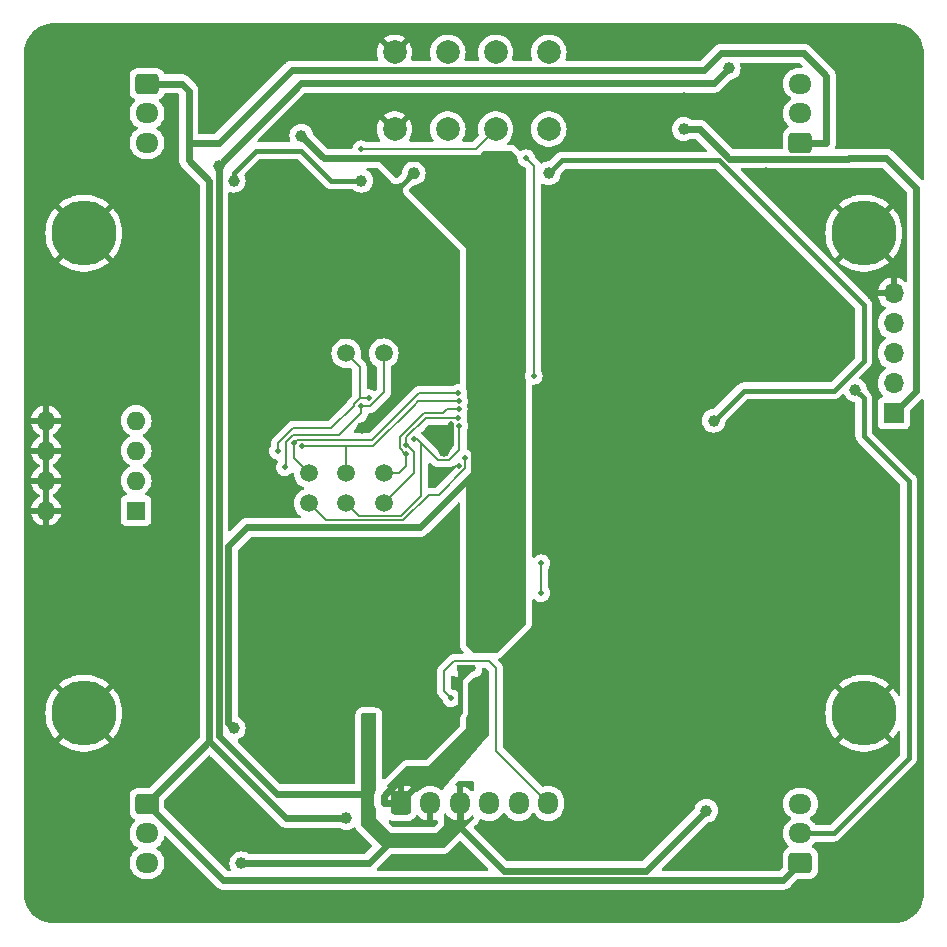
<source format=gbl>
G04 #@! TF.GenerationSoftware,KiCad,Pcbnew,7.0.7*
G04 #@! TF.CreationDate,2024-10-01T17:13:07-05:00*
G04 #@! TF.ProjectId,corner-board,636f726e-6572-42d6-926f-6172642e6b69,rev?*
G04 #@! TF.SameCoordinates,Original*
G04 #@! TF.FileFunction,Copper,L2,Bot*
G04 #@! TF.FilePolarity,Positive*
%FSLAX46Y46*%
G04 Gerber Fmt 4.6, Leading zero omitted, Abs format (unit mm)*
G04 Created by KiCad (PCBNEW 7.0.7) date 2024-10-01 17:13:07*
%MOMM*%
%LPD*%
G01*
G04 APERTURE LIST*
G04 Aperture macros list*
%AMRoundRect*
0 Rectangle with rounded corners*
0 $1 Rounding radius*
0 $2 $3 $4 $5 $6 $7 $8 $9 X,Y pos of 4 corners*
0 Add a 4 corners polygon primitive as box body*
4,1,4,$2,$3,$4,$5,$6,$7,$8,$9,$2,$3,0*
0 Add four circle primitives for the rounded corners*
1,1,$1+$1,$2,$3*
1,1,$1+$1,$4,$5*
1,1,$1+$1,$6,$7*
1,1,$1+$1,$8,$9*
0 Add four rect primitives between the rounded corners*
20,1,$1+$1,$2,$3,$4,$5,0*
20,1,$1+$1,$4,$5,$6,$7,0*
20,1,$1+$1,$6,$7,$8,$9,0*
20,1,$1+$1,$8,$9,$2,$3,0*%
G04 Aperture macros list end*
G04 #@! TA.AperFunction,SMDPad,CuDef*
%ADD10R,1.600000X0.500000*%
G04 #@! TD*
G04 #@! TA.AperFunction,ComponentPad*
%ADD11C,0.500000*%
G04 #@! TD*
G04 #@! TA.AperFunction,SMDPad,CuDef*
%ADD12C,1.500000*%
G04 #@! TD*
G04 #@! TA.AperFunction,ComponentPad*
%ADD13RoundRect,0.250000X-0.600000X-0.725000X0.600000X-0.725000X0.600000X0.725000X-0.600000X0.725000X0*%
G04 #@! TD*
G04 #@! TA.AperFunction,ComponentPad*
%ADD14O,1.700000X1.950000*%
G04 #@! TD*
G04 #@! TA.AperFunction,ComponentPad*
%ADD15C,2.000000*%
G04 #@! TD*
G04 #@! TA.AperFunction,ComponentPad*
%ADD16C,5.500000*%
G04 #@! TD*
G04 #@! TA.AperFunction,ComponentPad*
%ADD17R,1.600000X1.600000*%
G04 #@! TD*
G04 #@! TA.AperFunction,ComponentPad*
%ADD18O,1.600000X1.600000*%
G04 #@! TD*
G04 #@! TA.AperFunction,ComponentPad*
%ADD19R,1.700000X1.700000*%
G04 #@! TD*
G04 #@! TA.AperFunction,ComponentPad*
%ADD20O,1.700000X1.700000*%
G04 #@! TD*
G04 #@! TA.AperFunction,ComponentPad*
%ADD21O,1.950000X1.700000*%
G04 #@! TD*
G04 #@! TA.AperFunction,ComponentPad*
%ADD22RoundRect,0.250000X0.725000X-0.600000X0.725000X0.600000X-0.725000X0.600000X-0.725000X-0.600000X0*%
G04 #@! TD*
G04 #@! TA.AperFunction,ComponentPad*
%ADD23RoundRect,0.250000X-0.725000X0.600000X-0.725000X-0.600000X0.725000X-0.600000X0.725000X0.600000X0*%
G04 #@! TD*
G04 #@! TA.AperFunction,ViaPad*
%ADD24C,0.500000*%
G04 #@! TD*
G04 #@! TA.AperFunction,ViaPad*
%ADD25C,1.000000*%
G04 #@! TD*
G04 #@! TA.AperFunction,Conductor*
%ADD26C,0.300000*%
G04 #@! TD*
G04 #@! TA.AperFunction,Conductor*
%ADD27C,0.400000*%
G04 #@! TD*
G04 #@! TA.AperFunction,Conductor*
%ADD28C,0.200000*%
G04 #@! TD*
G04 #@! TA.AperFunction,Conductor*
%ADD29C,0.600000*%
G04 #@! TD*
G04 APERTURE END LIST*
D10*
X62865000Y-69850000D03*
D11*
X63415000Y-69850000D03*
X62315000Y-69850000D03*
D12*
X55880000Y-53340000D03*
X55880000Y-43180000D03*
X52705000Y-43180000D03*
X49530000Y-55880000D03*
X55880000Y-55880000D03*
X52705000Y-55880000D03*
X52705000Y-53340000D03*
X49530000Y-53340000D03*
D13*
X57310000Y-81280000D03*
D14*
X59810000Y-81280000D03*
X62310000Y-81280000D03*
X64810000Y-81280000D03*
X67310000Y-81280000D03*
X69810000Y-81280000D03*
D15*
X56805000Y-24205000D03*
X56805000Y-17705000D03*
X61305000Y-24205000D03*
X61305000Y-17705000D03*
D16*
X96520000Y-73660000D03*
D17*
X34915000Y-56505000D03*
D18*
X34915000Y-53965000D03*
X34915000Y-51425000D03*
X34915000Y-48885000D03*
X27295000Y-48885000D03*
X27295000Y-51425000D03*
X27295000Y-53965000D03*
X27295000Y-56505000D03*
D19*
X99060000Y-48260000D03*
D20*
X99060000Y-45720000D03*
X99060000Y-43180000D03*
X99060000Y-40640000D03*
X99060000Y-38100000D03*
D21*
X91165000Y-20360000D03*
X91165000Y-22860000D03*
D22*
X91165000Y-25360000D03*
D16*
X30480000Y-33020000D03*
D15*
X65355000Y-24205000D03*
X65355000Y-17705000D03*
X69855000Y-24205000D03*
X69855000Y-17705000D03*
D16*
X96520000Y-33020000D03*
D21*
X35835000Y-86320000D03*
X35835000Y-83820000D03*
D23*
X35835000Y-81320000D03*
X35835000Y-20360000D03*
D21*
X35835000Y-22860000D03*
X35835000Y-25360000D03*
D16*
X30480000Y-73660000D03*
D21*
X91165000Y-81320000D03*
X91165000Y-83820000D03*
D22*
X91165000Y-86320000D03*
D24*
X62750500Y-52070000D03*
D25*
X63865000Y-72390000D03*
X63500000Y-75565000D03*
X52705000Y-82550000D03*
X41275000Y-80010000D03*
X81280000Y-21590000D03*
X66040000Y-83185000D03*
X60325000Y-68580000D03*
X38735000Y-75565000D03*
X88265000Y-24130000D03*
X78105000Y-59055000D03*
X71755000Y-56515000D03*
X41275000Y-84455000D03*
D24*
X62230000Y-52705000D03*
D25*
X93980000Y-80010000D03*
X94615000Y-40005000D03*
X96520000Y-25400000D03*
X43815000Y-30480000D03*
X63500000Y-22225000D03*
X75565000Y-71120000D03*
X60960000Y-51435000D03*
D24*
X61554129Y-49177214D03*
D25*
X38100000Y-27305000D03*
X88265000Y-27940000D03*
X62865000Y-86360000D03*
X55245000Y-30480000D03*
X58420000Y-27940000D03*
X85090000Y-82550000D03*
X71755000Y-25400000D03*
X93980000Y-85725000D03*
X95250000Y-20955000D03*
X52070000Y-78740000D03*
X54060332Y-49469500D03*
X65405000Y-60960000D03*
X43180000Y-74930000D03*
X48895000Y-24765000D03*
X63500000Y-45720000D03*
X66040000Y-26670000D03*
X59690000Y-29210000D03*
X81280000Y-24205000D03*
X64770000Y-66675000D03*
X67310000Y-56515000D03*
D24*
X67945000Y-26670000D03*
X68580000Y-45085000D03*
D25*
X43180000Y-28575000D03*
X83820000Y-48895000D03*
X69850000Y-27940000D03*
X53975000Y-28575000D03*
X95813246Y-46283246D03*
X41910000Y-27305000D03*
X85090000Y-19050000D03*
X83185000Y-81915000D03*
X54610000Y-75565000D03*
X43815000Y-86360000D03*
D24*
X61595000Y-72390000D03*
X53975000Y-25920500D03*
X48998648Y-51069500D03*
X62246094Y-47229732D03*
X62199240Y-46531800D03*
X48260000Y-50800000D03*
X62217636Y-47928656D03*
X57789488Y-51679633D03*
X57785000Y-50969000D03*
X62192687Y-48627714D03*
X62289400Y-49320499D03*
X58420000Y-50419500D03*
X69215000Y-60960000D03*
X47482535Y-52847465D03*
X69215000Y-63500000D03*
X53975000Y-47625000D03*
X46925497Y-51435000D03*
X54610000Y-46990000D03*
D26*
X62315000Y-70950000D02*
X62315000Y-71120000D01*
D27*
X62315000Y-71120000D02*
X62315000Y-73575000D01*
D26*
X63415000Y-69850000D02*
X62315000Y-70950000D01*
D27*
X62315000Y-69850000D02*
X62315000Y-71120000D01*
X62315000Y-73575000D02*
X61595000Y-74295000D01*
D28*
X64770000Y-69215000D02*
X65405000Y-69850000D01*
X65405000Y-69850000D02*
X65405000Y-76835000D01*
X65405000Y-76835000D02*
X69810000Y-81240000D01*
X60960000Y-70105000D02*
X61850000Y-69215000D01*
X61850000Y-69215000D02*
X64770000Y-69215000D01*
X60960000Y-71755000D02*
X60960000Y-70105000D01*
X69810000Y-81240000D02*
X69810000Y-81280000D01*
X61595000Y-72390000D02*
X60960000Y-71755000D01*
X54752818Y-47625000D02*
X55880000Y-46497818D01*
X53975000Y-47625000D02*
X54752818Y-47625000D01*
X55880000Y-46497818D02*
X55880000Y-43180000D01*
X53832182Y-44307182D02*
X52705000Y-43180000D01*
X53832182Y-46990000D02*
X53832182Y-44307182D01*
D29*
X42710000Y-74460000D02*
X43180000Y-74930000D01*
X42710000Y-59525000D02*
X42710000Y-74460000D01*
X44305000Y-57930000D02*
X42710000Y-59525000D01*
X63500000Y-53340000D02*
X58910000Y-57930000D01*
X58910000Y-57930000D02*
X44305000Y-57930000D01*
D28*
X62780000Y-52099500D02*
X62780000Y-52932818D01*
X60537132Y-55175686D02*
X59690000Y-55175686D01*
X62750500Y-52070000D02*
X62780000Y-52099500D01*
X62780000Y-52932818D02*
X60537132Y-55175686D01*
X57535686Y-57330000D02*
X59690000Y-55175686D01*
X50980000Y-57330000D02*
X57535686Y-57330000D01*
X49530000Y-55880000D02*
X50980000Y-57330000D01*
X59055000Y-55245000D02*
X59055000Y-50800000D01*
X57370000Y-56930000D02*
X59055000Y-55245000D01*
X53755000Y-56930000D02*
X57370000Y-56930000D01*
X52705000Y-55880000D02*
X53755000Y-56930000D01*
X58420000Y-53340000D02*
X55880000Y-55880000D01*
X58420000Y-51532327D02*
X58420000Y-53340000D01*
X57856673Y-50969000D02*
X58420000Y-51532327D01*
X57785000Y-50969000D02*
X57856673Y-50969000D01*
X59055000Y-50800000D02*
X60490000Y-52235000D01*
X58674500Y-50419500D02*
X59055000Y-50800000D01*
X57150000Y-53340000D02*
X55880000Y-53340000D01*
X57789488Y-52700512D02*
X57150000Y-53340000D01*
X57789488Y-51679633D02*
X57789488Y-52700512D01*
X52705000Y-51069500D02*
X52705000Y-53340000D01*
X52705000Y-51069500D02*
X48998648Y-51069500D01*
X54975500Y-51069500D02*
X52705000Y-51069500D01*
X48260000Y-50800000D02*
X48260000Y-52070000D01*
X48260000Y-52070000D02*
X49530000Y-53340000D01*
D29*
X57310000Y-81120000D02*
X59055000Y-79375000D01*
X47615000Y-82550000D02*
X41110000Y-76045000D01*
X42310000Y-87795000D02*
X35835000Y-81320000D01*
X39370000Y-20955000D02*
X39370000Y-25400000D01*
X39370000Y-25400000D02*
X39370000Y-26835000D01*
X93345000Y-19685000D02*
X91440000Y-17780000D01*
X48105000Y-19205000D02*
X41910000Y-25400000D01*
X91205000Y-25400000D02*
X93345000Y-25400000D01*
X35835000Y-20360000D02*
X38775000Y-20360000D01*
X93345000Y-25400000D02*
X93345000Y-19685000D01*
X52705000Y-82550000D02*
X47615000Y-82550000D01*
X55880000Y-80645000D02*
X57785000Y-78740000D01*
X84455000Y-17780000D02*
X83030000Y-19205000D01*
X59055000Y-79375000D02*
X59055000Y-78740000D01*
X57785000Y-78740000D02*
X60325000Y-78740000D01*
X57310000Y-81280000D02*
X57310000Y-81120000D01*
X38775000Y-20360000D02*
X39370000Y-20955000D01*
X91165000Y-86320000D02*
X89690000Y-87795000D01*
X41910000Y-25400000D02*
X39370000Y-25400000D01*
X57310000Y-81280000D02*
X55880000Y-81280000D01*
X55880000Y-81280000D02*
X55880000Y-80645000D01*
X91440000Y-17780000D02*
X84455000Y-17780000D01*
X83030000Y-19205000D02*
X48105000Y-19205000D01*
X41110000Y-76045000D02*
X35835000Y-81320000D01*
X60325000Y-78740000D02*
X63500000Y-75565000D01*
X91165000Y-25360000D02*
X91205000Y-25400000D01*
X89690000Y-87795000D02*
X42310000Y-87795000D01*
X41110000Y-28575000D02*
X41110000Y-76045000D01*
X39370000Y-26835000D02*
X41110000Y-28575000D01*
D27*
X55880000Y-30480000D02*
X55245000Y-30480000D01*
X85090000Y-82550000D02*
X89535000Y-78105000D01*
X58420000Y-27940000D02*
X55880000Y-30480000D01*
X91440000Y-78105000D02*
X93345000Y-80010000D01*
X93345000Y-80010000D02*
X93980000Y-80010000D01*
X61554129Y-50840871D02*
X60960000Y-51435000D01*
X41275000Y-84455000D02*
X41275000Y-80010000D01*
X61554129Y-49177214D02*
X61554129Y-50840871D01*
X89535000Y-78105000D02*
X91440000Y-78105000D01*
D29*
X63500000Y-53340000D02*
X63500000Y-45720000D01*
X82625000Y-24205000D02*
X85130000Y-26710000D01*
X95250000Y-26670000D02*
X98425000Y-26670000D01*
X65405000Y-58420000D02*
X67310000Y-56515000D01*
X98425000Y-26670000D02*
X100965000Y-29210000D01*
X81280000Y-24205000D02*
X82625000Y-24205000D01*
X85130000Y-26710000D02*
X95210000Y-26710000D01*
X100965000Y-29210000D02*
X100965000Y-46355000D01*
X95210000Y-26710000D02*
X95250000Y-26670000D01*
D27*
X59690000Y-29210000D02*
X63500000Y-29210000D01*
D29*
X64135000Y-53340000D02*
X67310000Y-56515000D01*
X63500000Y-53340000D02*
X64135000Y-53340000D01*
X50800000Y-26670000D02*
X66040000Y-26670000D01*
X100965000Y-46355000D02*
X99060000Y-48260000D01*
X65405000Y-60960000D02*
X65405000Y-58420000D01*
X48895000Y-24765000D02*
X50800000Y-26670000D01*
D28*
X68580000Y-45085000D02*
X68580000Y-27305000D01*
X68580000Y-27305000D02*
X67945000Y-26670000D01*
D27*
X70942525Y-26847475D02*
X69850000Y-27940000D01*
X84277525Y-26847475D02*
X70942525Y-26847475D01*
X53975000Y-28575000D02*
X51432207Y-28575000D01*
X48892207Y-26035000D02*
X45085000Y-26035000D01*
X45085000Y-26035000D02*
X43180000Y-27940000D01*
X51432207Y-28575000D02*
X48892207Y-26035000D01*
X96520000Y-40640000D02*
X96520000Y-39089950D01*
X93980000Y-46355000D02*
X96520000Y-43815000D01*
X83820000Y-48895000D02*
X86360000Y-46355000D01*
X86360000Y-46355000D02*
X93980000Y-46355000D01*
X43180000Y-27940000D02*
X43180000Y-28575000D01*
X96520000Y-39089950D02*
X84277525Y-26847475D01*
X96520000Y-43815000D02*
X96520000Y-40640000D01*
X100330000Y-77470000D02*
X100330000Y-53975000D01*
X96520000Y-46990000D02*
X95813246Y-46283246D01*
X96520000Y-50165000D02*
X96520000Y-46990000D01*
X93980000Y-83820000D02*
X100330000Y-77470000D01*
X91165000Y-83820000D02*
X93980000Y-83820000D01*
X100330000Y-53975000D02*
X96520000Y-50165000D01*
D29*
X60325000Y-84455000D02*
X61515000Y-83265000D01*
X56515000Y-84455000D02*
X60325000Y-84455000D01*
X83185000Y-81915000D02*
X78105000Y-86995000D01*
X41910000Y-27305000D02*
X41910000Y-61595000D01*
X83820000Y-20320000D02*
X48895000Y-20320000D01*
X85090000Y-19050000D02*
X83820000Y-20320000D01*
X48895000Y-20320000D02*
X41910000Y-27305000D01*
X62310000Y-83265000D02*
X62310000Y-81280000D01*
X41910000Y-61595000D02*
X41910000Y-75565000D01*
X41910000Y-75565000D02*
X46825000Y-80480000D01*
X46990000Y-80480000D02*
X54140000Y-80480000D01*
X54140000Y-80480000D02*
X54610000Y-80010000D01*
X61515000Y-83265000D02*
X62310000Y-83265000D01*
X46825000Y-80480000D02*
X46990000Y-80480000D01*
X78105000Y-86995000D02*
X66040000Y-86995000D01*
X43815000Y-86360000D02*
X54610000Y-86360000D01*
X54610000Y-86360000D02*
X56515000Y-84455000D01*
X66040000Y-86995000D02*
X62310000Y-83265000D01*
D28*
X63690000Y-25870000D02*
X65355000Y-24205000D01*
X53975000Y-25920500D02*
X54025500Y-25870000D01*
X54025500Y-25870000D02*
X63690000Y-25870000D01*
X58420000Y-47625000D02*
X58815268Y-47229732D01*
X58815268Y-47229732D02*
X62246094Y-47229732D01*
X58420000Y-47625000D02*
X54975500Y-51069500D01*
X48540500Y-50519500D02*
X54890500Y-50519500D01*
X57785000Y-47625000D02*
X58878200Y-46531800D01*
X54890500Y-50519500D02*
X55245000Y-50165000D01*
X58878200Y-46531800D02*
X62199240Y-46531800D01*
X55245000Y-50165000D02*
X57785000Y-47625000D01*
X48260000Y-50800000D02*
X48540500Y-50519500D01*
X57717815Y-51679633D02*
X57235000Y-51196818D01*
X57235000Y-51196818D02*
X57235000Y-50260997D01*
X61226772Y-47928656D02*
X62217636Y-47928656D01*
X59268283Y-48227714D02*
X60927714Y-48227714D01*
X57235000Y-50260997D02*
X59268283Y-48227714D01*
X60927714Y-48227714D02*
X61226772Y-47928656D01*
X57789488Y-51679633D02*
X57717815Y-51679633D01*
X59433968Y-48627714D02*
X62192687Y-48627714D01*
X57785000Y-50276682D02*
X59433968Y-48627714D01*
X57785000Y-50969000D02*
X57785000Y-50276682D01*
X60490000Y-52235000D02*
X61430000Y-52235000D01*
X62289400Y-51375600D02*
X62289400Y-49320499D01*
X58420000Y-50419500D02*
X58674500Y-50419500D01*
X61430000Y-52235000D02*
X62289400Y-51375600D01*
X53975000Y-48260000D02*
X52115500Y-50119500D01*
X47625000Y-52705000D02*
X47482535Y-52847465D01*
X48162682Y-50119500D02*
X47625000Y-50657182D01*
X52115500Y-50119500D02*
X52070000Y-50119500D01*
X52070000Y-50119500D02*
X48162682Y-50119500D01*
X53975000Y-47625000D02*
X53975000Y-48260000D01*
X69215000Y-63500000D02*
X69215000Y-60960000D01*
X47625000Y-50657182D02*
X47625000Y-52705000D01*
X48186496Y-49530000D02*
X46925497Y-50790999D01*
X46925497Y-50790999D02*
X46925497Y-51435000D01*
X54610000Y-46990000D02*
X53832182Y-46990000D01*
X53340000Y-47482182D02*
X53340000Y-47625000D01*
X53832182Y-46990000D02*
X53340000Y-47482182D01*
X53340000Y-47625000D02*
X51435000Y-49530000D01*
X51435000Y-49530000D02*
X48186496Y-49530000D01*
G04 #@! TA.AperFunction,Conductor*
G36*
X55188039Y-73679685D02*
G01*
X55233794Y-73732489D01*
X55245000Y-73784000D01*
X55244999Y-80113972D01*
X55225314Y-80181011D01*
X55217949Y-80191281D01*
X55197910Y-80216410D01*
X55179791Y-80254033D01*
X55176427Y-80260120D01*
X55154212Y-80295476D01*
X55154208Y-80295483D01*
X55140416Y-80334895D01*
X55137755Y-80341320D01*
X55119639Y-80378939D01*
X55110344Y-80419659D01*
X55108419Y-80426341D01*
X55094632Y-80465744D01*
X55089955Y-80507235D01*
X55088791Y-80514089D01*
X55079500Y-80554806D01*
X55079500Y-81231564D01*
X55079110Y-81238502D01*
X55075271Y-81272572D01*
X55074435Y-81279999D01*
X55074435Y-81280003D01*
X55079120Y-81321583D01*
X55079121Y-81321592D01*
X55094630Y-81459249D01*
X55094631Y-81459254D01*
X55154211Y-81629524D01*
X55225993Y-81743762D01*
X55245000Y-81809735D01*
X55245000Y-82550000D01*
X56515000Y-83820000D01*
X60325000Y-83820000D01*
X60960000Y-83185000D01*
X60960000Y-82223926D01*
X60979683Y-82156891D01*
X61032487Y-82111136D01*
X61101646Y-82101192D01*
X61165202Y-82130217D01*
X61185574Y-82152806D01*
X61271890Y-82276077D01*
X61271891Y-82276079D01*
X61438917Y-82443105D01*
X61632421Y-82578600D01*
X61846507Y-82678429D01*
X61846516Y-82678433D01*
X62059998Y-82735635D01*
X62059999Y-82735634D01*
X62059999Y-81867044D01*
X62079684Y-81800005D01*
X62132488Y-81754250D01*
X62201646Y-81744306D01*
X62215177Y-81746251D01*
X62276025Y-81755000D01*
X62276026Y-81755000D01*
X62343974Y-81755000D01*
X62343975Y-81755000D01*
X62413570Y-81744993D01*
X62418353Y-81744306D01*
X62487512Y-81754250D01*
X62540316Y-81800005D01*
X62560000Y-81867044D01*
X62560000Y-82735633D01*
X62773483Y-82678433D01*
X62773492Y-82678429D01*
X62987577Y-82578600D01*
X62987579Y-82578599D01*
X63181073Y-82443113D01*
X63181079Y-82443108D01*
X63288319Y-82335869D01*
X63349642Y-82302384D01*
X63419334Y-82307368D01*
X63475267Y-82349240D01*
X63499684Y-82414704D01*
X63500000Y-82423550D01*
X63500000Y-82498638D01*
X63480315Y-82565677D01*
X63463681Y-82586319D01*
X60996319Y-85053681D01*
X60934996Y-85087166D01*
X60908638Y-85090000D01*
X55931362Y-85090000D01*
X55864323Y-85070315D01*
X55843681Y-85053681D01*
X54011319Y-83221319D01*
X53977834Y-83159996D01*
X53975000Y-83133638D01*
X53975000Y-73784000D01*
X53994685Y-73716961D01*
X54047489Y-73671206D01*
X54099000Y-73660000D01*
X55121000Y-73660000D01*
X55188039Y-73679685D01*
G37*
G04 #@! TD.AperFunction*
G04 #@! TA.AperFunction,Conductor*
G36*
X63443039Y-79394685D02*
G01*
X63488794Y-79447489D01*
X63500000Y-79499000D01*
X63500000Y-80136450D01*
X63480315Y-80203489D01*
X63427511Y-80249244D01*
X63358353Y-80259188D01*
X63294797Y-80230163D01*
X63288319Y-80224131D01*
X63181082Y-80116894D01*
X62987578Y-79981399D01*
X62773492Y-79881570D01*
X62773486Y-79881567D01*
X62560000Y-79824364D01*
X62560000Y-80692956D01*
X62540315Y-80759995D01*
X62487511Y-80805750D01*
X62418353Y-80815694D01*
X62392064Y-80811914D01*
X62343975Y-80805000D01*
X62276025Y-80805000D01*
X62201646Y-80815694D01*
X62132487Y-80805750D01*
X62079683Y-80759995D01*
X62059999Y-80692956D01*
X62059998Y-79824364D01*
X62048294Y-79815383D01*
X62019972Y-79814709D01*
X61962110Y-79775545D01*
X61934607Y-79711317D01*
X61946194Y-79642415D01*
X61963578Y-79615904D01*
X62132952Y-79418301D01*
X62191527Y-79380212D01*
X62227100Y-79375000D01*
X63376000Y-79375000D01*
X63443039Y-79394685D01*
G37*
G04 #@! TD.AperFunction*
G04 #@! TA.AperFunction,Conductor*
G36*
X64571442Y-69869685D02*
G01*
X64592084Y-69886319D01*
X64733681Y-70027916D01*
X64767166Y-70089239D01*
X64770000Y-70115597D01*
X64770000Y-75519129D01*
X64750315Y-75586168D01*
X64740148Y-75599827D01*
X60961553Y-80008188D01*
X60958318Y-80011681D01*
X60855126Y-80114870D01*
X60793803Y-80148354D01*
X60724111Y-80143369D01*
X60686306Y-80119073D01*
X60685544Y-80119982D01*
X60681407Y-80116511D01*
X60681401Y-80116505D01*
X60638769Y-80086654D01*
X60487834Y-79980967D01*
X60487830Y-79980965D01*
X60378887Y-79930164D01*
X60273663Y-79881097D01*
X60273659Y-79881096D01*
X60273655Y-79881094D01*
X60045413Y-79819938D01*
X60045403Y-79819936D01*
X59810001Y-79799341D01*
X59809999Y-79799341D01*
X59574596Y-79819936D01*
X59574586Y-79819938D01*
X59346344Y-79881094D01*
X59346335Y-79881098D01*
X59132171Y-79980964D01*
X59132169Y-79980965D01*
X58938597Y-80116505D01*
X58791035Y-80264068D01*
X58729712Y-80297553D01*
X58660020Y-80292569D01*
X58604087Y-80250697D01*
X58597815Y-80241484D01*
X58502315Y-80086654D01*
X58378345Y-79962684D01*
X58229124Y-79870643D01*
X58229119Y-79870641D01*
X58062697Y-79815494D01*
X58062690Y-79815493D01*
X57959986Y-79805000D01*
X57559999Y-79805000D01*
X57559999Y-80692955D01*
X57540314Y-80759995D01*
X57487510Y-80805749D01*
X57418353Y-80815693D01*
X57343976Y-80805000D01*
X57343975Y-80805000D01*
X57276025Y-80805000D01*
X57201647Y-80815694D01*
X57132488Y-80805750D01*
X57079684Y-80759995D01*
X57060000Y-80692956D01*
X57060000Y-79805000D01*
X56660028Y-79805000D01*
X56660012Y-79805001D01*
X56557302Y-79815494D01*
X56390880Y-79870641D01*
X56390871Y-79870645D01*
X56324272Y-79911724D01*
X56256879Y-79930164D01*
X56190216Y-79909241D01*
X56145447Y-79855599D01*
X56136786Y-79786268D01*
X56166983Y-79723261D01*
X56171476Y-79718523D01*
X57748681Y-78141319D01*
X57810004Y-78107834D01*
X57836362Y-78105000D01*
X59690000Y-78105000D01*
X62865000Y-74930000D01*
X62865000Y-74051614D01*
X62884685Y-73984576D01*
X62891384Y-73975149D01*
X62918878Y-73940056D01*
X62923037Y-73930813D01*
X62934061Y-73911268D01*
X62939818Y-73902930D01*
X62961810Y-73844939D01*
X62963232Y-73841503D01*
X62988695Y-73784931D01*
X62990522Y-73774959D01*
X62996546Y-73753347D01*
X63000140Y-73743872D01*
X63007613Y-73682324D01*
X63008177Y-73678619D01*
X63011535Y-73660289D01*
X63019358Y-73617606D01*
X63015611Y-73555667D01*
X63015499Y-73551985D01*
X63015499Y-71220806D01*
X63035184Y-71153768D01*
X63051813Y-71133131D01*
X63548127Y-70636818D01*
X63609450Y-70603333D01*
X63635808Y-70600499D01*
X63712871Y-70600499D01*
X63712872Y-70600499D01*
X63772483Y-70594091D01*
X63907331Y-70543796D01*
X64022546Y-70457546D01*
X64108796Y-70342331D01*
X64159091Y-70207483D01*
X64165500Y-70147873D01*
X64165499Y-69973999D01*
X64185183Y-69906961D01*
X64237987Y-69861206D01*
X64289499Y-69850000D01*
X64504403Y-69850000D01*
X64571442Y-69869685D01*
G37*
G04 #@! TD.AperFunction*
G04 #@! TA.AperFunction,Conductor*
G36*
X66690677Y-26054685D02*
G01*
X66711319Y-26071319D01*
X67159702Y-26519702D01*
X67193187Y-26581025D01*
X67195241Y-26621265D01*
X67189751Y-26669995D01*
X67189751Y-26670002D01*
X67208685Y-26838056D01*
X67264545Y-26997694D01*
X67264547Y-26997697D01*
X67354518Y-27140884D01*
X67354523Y-27140890D01*
X67474109Y-27260476D01*
X67474115Y-27260481D01*
X67617302Y-27350452D01*
X67617308Y-27350455D01*
X67617310Y-27350456D01*
X67776941Y-27406313D01*
X67795961Y-27408455D01*
X67860373Y-27435520D01*
X67869760Y-27443995D01*
X67908681Y-27482916D01*
X67942166Y-27544239D01*
X67945000Y-27570597D01*
X67945000Y-44649242D01*
X67925994Y-44715213D01*
X67899546Y-44757304D01*
X67899545Y-44757305D01*
X67843685Y-44916943D01*
X67824751Y-45084997D01*
X67824751Y-45085002D01*
X67843686Y-45253057D01*
X67899543Y-45412690D01*
X67925993Y-45454783D01*
X67945000Y-45520756D01*
X67945000Y-65988637D01*
X67925315Y-66055676D01*
X67908681Y-66076318D01*
X65441319Y-68543681D01*
X65379996Y-68577166D01*
X65353638Y-68580000D01*
X63551362Y-68580000D01*
X63484323Y-68560315D01*
X63463681Y-68543681D01*
X62901319Y-67981319D01*
X62867834Y-67919996D01*
X62865000Y-67893638D01*
X62865000Y-53748414D01*
X62884685Y-53681375D01*
X62901319Y-53660733D01*
X63004075Y-53557977D01*
X63173914Y-53388137D01*
X63179999Y-53382801D01*
X63208282Y-53361100D01*
X63304536Y-53235659D01*
X63365044Y-53089580D01*
X63380500Y-52972179D01*
X63385682Y-52932818D01*
X63381030Y-52897487D01*
X63380500Y-52889389D01*
X63380500Y-52513712D01*
X63399506Y-52447740D01*
X63430956Y-52397690D01*
X63486813Y-52238059D01*
X63496281Y-52154029D01*
X63505749Y-52070002D01*
X63505749Y-52069997D01*
X63486814Y-51901943D01*
X63430954Y-51742305D01*
X63430952Y-51742302D01*
X63340981Y-51599115D01*
X63340976Y-51599109D01*
X63221390Y-51479523D01*
X63221384Y-51479518D01*
X63078197Y-51389547D01*
X63078191Y-51389544D01*
X62975410Y-51353580D01*
X62972945Y-51352717D01*
X62916170Y-51311996D01*
X62890422Y-51247044D01*
X62889900Y-51235676D01*
X62889900Y-49811161D01*
X62908907Y-49745188D01*
X62914827Y-49735764D01*
X62969856Y-49648189D01*
X63025713Y-49488558D01*
X63044649Y-49320499D01*
X63034251Y-49228214D01*
X63025714Y-49152442D01*
X63002035Y-49084773D01*
X62969856Y-48992809D01*
X62969854Y-48992806D01*
X62969854Y-48992805D01*
X62931100Y-48931129D01*
X62912099Y-48863892D01*
X62919051Y-48824204D01*
X62929000Y-48795773D01*
X62947936Y-48627714D01*
X62947936Y-48627711D01*
X62929001Y-48459657D01*
X62891754Y-48353212D01*
X62888193Y-48283433D01*
X62897076Y-48258456D01*
X62898087Y-48256352D01*
X62898092Y-48256346D01*
X62951688Y-48103178D01*
X62953949Y-48096717D01*
X62953949Y-48096715D01*
X62972885Y-47928658D01*
X62972885Y-47928653D01*
X62953950Y-47760604D01*
X62953949Y-47760603D01*
X62953949Y-47760597D01*
X62918205Y-47658448D01*
X62914645Y-47588673D01*
X62923530Y-47563690D01*
X62926544Y-47557431D01*
X62926550Y-47557422D01*
X62961710Y-47456941D01*
X62982407Y-47397793D01*
X62982407Y-47397791D01*
X63001343Y-47229734D01*
X63001343Y-47229729D01*
X62982407Y-47061674D01*
X62957327Y-46990000D01*
X62926550Y-46902042D01*
X62918660Y-46889486D01*
X62899661Y-46822252D01*
X62906614Y-46782561D01*
X62935554Y-46699856D01*
X62954489Y-46531802D01*
X62954489Y-46531797D01*
X62935554Y-46363743D01*
X62916589Y-46309544D01*
X62879696Y-46204110D01*
X62879694Y-46204107D01*
X62879694Y-46204106D01*
X62877280Y-46199093D01*
X62865000Y-46145291D01*
X62865000Y-34290000D01*
X62864999Y-34289999D01*
X58050509Y-29475508D01*
X58017024Y-29414185D01*
X58022008Y-29344493D01*
X58050507Y-29300148D01*
X58372339Y-28978316D01*
X58433660Y-28944833D01*
X58447855Y-28942597D01*
X58616132Y-28926024D01*
X58804727Y-28868814D01*
X58978538Y-28775910D01*
X59130883Y-28650883D01*
X59255910Y-28498538D01*
X59341724Y-28337991D01*
X59348811Y-28324733D01*
X59348811Y-28324732D01*
X59348814Y-28324727D01*
X59406024Y-28136132D01*
X59425341Y-27940000D01*
X59406024Y-27743868D01*
X59348814Y-27555273D01*
X59348811Y-27555269D01*
X59348811Y-27555266D01*
X59255913Y-27381467D01*
X59255909Y-27381460D01*
X59130883Y-27229116D01*
X58978539Y-27104090D01*
X58978532Y-27104086D01*
X58804733Y-27011188D01*
X58804727Y-27011186D01*
X58616132Y-26953976D01*
X58616129Y-26953975D01*
X58420000Y-26934659D01*
X58223870Y-26953975D01*
X58035266Y-27011188D01*
X57861467Y-27104086D01*
X57861460Y-27104090D01*
X57709116Y-27229116D01*
X57584090Y-27381460D01*
X57584086Y-27381467D01*
X57491188Y-27555266D01*
X57433975Y-27743870D01*
X57417403Y-27912133D01*
X57391242Y-27976921D01*
X57381681Y-27987660D01*
X57059851Y-28309490D01*
X56998528Y-28342975D01*
X56928836Y-28337991D01*
X56884491Y-28309491D01*
X55257181Y-26682181D01*
X55223696Y-26620858D01*
X55228680Y-26551166D01*
X55270552Y-26495233D01*
X55336016Y-26470816D01*
X55344862Y-26470500D01*
X63646572Y-26470500D01*
X63654670Y-26471030D01*
X63690000Y-26475682D01*
X63690001Y-26475682D01*
X63742253Y-26468802D01*
X63846762Y-26455044D01*
X63992841Y-26394536D01*
X63996941Y-26391390D01*
X64118282Y-26298282D01*
X64139983Y-26269999D01*
X64145319Y-26263914D01*
X64337915Y-26071318D01*
X64399238Y-26037834D01*
X64425596Y-26035000D01*
X66623638Y-26035000D01*
X66690677Y-26054685D01*
G37*
G04 #@! TD.AperFunction*
G04 #@! TA.AperFunction,Conductor*
G36*
X27188331Y-54353091D02*
G01*
X27220699Y-54358218D01*
X27263515Y-54365000D01*
X27263519Y-54365000D01*
X27326485Y-54365000D01*
X27369300Y-54358218D01*
X27401602Y-54353102D01*
X27470894Y-54362056D01*
X27524347Y-54407052D01*
X27544987Y-54473803D01*
X27545000Y-54475575D01*
X27545000Y-55994424D01*
X27525315Y-56061463D01*
X27472511Y-56107218D01*
X27403353Y-56117162D01*
X27401602Y-56116897D01*
X27326486Y-56105000D01*
X27326481Y-56105000D01*
X27263519Y-56105000D01*
X27263512Y-56105000D01*
X27188396Y-56116897D01*
X27119103Y-56107942D01*
X27065651Y-56062946D01*
X27045012Y-55996194D01*
X27044999Y-55994424D01*
X27045000Y-55305000D01*
X27045000Y-54475575D01*
X27064685Y-54408536D01*
X27117489Y-54362781D01*
X27186647Y-54352837D01*
X27188331Y-54353091D01*
G37*
G04 #@! TD.AperFunction*
G04 #@! TA.AperFunction,Conductor*
G36*
X27188331Y-51813091D02*
G01*
X27220699Y-51818218D01*
X27263515Y-51825000D01*
X27263519Y-51825000D01*
X27326485Y-51825000D01*
X27369300Y-51818218D01*
X27401602Y-51813102D01*
X27470894Y-51822056D01*
X27524347Y-51867052D01*
X27544987Y-51933803D01*
X27545000Y-51935575D01*
X27545000Y-53454424D01*
X27525315Y-53521463D01*
X27472511Y-53567218D01*
X27403353Y-53577162D01*
X27401602Y-53576897D01*
X27326486Y-53565000D01*
X27326481Y-53565000D01*
X27263519Y-53565000D01*
X27263512Y-53565000D01*
X27188396Y-53576897D01*
X27119103Y-53567942D01*
X27065651Y-53522946D01*
X27045012Y-53456194D01*
X27044999Y-53454424D01*
X27045000Y-52765000D01*
X27045000Y-51935575D01*
X27064685Y-51868536D01*
X27117489Y-51822781D01*
X27186647Y-51812837D01*
X27188331Y-51813091D01*
G37*
G04 #@! TD.AperFunction*
G04 #@! TA.AperFunction,Conductor*
G36*
X27188331Y-49273091D02*
G01*
X27220699Y-49278218D01*
X27263515Y-49285000D01*
X27263519Y-49285000D01*
X27326485Y-49285000D01*
X27369300Y-49278218D01*
X27401602Y-49273102D01*
X27470894Y-49282056D01*
X27524347Y-49327052D01*
X27544987Y-49393803D01*
X27545000Y-49395575D01*
X27545000Y-50914424D01*
X27525315Y-50981463D01*
X27472511Y-51027218D01*
X27403353Y-51037162D01*
X27401602Y-51036897D01*
X27326486Y-51025000D01*
X27326481Y-51025000D01*
X27263519Y-51025000D01*
X27263512Y-51025000D01*
X27188396Y-51036897D01*
X27119103Y-51027942D01*
X27065651Y-50982946D01*
X27045012Y-50916194D01*
X27044999Y-50914424D01*
X27045000Y-50225000D01*
X27045000Y-49395575D01*
X27064685Y-49328536D01*
X27117489Y-49282781D01*
X27186647Y-49272837D01*
X27188331Y-49273091D01*
G37*
G04 #@! TD.AperFunction*
G04 #@! TA.AperFunction,Conductor*
G36*
X99061737Y-15240598D02*
G01*
X99095041Y-15242467D01*
X99175603Y-15246992D01*
X99347691Y-15257401D01*
X99354297Y-15258160D01*
X99425907Y-15270327D01*
X99490343Y-15281277D01*
X99583462Y-15298340D01*
X99639227Y-15308560D01*
X99645198Y-15309963D01*
X99782032Y-15349384D01*
X99922850Y-15393265D01*
X99928092Y-15395164D01*
X100061420Y-15450391D01*
X100194609Y-15510334D01*
X100199147Y-15512605D01*
X100272221Y-15552991D01*
X100326422Y-15582947D01*
X100326439Y-15582956D01*
X100450935Y-15658217D01*
X100454739Y-15660711D01*
X100572726Y-15744427D01*
X100575072Y-15746176D01*
X100670416Y-15820874D01*
X100688332Y-15834910D01*
X100691409Y-15837486D01*
X100799430Y-15934018D01*
X100801957Y-15936408D01*
X100903590Y-16038041D01*
X100905980Y-16040568D01*
X101002512Y-16148589D01*
X101005088Y-16151666D01*
X101093811Y-16264912D01*
X101095571Y-16267272D01*
X101179287Y-16385259D01*
X101181781Y-16389063D01*
X101257043Y-16513560D01*
X101327393Y-16640851D01*
X101329668Y-16645398D01*
X101389609Y-16778581D01*
X101444831Y-16911899D01*
X101446744Y-16917183D01*
X101466163Y-16979500D01*
X101490631Y-17058021D01*
X101530032Y-17194790D01*
X101531440Y-17200781D01*
X101558722Y-17349656D01*
X101581835Y-17485683D01*
X101582599Y-17492330D01*
X101593012Y-17664475D01*
X101599402Y-17778263D01*
X101599500Y-17781741D01*
X101599500Y-28413059D01*
X101579815Y-28480098D01*
X101527011Y-28525853D01*
X101457853Y-28535797D01*
X101394297Y-28506772D01*
X101387819Y-28500740D01*
X98976693Y-26089615D01*
X98976691Y-26089612D01*
X98959252Y-26072173D01*
X98927262Y-26040184D01*
X98927259Y-26040182D01*
X98927258Y-26040181D01*
X98891904Y-26017966D01*
X98886229Y-26013940D01*
X98853589Y-25987910D01*
X98815959Y-25969787D01*
X98809872Y-25966422D01*
X98774525Y-25944212D01*
X98735114Y-25930421D01*
X98728688Y-25927759D01*
X98691061Y-25909639D01*
X98650345Y-25900345D01*
X98643662Y-25898420D01*
X98604259Y-25884632D01*
X98562763Y-25879955D01*
X98555908Y-25878791D01*
X98515200Y-25869501D01*
X98515196Y-25869500D01*
X98515194Y-25869500D01*
X98469954Y-25869500D01*
X95340195Y-25869500D01*
X95159806Y-25869500D01*
X95153888Y-25870850D01*
X95119089Y-25878791D01*
X95112235Y-25879955D01*
X95070744Y-25884632D01*
X95031341Y-25898419D01*
X95024658Y-25900344D01*
X94998174Y-25906390D01*
X94970577Y-25909500D01*
X94189573Y-25909500D01*
X94122534Y-25889815D01*
X94076779Y-25837011D01*
X94066835Y-25767853D01*
X94072531Y-25744546D01*
X94124716Y-25595408D01*
X94130368Y-25579255D01*
X94143188Y-25465474D01*
X94150565Y-25400003D01*
X94150565Y-25399998D01*
X94146058Y-25359999D01*
X94145889Y-25358502D01*
X94145500Y-25351564D01*
X94145500Y-19594807D01*
X94145500Y-19594806D01*
X94136207Y-19554093D01*
X94135042Y-19547233D01*
X94130368Y-19505745D01*
X94124370Y-19488604D01*
X94116576Y-19466328D01*
X94114650Y-19459641D01*
X94105360Y-19418939D01*
X94087238Y-19381307D01*
X94084583Y-19374899D01*
X94070789Y-19335478D01*
X94070785Y-19335471D01*
X94048574Y-19300122D01*
X94045209Y-19294033D01*
X94035289Y-19273435D01*
X94027092Y-19256414D01*
X94018890Y-19246129D01*
X94001055Y-19223763D01*
X93997029Y-19218089D01*
X93974819Y-19182742D01*
X93974817Y-19182739D01*
X91942262Y-17150184D01*
X91942259Y-17150182D01*
X91906904Y-17127966D01*
X91901229Y-17123940D01*
X91868589Y-17097910D01*
X91830959Y-17079787D01*
X91824872Y-17076422D01*
X91789525Y-17054212D01*
X91750114Y-17040421D01*
X91743688Y-17037759D01*
X91706061Y-17019639D01*
X91665345Y-17010345D01*
X91658662Y-17008420D01*
X91619259Y-16994632D01*
X91577763Y-16989955D01*
X91570908Y-16988791D01*
X91530200Y-16979501D01*
X91530196Y-16979500D01*
X91530194Y-16979500D01*
X91484954Y-16979500D01*
X84545194Y-16979500D01*
X84364805Y-16979500D01*
X84364803Y-16979500D01*
X84364797Y-16979501D01*
X84324098Y-16988790D01*
X84317242Y-16989955D01*
X84275743Y-16994632D01*
X84236328Y-17008423D01*
X84229646Y-17010348D01*
X84188940Y-17019640D01*
X84151326Y-17037753D01*
X84144901Y-17040414D01*
X84105482Y-17054209D01*
X84105474Y-17054213D01*
X84070117Y-17076428D01*
X84064032Y-17079791D01*
X84026413Y-17097908D01*
X84026411Y-17097909D01*
X83993769Y-17123941D01*
X83988096Y-17127966D01*
X83952739Y-17150183D01*
X83862164Y-17240755D01*
X83862160Y-17240761D01*
X82734741Y-18368181D01*
X82673418Y-18401666D01*
X82647060Y-18404500D01*
X71376473Y-18404500D01*
X71309434Y-18384815D01*
X71263679Y-18332011D01*
X71253735Y-18262853D01*
X71262916Y-18230692D01*
X71279063Y-18193881D01*
X71340108Y-17952821D01*
X71345238Y-17890915D01*
X71360643Y-17705005D01*
X71360643Y-17704994D01*
X71340109Y-17457187D01*
X71340107Y-17457175D01*
X71279063Y-17216118D01*
X71179173Y-16988393D01*
X71043166Y-16780217D01*
X70919056Y-16645398D01*
X70874744Y-16597262D01*
X70678509Y-16444526D01*
X70678507Y-16444525D01*
X70678506Y-16444524D01*
X70459811Y-16326172D01*
X70459802Y-16326169D01*
X70224616Y-16245429D01*
X69979335Y-16204500D01*
X69730665Y-16204500D01*
X69485383Y-16245429D01*
X69250197Y-16326169D01*
X69250188Y-16326172D01*
X69031493Y-16444524D01*
X68835257Y-16597261D01*
X68666833Y-16780217D01*
X68530826Y-16988393D01*
X68430936Y-17216118D01*
X68369892Y-17457175D01*
X68369890Y-17457187D01*
X68349357Y-17704994D01*
X68349357Y-17705005D01*
X68369890Y-17952812D01*
X68369892Y-17952824D01*
X68430936Y-18193878D01*
X68430937Y-18193881D01*
X68447083Y-18230690D01*
X68455986Y-18299989D01*
X68426009Y-18363102D01*
X68366670Y-18399989D01*
X68333527Y-18404500D01*
X66876473Y-18404500D01*
X66809434Y-18384815D01*
X66763679Y-18332011D01*
X66753735Y-18262853D01*
X66762916Y-18230692D01*
X66779063Y-18193881D01*
X66840108Y-17952821D01*
X66845238Y-17890915D01*
X66860643Y-17705005D01*
X66860643Y-17704994D01*
X66840109Y-17457187D01*
X66840107Y-17457175D01*
X66779063Y-17216118D01*
X66679173Y-16988393D01*
X66543166Y-16780217D01*
X66419056Y-16645398D01*
X66374744Y-16597262D01*
X66178509Y-16444526D01*
X66178507Y-16444525D01*
X66178506Y-16444524D01*
X65959811Y-16326172D01*
X65959802Y-16326169D01*
X65724616Y-16245429D01*
X65479335Y-16204500D01*
X65230665Y-16204500D01*
X64985383Y-16245429D01*
X64750197Y-16326169D01*
X64750188Y-16326172D01*
X64531493Y-16444524D01*
X64335257Y-16597261D01*
X64166833Y-16780217D01*
X64030826Y-16988393D01*
X63930936Y-17216118D01*
X63869892Y-17457175D01*
X63869890Y-17457187D01*
X63849357Y-17704994D01*
X63849357Y-17705005D01*
X63869890Y-17952812D01*
X63869892Y-17952824D01*
X63930936Y-18193878D01*
X63930937Y-18193881D01*
X63947083Y-18230690D01*
X63955986Y-18299989D01*
X63926009Y-18363102D01*
X63866670Y-18399989D01*
X63833527Y-18404500D01*
X62826473Y-18404500D01*
X62759434Y-18384815D01*
X62713679Y-18332011D01*
X62703735Y-18262853D01*
X62712916Y-18230692D01*
X62729063Y-18193881D01*
X62790108Y-17952821D01*
X62795238Y-17890915D01*
X62810643Y-17705005D01*
X62810643Y-17704994D01*
X62790109Y-17457187D01*
X62790107Y-17457175D01*
X62729063Y-17216118D01*
X62629173Y-16988393D01*
X62493166Y-16780217D01*
X62369056Y-16645398D01*
X62324744Y-16597262D01*
X62128509Y-16444526D01*
X62128507Y-16444525D01*
X62128506Y-16444524D01*
X61909811Y-16326172D01*
X61909802Y-16326169D01*
X61674616Y-16245429D01*
X61429335Y-16204500D01*
X61180665Y-16204500D01*
X60935383Y-16245429D01*
X60700197Y-16326169D01*
X60700188Y-16326172D01*
X60481493Y-16444524D01*
X60285257Y-16597261D01*
X60116833Y-16780217D01*
X59980826Y-16988393D01*
X59880936Y-17216118D01*
X59819892Y-17457175D01*
X59819890Y-17457187D01*
X59799357Y-17704994D01*
X59799357Y-17705005D01*
X59819890Y-17952812D01*
X59819892Y-17952824D01*
X59880936Y-18193878D01*
X59880937Y-18193881D01*
X59897083Y-18230690D01*
X59905986Y-18299989D01*
X59876009Y-18363102D01*
X59816670Y-18399989D01*
X59783527Y-18404500D01*
X58325926Y-18404500D01*
X58258887Y-18384815D01*
X58213132Y-18332011D01*
X58203188Y-18262853D01*
X58212370Y-18230689D01*
X58228588Y-18193714D01*
X58289612Y-17952738D01*
X58289614Y-17952729D01*
X58310141Y-17705005D01*
X58310141Y-17704994D01*
X58289614Y-17457270D01*
X58289612Y-17457261D01*
X58228587Y-17216282D01*
X58128731Y-16988630D01*
X58028434Y-16835116D01*
X57453517Y-17410034D01*
X57392194Y-17443519D01*
X57322502Y-17438535D01*
X57266569Y-17396663D01*
X57263486Y-17391750D01*
X57263451Y-17391775D01*
X57258558Y-17384843D01*
X57203661Y-17326064D01*
X57155362Y-17274348D01*
X57120300Y-17253026D01*
X57073248Y-17201374D01*
X57061591Y-17132484D01*
X57089029Y-17068227D01*
X57097048Y-17059397D01*
X57675056Y-16481389D01*
X57628229Y-16444943D01*
X57409614Y-16326635D01*
X57409603Y-16326630D01*
X57174493Y-16245916D01*
X56929293Y-16205000D01*
X56680707Y-16205000D01*
X56435506Y-16245916D01*
X56200396Y-16326630D01*
X56200390Y-16326632D01*
X55981761Y-16444949D01*
X55934942Y-16481388D01*
X55934942Y-16481390D01*
X56511833Y-17058280D01*
X56545318Y-17119603D01*
X56540334Y-17189294D01*
X56502408Y-17242148D01*
X56399262Y-17326064D01*
X56399258Y-17326069D01*
X56348947Y-17397343D01*
X56294204Y-17440760D01*
X56224679Y-17447689D01*
X56162444Y-17415930D01*
X56159962Y-17413515D01*
X55581564Y-16835116D01*
X55481267Y-16988632D01*
X55381412Y-17216282D01*
X55320387Y-17457261D01*
X55320385Y-17457270D01*
X55299859Y-17704994D01*
X55299859Y-17705005D01*
X55320385Y-17952729D01*
X55320387Y-17952738D01*
X55381411Y-18193714D01*
X55397630Y-18230689D01*
X55406533Y-18299989D01*
X55376556Y-18363102D01*
X55317217Y-18399989D01*
X55284074Y-18404500D01*
X48195194Y-18404500D01*
X48014806Y-18404500D01*
X48008888Y-18405850D01*
X47974089Y-18413791D01*
X47967235Y-18414955D01*
X47925744Y-18419632D01*
X47886341Y-18433419D01*
X47879659Y-18435344D01*
X47838939Y-18444639D01*
X47801320Y-18462755D01*
X47794895Y-18465416D01*
X47755483Y-18479208D01*
X47755476Y-18479212D01*
X47720120Y-18501427D01*
X47714033Y-18504791D01*
X47676410Y-18522910D01*
X47643769Y-18548941D01*
X47638096Y-18552966D01*
X47602739Y-18575183D01*
X47512164Y-18665755D01*
X47512160Y-18665761D01*
X41614741Y-24563181D01*
X41553418Y-24596666D01*
X41527060Y-24599500D01*
X40294500Y-24599500D01*
X40227461Y-24579815D01*
X40181706Y-24527011D01*
X40170500Y-24475500D01*
X40170500Y-20864807D01*
X40170500Y-20864806D01*
X40161207Y-20824093D01*
X40160042Y-20817233D01*
X40155368Y-20775745D01*
X40155367Y-20775742D01*
X40141576Y-20736328D01*
X40139650Y-20729641D01*
X40130361Y-20688941D01*
X40112244Y-20651320D01*
X40109581Y-20644891D01*
X40095789Y-20605477D01*
X40084577Y-20587635D01*
X40073567Y-20570112D01*
X40070206Y-20564030D01*
X40052091Y-20526412D01*
X40052090Y-20526411D01*
X40026055Y-20493765D01*
X40022028Y-20488089D01*
X39999816Y-20452738D01*
X39872262Y-20325184D01*
X39309252Y-19762174D01*
X39277262Y-19730184D01*
X39277259Y-19730182D01*
X39241904Y-19707966D01*
X39236229Y-19703940D01*
X39203589Y-19677910D01*
X39165959Y-19659787D01*
X39159872Y-19656422D01*
X39124525Y-19634212D01*
X39085114Y-19620421D01*
X39078688Y-19617759D01*
X39041061Y-19599639D01*
X39000345Y-19590345D01*
X38993662Y-19588420D01*
X38954259Y-19574632D01*
X38912763Y-19569955D01*
X38905908Y-19568791D01*
X38865200Y-19559501D01*
X38865196Y-19559500D01*
X38865194Y-19559500D01*
X38865191Y-19559500D01*
X37373733Y-19559500D01*
X37306694Y-19539815D01*
X37260939Y-19487011D01*
X37256028Y-19474506D01*
X37251102Y-19459641D01*
X37244814Y-19440666D01*
X37152712Y-19291344D01*
X37028656Y-19167288D01*
X36935888Y-19110069D01*
X36879336Y-19075187D01*
X36879331Y-19075185D01*
X36877862Y-19074698D01*
X36712797Y-19020001D01*
X36712795Y-19020000D01*
X36610010Y-19009500D01*
X35059998Y-19009500D01*
X35059981Y-19009501D01*
X34957203Y-19020000D01*
X34957200Y-19020001D01*
X34790668Y-19075185D01*
X34790663Y-19075187D01*
X34641342Y-19167289D01*
X34517289Y-19291342D01*
X34425187Y-19440663D01*
X34425185Y-19440668D01*
X34409301Y-19488604D01*
X34370001Y-19607203D01*
X34370001Y-19607204D01*
X34370000Y-19607204D01*
X34359500Y-19709983D01*
X34359500Y-21010001D01*
X34359501Y-21010018D01*
X34370000Y-21112796D01*
X34370001Y-21112799D01*
X34415551Y-21250257D01*
X34425186Y-21279334D01*
X34498683Y-21398493D01*
X34517289Y-21428657D01*
X34641344Y-21552712D01*
X34796120Y-21648178D01*
X34842845Y-21700126D01*
X34854068Y-21769088D01*
X34826224Y-21833171D01*
X34818706Y-21841398D01*
X34671501Y-21988603D01*
X34671501Y-21988604D01*
X34535967Y-22182165D01*
X34535965Y-22182169D01*
X34436098Y-22396335D01*
X34436094Y-22396344D01*
X34374938Y-22624586D01*
X34374936Y-22624596D01*
X34354341Y-22859999D01*
X34354341Y-22860000D01*
X34374936Y-23095403D01*
X34374938Y-23095413D01*
X34436094Y-23323655D01*
X34436096Y-23323659D01*
X34436097Y-23323663D01*
X34480848Y-23419632D01*
X34535964Y-23537828D01*
X34535965Y-23537830D01*
X34671505Y-23731402D01*
X34838597Y-23898494D01*
X34995595Y-24008425D01*
X35039220Y-24063002D01*
X35046414Y-24132500D01*
X35014891Y-24194855D01*
X34995595Y-24211575D01*
X34838597Y-24321505D01*
X34671506Y-24488597D01*
X34671501Y-24488604D01*
X34535967Y-24682165D01*
X34535965Y-24682169D01*
X34436098Y-24896335D01*
X34436094Y-24896344D01*
X34374938Y-25124586D01*
X34374936Y-25124596D01*
X34354341Y-25359999D01*
X34354341Y-25360000D01*
X34374936Y-25595403D01*
X34374938Y-25595413D01*
X34436094Y-25823655D01*
X34436096Y-25823659D01*
X34436097Y-25823663D01*
X34470898Y-25898294D01*
X34535964Y-26037828D01*
X34535965Y-26037830D01*
X34671505Y-26231402D01*
X34838597Y-26398494D01*
X35032169Y-26534034D01*
X35032171Y-26534035D01*
X35246337Y-26633903D01*
X35474592Y-26695063D01*
X35651034Y-26710500D01*
X36018966Y-26710500D01*
X36195408Y-26695063D01*
X36423663Y-26633903D01*
X36637829Y-26534035D01*
X36831401Y-26398495D01*
X36998495Y-26231401D01*
X37134035Y-26037830D01*
X37233903Y-25823663D01*
X37295063Y-25595408D01*
X37315659Y-25360000D01*
X37295063Y-25124592D01*
X37233903Y-24896337D01*
X37134035Y-24682171D01*
X37134034Y-24682169D01*
X36998494Y-24488597D01*
X36831402Y-24321505D01*
X36674403Y-24211574D01*
X36630778Y-24156997D01*
X36623584Y-24087499D01*
X36655107Y-24025144D01*
X36674391Y-24008433D01*
X36831401Y-23898495D01*
X36998495Y-23731401D01*
X37134035Y-23537830D01*
X37233903Y-23323663D01*
X37295063Y-23095408D01*
X37315659Y-22860000D01*
X37295063Y-22624592D01*
X37233903Y-22396337D01*
X37134035Y-22182171D01*
X37134034Y-22182169D01*
X36998494Y-21988597D01*
X36851295Y-21841398D01*
X36817810Y-21780075D01*
X36822794Y-21710383D01*
X36864666Y-21654450D01*
X36873880Y-21648178D01*
X36899298Y-21632500D01*
X37028656Y-21552712D01*
X37152712Y-21428656D01*
X37244814Y-21279334D01*
X37256028Y-21245494D01*
X37295801Y-21188050D01*
X37360317Y-21161228D01*
X37373733Y-21160500D01*
X38392060Y-21160500D01*
X38459099Y-21180185D01*
X38479740Y-21196818D01*
X38533181Y-21250259D01*
X38566666Y-21311580D01*
X38569500Y-21337939D01*
X38569500Y-25351564D01*
X38569110Y-25358502D01*
X38564435Y-25400000D01*
X38569110Y-25441496D01*
X38569500Y-25448435D01*
X38569500Y-26925191D01*
X38569501Y-26925200D01*
X38578791Y-26965908D01*
X38579955Y-26972763D01*
X38584632Y-27014259D01*
X38598420Y-27053662D01*
X38600345Y-27060345D01*
X38609639Y-27101061D01*
X38627759Y-27138688D01*
X38630421Y-27145114D01*
X38644212Y-27184525D01*
X38666422Y-27219872D01*
X38669787Y-27225959D01*
X38687910Y-27263589D01*
X38713940Y-27296229D01*
X38717966Y-27301904D01*
X38740182Y-27337259D01*
X38740184Y-27337262D01*
X40273181Y-28870259D01*
X40306666Y-28931582D01*
X40309500Y-28957940D01*
X40309500Y-75662059D01*
X40289815Y-75729098D01*
X40273181Y-75749740D01*
X36089739Y-79933181D01*
X36028416Y-79966666D01*
X36002058Y-79969500D01*
X35059998Y-79969500D01*
X35059980Y-79969501D01*
X34957203Y-79980000D01*
X34957200Y-79980001D01*
X34790668Y-80035185D01*
X34790663Y-80035187D01*
X34641342Y-80127289D01*
X34517289Y-80251342D01*
X34425187Y-80400663D01*
X34425185Y-80400668D01*
X34409301Y-80448604D01*
X34370001Y-80567203D01*
X34370001Y-80567204D01*
X34370000Y-80567204D01*
X34359500Y-80669983D01*
X34359500Y-81970001D01*
X34359501Y-81970018D01*
X34370000Y-82072796D01*
X34370001Y-82072799D01*
X34425185Y-82239331D01*
X34425187Y-82239336D01*
X34445160Y-82271717D01*
X34517288Y-82388656D01*
X34641344Y-82512712D01*
X34748866Y-82579032D01*
X34796120Y-82608178D01*
X34842845Y-82660126D01*
X34854068Y-82729088D01*
X34826224Y-82793171D01*
X34818706Y-82801398D01*
X34671501Y-82948603D01*
X34671501Y-82948604D01*
X34535967Y-83142165D01*
X34535965Y-83142169D01*
X34464785Y-83294815D01*
X34445876Y-83335367D01*
X34436098Y-83356335D01*
X34436094Y-83356344D01*
X34374938Y-83584586D01*
X34374936Y-83584596D01*
X34354341Y-83819999D01*
X34354341Y-83820000D01*
X34374936Y-84055403D01*
X34374938Y-84055413D01*
X34436094Y-84283655D01*
X34436096Y-84283659D01*
X34436097Y-84283663D01*
X34482611Y-84383411D01*
X34535964Y-84497828D01*
X34535965Y-84497830D01*
X34671505Y-84691402D01*
X34838597Y-84858494D01*
X34995595Y-84968425D01*
X35039220Y-85023002D01*
X35046414Y-85092500D01*
X35014891Y-85154855D01*
X34995595Y-85171575D01*
X34838597Y-85281505D01*
X34671506Y-85448597D01*
X34671501Y-85448604D01*
X34535967Y-85642165D01*
X34535965Y-85642169D01*
X34436098Y-85856335D01*
X34436094Y-85856344D01*
X34374938Y-86084586D01*
X34374936Y-86084596D01*
X34354341Y-86319999D01*
X34354341Y-86320000D01*
X34374936Y-86555403D01*
X34374938Y-86555413D01*
X34436094Y-86783655D01*
X34436096Y-86783659D01*
X34436097Y-86783663D01*
X34464299Y-86844142D01*
X34535964Y-86997828D01*
X34535965Y-86997830D01*
X34671505Y-87191402D01*
X34838597Y-87358494D01*
X35032169Y-87494034D01*
X35032171Y-87494035D01*
X35246337Y-87593903D01*
X35474592Y-87655063D01*
X35651034Y-87670500D01*
X36018966Y-87670500D01*
X36195408Y-87655063D01*
X36423663Y-87593903D01*
X36637829Y-87494035D01*
X36831401Y-87358495D01*
X36998495Y-87191401D01*
X37134035Y-86997830D01*
X37233903Y-86783663D01*
X37295063Y-86555408D01*
X37315659Y-86320000D01*
X37295063Y-86084592D01*
X37233903Y-85856337D01*
X37134035Y-85642171D01*
X37134034Y-85642169D01*
X36998494Y-85448597D01*
X36831403Y-85281506D01*
X36775187Y-85242144D01*
X36674401Y-85171573D01*
X36630778Y-85116999D01*
X36623584Y-85047500D01*
X36655106Y-84985145D01*
X36674398Y-84968428D01*
X36831401Y-84858495D01*
X36998495Y-84691401D01*
X37134035Y-84497830D01*
X37233903Y-84283663D01*
X37269751Y-84149871D01*
X37306115Y-84090213D01*
X37368962Y-84059683D01*
X37438338Y-84067977D01*
X37477207Y-84094285D01*
X41807739Y-88424817D01*
X41807742Y-88424819D01*
X41843089Y-88447029D01*
X41848763Y-88451055D01*
X41880957Y-88476728D01*
X41881414Y-88477092D01*
X41898435Y-88485289D01*
X41919033Y-88495209D01*
X41925122Y-88498574D01*
X41960471Y-88520785D01*
X41960474Y-88520786D01*
X41960478Y-88520789D01*
X41999899Y-88534583D01*
X42006307Y-88537238D01*
X42043939Y-88555360D01*
X42084641Y-88564650D01*
X42091328Y-88566576D01*
X42130742Y-88580367D01*
X42130745Y-88580368D01*
X42172241Y-88585043D01*
X42179093Y-88586207D01*
X42219806Y-88595500D01*
X42219808Y-88595500D01*
X89780194Y-88595500D01*
X89820903Y-88586208D01*
X89827760Y-88585043D01*
X89869255Y-88580368D01*
X89908680Y-88566571D01*
X89915321Y-88564658D01*
X89956061Y-88555360D01*
X89993693Y-88537236D01*
X90000105Y-88534580D01*
X90039522Y-88520789D01*
X90074889Y-88498565D01*
X90080961Y-88495209D01*
X90118587Y-88477091D01*
X90151236Y-88451052D01*
X90156895Y-88447037D01*
X90192262Y-88424816D01*
X90319816Y-88297262D01*
X90319815Y-88297261D01*
X90910258Y-87706818D01*
X90971582Y-87673333D01*
X90997940Y-87670499D01*
X91940002Y-87670499D01*
X91940008Y-87670499D01*
X92042797Y-87659999D01*
X92209334Y-87604814D01*
X92358656Y-87512712D01*
X92482712Y-87388656D01*
X92574814Y-87239334D01*
X92629999Y-87072797D01*
X92640500Y-86970009D01*
X92640499Y-85669992D01*
X92638366Y-85649116D01*
X92629999Y-85567203D01*
X92629998Y-85567200D01*
X92615711Y-85524086D01*
X92574814Y-85400666D01*
X92482712Y-85251344D01*
X92358656Y-85127288D01*
X92265777Y-85070000D01*
X92203879Y-85031821D01*
X92157155Y-84979873D01*
X92145932Y-84910910D01*
X92173776Y-84846828D01*
X92181284Y-84838611D01*
X92328495Y-84691401D01*
X92411136Y-84573376D01*
X92465713Y-84529752D01*
X92512711Y-84520500D01*
X93956952Y-84520500D01*
X93960697Y-84520613D01*
X93968042Y-84521057D01*
X94022606Y-84524358D01*
X94060314Y-84517447D01*
X94083621Y-84513177D01*
X94087325Y-84512613D01*
X94105170Y-84510446D01*
X94148872Y-84505140D01*
X94158335Y-84501550D01*
X94179961Y-84495522D01*
X94180893Y-84495351D01*
X94189932Y-84493695D01*
X94246512Y-84468229D01*
X94249942Y-84466809D01*
X94307930Y-84444818D01*
X94316266Y-84439062D01*
X94335821Y-84428034D01*
X94345057Y-84423878D01*
X94393896Y-84385613D01*
X94396876Y-84383421D01*
X94447929Y-84348183D01*
X94489065Y-84301748D01*
X94491599Y-84299056D01*
X100809056Y-77981599D01*
X100811748Y-77979065D01*
X100858183Y-77937929D01*
X100893436Y-77886855D01*
X100895613Y-77883896D01*
X100933878Y-77835057D01*
X100938037Y-77825815D01*
X100949062Y-77806268D01*
X100954818Y-77797930D01*
X100976820Y-77739912D01*
X100978235Y-77736495D01*
X101003694Y-77679932D01*
X101005520Y-77669965D01*
X101011548Y-77648340D01*
X101015140Y-77638872D01*
X101022615Y-77577309D01*
X101023179Y-77573605D01*
X101027456Y-77550258D01*
X101034357Y-77512606D01*
X101030613Y-77450707D01*
X101030500Y-77446963D01*
X101030500Y-53998047D01*
X101030613Y-53994302D01*
X101034358Y-53932394D01*
X101023175Y-53871371D01*
X101022613Y-53867674D01*
X101020618Y-53851251D01*
X101015140Y-53806128D01*
X101011548Y-53796656D01*
X101005521Y-53775034D01*
X101003695Y-53765071D01*
X101003695Y-53765069D01*
X100978224Y-53708476D01*
X100976817Y-53705079D01*
X100954818Y-53647070D01*
X100954816Y-53647068D01*
X100954816Y-53647066D01*
X100949062Y-53638731D01*
X100938034Y-53619177D01*
X100933880Y-53609947D01*
X100933878Y-53609944D01*
X100895621Y-53561112D01*
X100893427Y-53558130D01*
X100858183Y-53507071D01*
X100811750Y-53465935D01*
X100809056Y-53463399D01*
X97256819Y-49911161D01*
X97223334Y-49849838D01*
X97220500Y-49823480D01*
X97220500Y-47013035D01*
X97220613Y-47009290D01*
X97224357Y-46947394D01*
X97220454Y-46926098D01*
X97213173Y-46886366D01*
X97212614Y-46882686D01*
X97205140Y-46821127D01*
X97201548Y-46811656D01*
X97195522Y-46790042D01*
X97193695Y-46780068D01*
X97168234Y-46723496D01*
X97166806Y-46720049D01*
X97144818Y-46662070D01*
X97139063Y-46653733D01*
X97128036Y-46634182D01*
X97123879Y-46624946D01*
X97123878Y-46624943D01*
X97106287Y-46602490D01*
X97085630Y-46576122D01*
X97083410Y-46573106D01*
X97058611Y-46537179D01*
X97048183Y-46522071D01*
X97001750Y-46480935D01*
X96999056Y-46478399D01*
X96851564Y-46330906D01*
X96818079Y-46269584D01*
X96815842Y-46255380D01*
X96815675Y-46253687D01*
X96799270Y-46087114D01*
X96742060Y-45898519D01*
X96742057Y-45898515D01*
X96742057Y-45898512D01*
X96649159Y-45724713D01*
X96649155Y-45724706D01*
X96524129Y-45572362D01*
X96371785Y-45447336D01*
X96371778Y-45447331D01*
X96197659Y-45354263D01*
X96147814Y-45305301D01*
X96132354Y-45237163D01*
X96156186Y-45171483D01*
X96168424Y-45157231D01*
X96999056Y-44326599D01*
X97001748Y-44324065D01*
X97048183Y-44282929D01*
X97050373Y-44279757D01*
X97059107Y-44267102D01*
X97083427Y-44231866D01*
X97085617Y-44228890D01*
X97123877Y-44180057D01*
X97128029Y-44170828D01*
X97139062Y-44151268D01*
X97139650Y-44150416D01*
X97144818Y-44142930D01*
X97166812Y-44084933D01*
X97168231Y-44081505D01*
X97193694Y-44024932D01*
X97195520Y-44014965D01*
X97201548Y-43993340D01*
X97205140Y-43983872D01*
X97212615Y-43922309D01*
X97213179Y-43918605D01*
X97217456Y-43895258D01*
X97224357Y-43857606D01*
X97220613Y-43795707D01*
X97220500Y-43791963D01*
X97220500Y-40597628D01*
X97220500Y-39862864D01*
X97220500Y-39112951D01*
X97220610Y-39109273D01*
X97224357Y-39047344D01*
X97213177Y-38986336D01*
X97212615Y-38982639D01*
X97205140Y-38921079D01*
X97205139Y-38921075D01*
X97201546Y-38911601D01*
X97195519Y-38889979D01*
X97193694Y-38880020D01*
X97193694Y-38880018D01*
X97168241Y-38823464D01*
X97166807Y-38820002D01*
X97144818Y-38762021D01*
X97144818Y-38762020D01*
X97139058Y-38753676D01*
X97128035Y-38734130D01*
X97123878Y-38724893D01*
X97085617Y-38676057D01*
X97083417Y-38673067D01*
X97066786Y-38648971D01*
X97048185Y-38622023D01*
X97023326Y-38600000D01*
X97001750Y-38580885D01*
X96999056Y-38578349D01*
X91440709Y-33020002D01*
X93265227Y-33020002D01*
X93284306Y-33371900D01*
X93284308Y-33371917D01*
X93341319Y-33719667D01*
X93341325Y-33719693D01*
X93435600Y-34059243D01*
X93435602Y-34059250D01*
X93566043Y-34386634D01*
X93566052Y-34386652D01*
X93731124Y-34698011D01*
X93928896Y-34989702D01*
X94051914Y-35134532D01*
X95127413Y-34059032D01*
X95188736Y-34025547D01*
X95258427Y-34030531D01*
X95309381Y-34066179D01*
X95385130Y-34154870D01*
X95448855Y-34209296D01*
X95473816Y-34230615D01*
X95512009Y-34289122D01*
X95512507Y-34358990D01*
X95480965Y-34412586D01*
X94402625Y-35490926D01*
X94402625Y-35490928D01*
X94412900Y-35500660D01*
X94693460Y-35713938D01*
X94693464Y-35713941D01*
X94995445Y-35895635D01*
X95315273Y-36043603D01*
X95649256Y-36156136D01*
X95993437Y-36231896D01*
X96343788Y-36269999D01*
X96343795Y-36270000D01*
X96696205Y-36270000D01*
X96696211Y-36269999D01*
X97046562Y-36231896D01*
X97390743Y-36156136D01*
X97724726Y-36043603D01*
X98044554Y-35895635D01*
X98346535Y-35713941D01*
X98346539Y-35713938D01*
X98627093Y-35500665D01*
X98627105Y-35500654D01*
X98637373Y-35490927D01*
X98637373Y-35490926D01*
X97559033Y-34412586D01*
X97525548Y-34351263D01*
X97530532Y-34281571D01*
X97566180Y-34230617D01*
X97654870Y-34154870D01*
X97730617Y-34066180D01*
X97789121Y-34027990D01*
X97858989Y-34027490D01*
X97912586Y-34059033D01*
X98988084Y-35134532D01*
X98988085Y-35134531D01*
X99111102Y-34989704D01*
X99308875Y-34698011D01*
X99473947Y-34386652D01*
X99473956Y-34386634D01*
X99604397Y-34059250D01*
X99604399Y-34059243D01*
X99698674Y-33719693D01*
X99698680Y-33719667D01*
X99755691Y-33371917D01*
X99755693Y-33371900D01*
X99774773Y-33020002D01*
X99774773Y-33019997D01*
X99755693Y-32668099D01*
X99755691Y-32668082D01*
X99698680Y-32320332D01*
X99698674Y-32320306D01*
X99604399Y-31980756D01*
X99604397Y-31980749D01*
X99473956Y-31653365D01*
X99473947Y-31653347D01*
X99308875Y-31341988D01*
X99111099Y-31050291D01*
X98988085Y-30905467D01*
X98988084Y-30905466D01*
X97912586Y-31980965D01*
X97851263Y-32014450D01*
X97781571Y-32009466D01*
X97730615Y-31973816D01*
X97709296Y-31948855D01*
X97654870Y-31885130D01*
X97566179Y-31809381D01*
X97527989Y-31750878D01*
X97527489Y-31681010D01*
X97559032Y-31627413D01*
X98637374Y-30549072D01*
X98627099Y-30539340D01*
X98627087Y-30539330D01*
X98346539Y-30326061D01*
X98346535Y-30326058D01*
X98044554Y-30144364D01*
X97724726Y-29996396D01*
X97390743Y-29883863D01*
X97046562Y-29808103D01*
X96696211Y-29770000D01*
X96343788Y-29770000D01*
X95993437Y-29808103D01*
X95649256Y-29883863D01*
X95315273Y-29996396D01*
X94995445Y-30144364D01*
X94693464Y-30326058D01*
X94693460Y-30326061D01*
X94412906Y-30539334D01*
X94402625Y-30549071D01*
X94402625Y-30549073D01*
X95480966Y-31627413D01*
X95514451Y-31688736D01*
X95509467Y-31758428D01*
X95473817Y-31809384D01*
X95385130Y-31885130D01*
X95309384Y-31973817D01*
X95250877Y-32012010D01*
X95181009Y-32012508D01*
X95127413Y-31980966D01*
X94051914Y-30905466D01*
X94051913Y-30905466D01*
X93928896Y-31050296D01*
X93731124Y-31341988D01*
X93566052Y-31653347D01*
X93566043Y-31653365D01*
X93435602Y-31980749D01*
X93435600Y-31980756D01*
X93341325Y-32320306D01*
X93341319Y-32320332D01*
X93284308Y-32668082D01*
X93284306Y-32668099D01*
X93265227Y-33019997D01*
X93265227Y-33020002D01*
X91440709Y-33020002D01*
X86142888Y-27722181D01*
X86109403Y-27660858D01*
X86114387Y-27591166D01*
X86156259Y-27535233D01*
X86221723Y-27510816D01*
X86230569Y-27510500D01*
X95300194Y-27510500D01*
X95340903Y-27501208D01*
X95347760Y-27500043D01*
X95389255Y-27495368D01*
X95428666Y-27481576D01*
X95435343Y-27479653D01*
X95461833Y-27473607D01*
X95489417Y-27470500D01*
X98042060Y-27470500D01*
X98109099Y-27490185D01*
X98129741Y-27506819D01*
X100128181Y-29505259D01*
X100161666Y-29566582D01*
X100164500Y-29592940D01*
X100164500Y-36995950D01*
X100144815Y-37062989D01*
X100092011Y-37108744D01*
X100022853Y-37118688D01*
X99959297Y-37089663D01*
X99952819Y-37083631D01*
X99931082Y-37061894D01*
X99737578Y-36926399D01*
X99523492Y-36826570D01*
X99523486Y-36826567D01*
X99310000Y-36769364D01*
X99310000Y-37487698D01*
X99290315Y-37554737D01*
X99237511Y-37600492D01*
X99168355Y-37610436D01*
X99095766Y-37600000D01*
X99095763Y-37600000D01*
X99024237Y-37600000D01*
X99024233Y-37600000D01*
X98951645Y-37610436D01*
X98882487Y-37600492D01*
X98829684Y-37554736D01*
X98810000Y-37487698D01*
X98810000Y-36769364D01*
X98809999Y-36769364D01*
X98596513Y-36826567D01*
X98596507Y-36826570D01*
X98382422Y-36926399D01*
X98382420Y-36926400D01*
X98188926Y-37061886D01*
X98188920Y-37061891D01*
X98021891Y-37228920D01*
X98021886Y-37228926D01*
X97886400Y-37422420D01*
X97886399Y-37422422D01*
X97786570Y-37636507D01*
X97786567Y-37636513D01*
X97729364Y-37849999D01*
X97729364Y-37850000D01*
X98446653Y-37850000D01*
X98513692Y-37869685D01*
X98559447Y-37922489D01*
X98569391Y-37991647D01*
X98565631Y-38008933D01*
X98560000Y-38028111D01*
X98560000Y-38171888D01*
X98565631Y-38191067D01*
X98565630Y-38260936D01*
X98527855Y-38319714D01*
X98464299Y-38348738D01*
X98446653Y-38350000D01*
X97729364Y-38350000D01*
X97786567Y-38563486D01*
X97786570Y-38563492D01*
X97886399Y-38777578D01*
X98021894Y-38971082D01*
X98188917Y-39138105D01*
X98374595Y-39268119D01*
X98418219Y-39322696D01*
X98425412Y-39392195D01*
X98393890Y-39454549D01*
X98374595Y-39471269D01*
X98188594Y-39601508D01*
X98021505Y-39768597D01*
X97885965Y-39962169D01*
X97885964Y-39962171D01*
X97786098Y-40176335D01*
X97786094Y-40176344D01*
X97724938Y-40404586D01*
X97724936Y-40404596D01*
X97704341Y-40639999D01*
X97704341Y-40640000D01*
X97724936Y-40875403D01*
X97724938Y-40875413D01*
X97786094Y-41103655D01*
X97786096Y-41103659D01*
X97786097Y-41103663D01*
X97885965Y-41317829D01*
X97885965Y-41317830D01*
X97885967Y-41317834D01*
X98021501Y-41511395D01*
X98021506Y-41511402D01*
X98188597Y-41678493D01*
X98188603Y-41678498D01*
X98374158Y-41808425D01*
X98417783Y-41863002D01*
X98424977Y-41932500D01*
X98393454Y-41994855D01*
X98374158Y-42011575D01*
X98188597Y-42141505D01*
X98021505Y-42308597D01*
X97885965Y-42502169D01*
X97885964Y-42502171D01*
X97786098Y-42716335D01*
X97786094Y-42716344D01*
X97724938Y-42944586D01*
X97724936Y-42944596D01*
X97704341Y-43179999D01*
X97704341Y-43180000D01*
X97724936Y-43415403D01*
X97724938Y-43415413D01*
X97786094Y-43643655D01*
X97786096Y-43643659D01*
X97786097Y-43643663D01*
X97883177Y-43851852D01*
X97885965Y-43857830D01*
X97885967Y-43857834D01*
X98021501Y-44051395D01*
X98021506Y-44051402D01*
X98188597Y-44218493D01*
X98188603Y-44218498D01*
X98374158Y-44348425D01*
X98417783Y-44403002D01*
X98424977Y-44472500D01*
X98393454Y-44534855D01*
X98374158Y-44551575D01*
X98188597Y-44681505D01*
X98021505Y-44848597D01*
X97885965Y-45042169D01*
X97885964Y-45042171D01*
X97786098Y-45256335D01*
X97786094Y-45256344D01*
X97724938Y-45484586D01*
X97724936Y-45484596D01*
X97704341Y-45719999D01*
X97704341Y-45720000D01*
X97724936Y-45955403D01*
X97724938Y-45955413D01*
X97786094Y-46183655D01*
X97786096Y-46183659D01*
X97786097Y-46183663D01*
X97844797Y-46309545D01*
X97885965Y-46397830D01*
X97885967Y-46397834D01*
X97981491Y-46534255D01*
X98011388Y-46576953D01*
X98021501Y-46591395D01*
X98021506Y-46591402D01*
X98143430Y-46713326D01*
X98176915Y-46774649D01*
X98171931Y-46844341D01*
X98130059Y-46900274D01*
X98099083Y-46917189D01*
X97967669Y-46966203D01*
X97967664Y-46966206D01*
X97852455Y-47052452D01*
X97852452Y-47052455D01*
X97766206Y-47167664D01*
X97766202Y-47167671D01*
X97715908Y-47302517D01*
X97709501Y-47362116D01*
X97709500Y-47362135D01*
X97709500Y-49157870D01*
X97709501Y-49157876D01*
X97715908Y-49217483D01*
X97766202Y-49352328D01*
X97766206Y-49352335D01*
X97852452Y-49467544D01*
X97852455Y-49467547D01*
X97967664Y-49553793D01*
X97967671Y-49553797D01*
X98102517Y-49604091D01*
X98102516Y-49604091D01*
X98109444Y-49604835D01*
X98162127Y-49610500D01*
X99957872Y-49610499D01*
X100017483Y-49604091D01*
X100152331Y-49553796D01*
X100267546Y-49467546D01*
X100353796Y-49352331D01*
X100404091Y-49217483D01*
X100410500Y-49157873D01*
X100410499Y-48092938D01*
X100430183Y-48025900D01*
X100446813Y-48005263D01*
X101387820Y-47064256D01*
X101449142Y-47030773D01*
X101518834Y-47035757D01*
X101574767Y-47077629D01*
X101599184Y-47143093D01*
X101599500Y-47151939D01*
X101599500Y-88898258D01*
X101599402Y-88901736D01*
X101593012Y-89015524D01*
X101582599Y-89187668D01*
X101581835Y-89194315D01*
X101558722Y-89330343D01*
X101531440Y-89479217D01*
X101530032Y-89485208D01*
X101490625Y-89622001D01*
X101446744Y-89762815D01*
X101444831Y-89768099D01*
X101389609Y-89901418D01*
X101329668Y-90034600D01*
X101327394Y-90039147D01*
X101257043Y-90166439D01*
X101181781Y-90290936D01*
X101179287Y-90294739D01*
X101095571Y-90412726D01*
X101093811Y-90415086D01*
X101005088Y-90528332D01*
X101002512Y-90531409D01*
X100905980Y-90639430D01*
X100903590Y-90641957D01*
X100801957Y-90743590D01*
X100799430Y-90745980D01*
X100691409Y-90842512D01*
X100688332Y-90845088D01*
X100575086Y-90933811D01*
X100572726Y-90935571D01*
X100454739Y-91019287D01*
X100450936Y-91021781D01*
X100326439Y-91097043D01*
X100199147Y-91167394D01*
X100194600Y-91169668D01*
X100061418Y-91229609D01*
X99928099Y-91284831D01*
X99922815Y-91286744D01*
X99805231Y-91323385D01*
X99781990Y-91330627D01*
X99645208Y-91370032D01*
X99639217Y-91371440D01*
X99490343Y-91398722D01*
X99354315Y-91421835D01*
X99347668Y-91422599D01*
X99175524Y-91433012D01*
X99061736Y-91439402D01*
X99058258Y-91439500D01*
X27941742Y-91439500D01*
X27938265Y-91439402D01*
X27824475Y-91433012D01*
X27652330Y-91422599D01*
X27645683Y-91421835D01*
X27509656Y-91398722D01*
X27360781Y-91371440D01*
X27354790Y-91370032D01*
X27218021Y-91330631D01*
X27150634Y-91309633D01*
X27077183Y-91286744D01*
X27071899Y-91284831D01*
X26938581Y-91229609D01*
X26805398Y-91169668D01*
X26800851Y-91167393D01*
X26673560Y-91097043D01*
X26549063Y-91021781D01*
X26545259Y-91019287D01*
X26427272Y-90935571D01*
X26424912Y-90933811D01*
X26311666Y-90845088D01*
X26308589Y-90842512D01*
X26200568Y-90745980D01*
X26198041Y-90743590D01*
X26096408Y-90641957D01*
X26094018Y-90639430D01*
X25997486Y-90531409D01*
X25994910Y-90528332D01*
X25980874Y-90510416D01*
X25906176Y-90415072D01*
X25904427Y-90412726D01*
X25820711Y-90294739D01*
X25818217Y-90290935D01*
X25742956Y-90166439D01*
X25672605Y-90039147D01*
X25670330Y-90034600D01*
X25610390Y-89901418D01*
X25555167Y-89768099D01*
X25553265Y-89762850D01*
X25509375Y-89622001D01*
X25469963Y-89485198D01*
X25468560Y-89479227D01*
X25458340Y-89423462D01*
X25441277Y-89330343D01*
X25430327Y-89265907D01*
X25418160Y-89194297D01*
X25417401Y-89187691D01*
X25406994Y-89015652D01*
X25400596Y-88901717D01*
X25400500Y-88898294D01*
X25400500Y-73660002D01*
X27225227Y-73660002D01*
X27244306Y-74011900D01*
X27244308Y-74011917D01*
X27301319Y-74359667D01*
X27301325Y-74359693D01*
X27395600Y-74699243D01*
X27395602Y-74699250D01*
X27526043Y-75026634D01*
X27526052Y-75026652D01*
X27691124Y-75338011D01*
X27888896Y-75629702D01*
X28011914Y-75774532D01*
X29087413Y-74699032D01*
X29148736Y-74665547D01*
X29218427Y-74670531D01*
X29269381Y-74706179D01*
X29345130Y-74794870D01*
X29408855Y-74849296D01*
X29433816Y-74870615D01*
X29472009Y-74929122D01*
X29472507Y-74998990D01*
X29440965Y-75052586D01*
X28362625Y-76130926D01*
X28362625Y-76130928D01*
X28372900Y-76140660D01*
X28653460Y-76353938D01*
X28653464Y-76353941D01*
X28955445Y-76535635D01*
X29275273Y-76683603D01*
X29609256Y-76796136D01*
X29953437Y-76871896D01*
X30303788Y-76909999D01*
X30303795Y-76910000D01*
X30656205Y-76910000D01*
X30656211Y-76909999D01*
X31006562Y-76871896D01*
X31350743Y-76796136D01*
X31684726Y-76683603D01*
X32004554Y-76535635D01*
X32306535Y-76353941D01*
X32306539Y-76353938D01*
X32587093Y-76140665D01*
X32587105Y-76140654D01*
X32597373Y-76130927D01*
X32597373Y-76130926D01*
X31519033Y-75052586D01*
X31485548Y-74991263D01*
X31490532Y-74921571D01*
X31526180Y-74870617D01*
X31614870Y-74794870D01*
X31690617Y-74706180D01*
X31749121Y-74667990D01*
X31818989Y-74667490D01*
X31872586Y-74699033D01*
X32948084Y-75774532D01*
X32948085Y-75774531D01*
X33071102Y-75629704D01*
X33268875Y-75338011D01*
X33433947Y-75026652D01*
X33433956Y-75026634D01*
X33564397Y-74699250D01*
X33564399Y-74699243D01*
X33658674Y-74359693D01*
X33658680Y-74359667D01*
X33715691Y-74011917D01*
X33715693Y-74011900D01*
X33734773Y-73660002D01*
X33734773Y-73659997D01*
X33715693Y-73308099D01*
X33715691Y-73308082D01*
X33658680Y-72960332D01*
X33658674Y-72960306D01*
X33564399Y-72620756D01*
X33564397Y-72620749D01*
X33433956Y-72293365D01*
X33433947Y-72293347D01*
X33268875Y-71981988D01*
X33071099Y-71690291D01*
X32948085Y-71545467D01*
X32948084Y-71545466D01*
X31872586Y-72620965D01*
X31811263Y-72654450D01*
X31741571Y-72649466D01*
X31690615Y-72613816D01*
X31669296Y-72588855D01*
X31614870Y-72525130D01*
X31526179Y-72449381D01*
X31487989Y-72390878D01*
X31487489Y-72321010D01*
X31519032Y-72267413D01*
X32597374Y-71189072D01*
X32587099Y-71179340D01*
X32587087Y-71179330D01*
X32306539Y-70966061D01*
X32306535Y-70966058D01*
X32004554Y-70784364D01*
X31684726Y-70636396D01*
X31350743Y-70523863D01*
X31006562Y-70448103D01*
X30656211Y-70410000D01*
X30303788Y-70410000D01*
X29953437Y-70448103D01*
X29609256Y-70523863D01*
X29275273Y-70636396D01*
X28955445Y-70784364D01*
X28653464Y-70966058D01*
X28653460Y-70966061D01*
X28372906Y-71179334D01*
X28362625Y-71189071D01*
X28362625Y-71189073D01*
X29440966Y-72267413D01*
X29474451Y-72328736D01*
X29469467Y-72398428D01*
X29433817Y-72449384D01*
X29345130Y-72525130D01*
X29269384Y-72613817D01*
X29210877Y-72652010D01*
X29141009Y-72652508D01*
X29087413Y-72620966D01*
X28011914Y-71545466D01*
X28011913Y-71545466D01*
X27888896Y-71690296D01*
X27691124Y-71981988D01*
X27526052Y-72293347D01*
X27526043Y-72293365D01*
X27395602Y-72620749D01*
X27395600Y-72620756D01*
X27301325Y-72960306D01*
X27301319Y-72960332D01*
X27244308Y-73308082D01*
X27244306Y-73308099D01*
X27225227Y-73659997D01*
X27225227Y-73660002D01*
X25400500Y-73660002D01*
X25400500Y-56254999D01*
X26016127Y-56254999D01*
X26016128Y-56255000D01*
X26784424Y-56255000D01*
X26851463Y-56274685D01*
X26897218Y-56327489D01*
X26907162Y-56396647D01*
X26906897Y-56398397D01*
X26890014Y-56504996D01*
X26890014Y-56505003D01*
X26906897Y-56611603D01*
X26897942Y-56680896D01*
X26852946Y-56734348D01*
X26786194Y-56754987D01*
X26784424Y-56755000D01*
X26016128Y-56755000D01*
X26068730Y-56951317D01*
X26068734Y-56951326D01*
X26164865Y-57157482D01*
X26295342Y-57343820D01*
X26456179Y-57504657D01*
X26642517Y-57635134D01*
X26848673Y-57731265D01*
X26848682Y-57731269D01*
X27044999Y-57783872D01*
X27045000Y-57783871D01*
X27045000Y-57015575D01*
X27064685Y-56948536D01*
X27117489Y-56902781D01*
X27186647Y-56892837D01*
X27188331Y-56893091D01*
X27220699Y-56898218D01*
X27263515Y-56905000D01*
X27263519Y-56905000D01*
X27326485Y-56905000D01*
X27369300Y-56898218D01*
X27401602Y-56893102D01*
X27470894Y-56902056D01*
X27524347Y-56947052D01*
X27544987Y-57013803D01*
X27545000Y-57015575D01*
X27545000Y-57783872D01*
X27741317Y-57731269D01*
X27741326Y-57731265D01*
X27947482Y-57635134D01*
X28133820Y-57504657D01*
X28294657Y-57343820D01*
X28425134Y-57157482D01*
X28521265Y-56951326D01*
X28521269Y-56951317D01*
X28573872Y-56755000D01*
X27805576Y-56755000D01*
X27738537Y-56735315D01*
X27692782Y-56682511D01*
X27682838Y-56613353D01*
X27683103Y-56611603D01*
X27699986Y-56505003D01*
X27699986Y-56504996D01*
X27683103Y-56398397D01*
X27692058Y-56329104D01*
X27737054Y-56275652D01*
X27803806Y-56255013D01*
X27805576Y-56255000D01*
X28573872Y-56255000D01*
X28573872Y-56254999D01*
X28521269Y-56058682D01*
X28521265Y-56058673D01*
X28425134Y-55852517D01*
X28294657Y-55666179D01*
X28133820Y-55505342D01*
X27947481Y-55374865D01*
X27947479Y-55374864D01*
X27888543Y-55347382D01*
X27836103Y-55301210D01*
X27816951Y-55234017D01*
X27837166Y-55167136D01*
X27888543Y-55122618D01*
X27947479Y-55095135D01*
X27947481Y-55095134D01*
X28133820Y-54964657D01*
X28294657Y-54803820D01*
X28425134Y-54617482D01*
X28521265Y-54411326D01*
X28521269Y-54411317D01*
X28573872Y-54215000D01*
X27805576Y-54215000D01*
X27738537Y-54195315D01*
X27692782Y-54142511D01*
X27682838Y-54073353D01*
X27683103Y-54071603D01*
X27699986Y-53965003D01*
X27699986Y-53965001D01*
X33609532Y-53965001D01*
X33629364Y-54191686D01*
X33629366Y-54191697D01*
X33688258Y-54411488D01*
X33688261Y-54411497D01*
X33784431Y-54617732D01*
X33784432Y-54617734D01*
X33914954Y-54804141D01*
X34075858Y-54965045D01*
X34100462Y-54982273D01*
X34144087Y-55036849D01*
X34151281Y-55106348D01*
X34119758Y-55168703D01*
X34059529Y-55204117D01*
X34042593Y-55207138D01*
X34007516Y-55210908D01*
X33872671Y-55261202D01*
X33872664Y-55261206D01*
X33757455Y-55347452D01*
X33757452Y-55347455D01*
X33671206Y-55462664D01*
X33671202Y-55462671D01*
X33620908Y-55597517D01*
X33614501Y-55657116D01*
X33614501Y-55657123D01*
X33614500Y-55657135D01*
X33614500Y-57352870D01*
X33614501Y-57352876D01*
X33620908Y-57412483D01*
X33671202Y-57547328D01*
X33671206Y-57547335D01*
X33757452Y-57662544D01*
X33757455Y-57662547D01*
X33872664Y-57748793D01*
X33872671Y-57748797D01*
X34007517Y-57799091D01*
X34007516Y-57799091D01*
X34014444Y-57799835D01*
X34067127Y-57805500D01*
X35762872Y-57805499D01*
X35822483Y-57799091D01*
X35957331Y-57748796D01*
X36072546Y-57662546D01*
X36158796Y-57547331D01*
X36209091Y-57412483D01*
X36215500Y-57352873D01*
X36215499Y-55657128D01*
X36209091Y-55597517D01*
X36183439Y-55528741D01*
X36158797Y-55462671D01*
X36158793Y-55462664D01*
X36072547Y-55347455D01*
X36072544Y-55347452D01*
X35957335Y-55261206D01*
X35957328Y-55261202D01*
X35822482Y-55210908D01*
X35822483Y-55210908D01*
X35787404Y-55207137D01*
X35722853Y-55180399D01*
X35683005Y-55123006D01*
X35680512Y-55053181D01*
X35716165Y-54993092D01*
X35729539Y-54982272D01*
X35754140Y-54965046D01*
X35915045Y-54804141D01*
X35915045Y-54804140D01*
X35915047Y-54804139D01*
X36045568Y-54617734D01*
X36141739Y-54411496D01*
X36200635Y-54191692D01*
X36220468Y-53965000D01*
X36200635Y-53738308D01*
X36141739Y-53518504D01*
X36045568Y-53312266D01*
X35915047Y-53125861D01*
X35915045Y-53125858D01*
X35754141Y-52964954D01*
X35567734Y-52834432D01*
X35567728Y-52834429D01*
X35509725Y-52807382D01*
X35457285Y-52761210D01*
X35438133Y-52694017D01*
X35458348Y-52627135D01*
X35509725Y-52582618D01*
X35567734Y-52555568D01*
X35754139Y-52425047D01*
X35915047Y-52264139D01*
X36045568Y-52077734D01*
X36141739Y-51871496D01*
X36200635Y-51651692D01*
X36220468Y-51425000D01*
X36200635Y-51198308D01*
X36141739Y-50978504D01*
X36045568Y-50772266D01*
X35915047Y-50585861D01*
X35915045Y-50585858D01*
X35754141Y-50424954D01*
X35567734Y-50294432D01*
X35567728Y-50294429D01*
X35520300Y-50272313D01*
X35509724Y-50267381D01*
X35457285Y-50221210D01*
X35438133Y-50154017D01*
X35458348Y-50087135D01*
X35509725Y-50042618D01*
X35567734Y-50015568D01*
X35754139Y-49885047D01*
X35915047Y-49724139D01*
X36045568Y-49537734D01*
X36141739Y-49331496D01*
X36200635Y-49111692D01*
X36220468Y-48885000D01*
X36220173Y-48881632D01*
X36205079Y-48709104D01*
X36200635Y-48658308D01*
X36141739Y-48438504D01*
X36045568Y-48232266D01*
X35915047Y-48045861D01*
X35915045Y-48045858D01*
X35754141Y-47884954D01*
X35567734Y-47754432D01*
X35567732Y-47754431D01*
X35361497Y-47658261D01*
X35361488Y-47658258D01*
X35141697Y-47599366D01*
X35141693Y-47599365D01*
X35141692Y-47599365D01*
X35141691Y-47599364D01*
X35141686Y-47599364D01*
X34915002Y-47579532D01*
X34914998Y-47579532D01*
X34688313Y-47599364D01*
X34688302Y-47599366D01*
X34468511Y-47658258D01*
X34468502Y-47658261D01*
X34262267Y-47754431D01*
X34262265Y-47754432D01*
X34075858Y-47884954D01*
X33914954Y-48045858D01*
X33784432Y-48232265D01*
X33784431Y-48232267D01*
X33688261Y-48438502D01*
X33688258Y-48438511D01*
X33629366Y-48658302D01*
X33629364Y-48658313D01*
X33609532Y-48884998D01*
X33609532Y-48885001D01*
X33629364Y-49111686D01*
X33629366Y-49111697D01*
X33688258Y-49331488D01*
X33688261Y-49331497D01*
X33784431Y-49537732D01*
X33784432Y-49537734D01*
X33914954Y-49724141D01*
X34075858Y-49885045D01*
X34261648Y-50015135D01*
X34262266Y-50015568D01*
X34320278Y-50042619D01*
X34372713Y-50088788D01*
X34391866Y-50155982D01*
X34371651Y-50222863D01*
X34320277Y-50267380D01*
X34262268Y-50294430D01*
X34262265Y-50294432D01*
X34075858Y-50424954D01*
X33914954Y-50585858D01*
X33784432Y-50772265D01*
X33784431Y-50772267D01*
X33688261Y-50978502D01*
X33688258Y-50978511D01*
X33629366Y-51198302D01*
X33629364Y-51198313D01*
X33609532Y-51424998D01*
X33609532Y-51425001D01*
X33629364Y-51651686D01*
X33629366Y-51651697D01*
X33688258Y-51871488D01*
X33688261Y-51871497D01*
X33784431Y-52077732D01*
X33784432Y-52077734D01*
X33914954Y-52264141D01*
X34075858Y-52425045D01*
X34261648Y-52555135D01*
X34262266Y-52555568D01*
X34320278Y-52582619D01*
X34372713Y-52628788D01*
X34391866Y-52695982D01*
X34371651Y-52762863D01*
X34320277Y-52807380D01*
X34262268Y-52834430D01*
X34262265Y-52834432D01*
X34075858Y-52964954D01*
X33914954Y-53125858D01*
X33784432Y-53312265D01*
X33784431Y-53312267D01*
X33688261Y-53518502D01*
X33688258Y-53518511D01*
X33629366Y-53738302D01*
X33629364Y-53738313D01*
X33609532Y-53964998D01*
X33609532Y-53965001D01*
X27699986Y-53965001D01*
X27699986Y-53964996D01*
X27683103Y-53858397D01*
X27692058Y-53789104D01*
X27737054Y-53735652D01*
X27803806Y-53715013D01*
X27805576Y-53715000D01*
X28573872Y-53715000D01*
X28573872Y-53714999D01*
X28521269Y-53518682D01*
X28521265Y-53518673D01*
X28425134Y-53312517D01*
X28294657Y-53126179D01*
X28133820Y-52965342D01*
X27947481Y-52834865D01*
X27947479Y-52834864D01*
X27888543Y-52807382D01*
X27836103Y-52761210D01*
X27816951Y-52694017D01*
X27837166Y-52627136D01*
X27888543Y-52582618D01*
X27947479Y-52555135D01*
X27947481Y-52555134D01*
X28133820Y-52424657D01*
X28294657Y-52263820D01*
X28425134Y-52077482D01*
X28521265Y-51871326D01*
X28521269Y-51871317D01*
X28573872Y-51675000D01*
X27805576Y-51675000D01*
X27738537Y-51655315D01*
X27692782Y-51602511D01*
X27682838Y-51533353D01*
X27683103Y-51531603D01*
X27699986Y-51425003D01*
X27699986Y-51424996D01*
X27683103Y-51318397D01*
X27692058Y-51249104D01*
X27737054Y-51195652D01*
X27803806Y-51175013D01*
X27805576Y-51175000D01*
X28573872Y-51175000D01*
X28573872Y-51174999D01*
X28521269Y-50978682D01*
X28521265Y-50978673D01*
X28425134Y-50772517D01*
X28294657Y-50586179D01*
X28133820Y-50425342D01*
X27947481Y-50294865D01*
X27947479Y-50294864D01*
X27888543Y-50267382D01*
X27836103Y-50221210D01*
X27816951Y-50154017D01*
X27837166Y-50087136D01*
X27888543Y-50042618D01*
X27947479Y-50015135D01*
X27947481Y-50015134D01*
X28133820Y-49884657D01*
X28294657Y-49723820D01*
X28425134Y-49537482D01*
X28521265Y-49331326D01*
X28521269Y-49331317D01*
X28573872Y-49135000D01*
X27805576Y-49135000D01*
X27738537Y-49115315D01*
X27692782Y-49062511D01*
X27682838Y-48993353D01*
X27683103Y-48991603D01*
X27699986Y-48885003D01*
X27699986Y-48884996D01*
X27683103Y-48778397D01*
X27692058Y-48709104D01*
X27737054Y-48655652D01*
X27803806Y-48635013D01*
X27805576Y-48635000D01*
X28573872Y-48635000D01*
X28573872Y-48634999D01*
X28521269Y-48438682D01*
X28521265Y-48438673D01*
X28425134Y-48232517D01*
X28294657Y-48046179D01*
X28133820Y-47885342D01*
X27947482Y-47754865D01*
X27741328Y-47658734D01*
X27545000Y-47606127D01*
X27545000Y-48374424D01*
X27525315Y-48441463D01*
X27472511Y-48487218D01*
X27403353Y-48497162D01*
X27401602Y-48496897D01*
X27326486Y-48485000D01*
X27326481Y-48485000D01*
X27263519Y-48485000D01*
X27263514Y-48485000D01*
X27188398Y-48496897D01*
X27119104Y-48487942D01*
X27065652Y-48442946D01*
X27045013Y-48376194D01*
X27045000Y-48374424D01*
X27045000Y-47606127D01*
X26848671Y-47658734D01*
X26642517Y-47754865D01*
X26456179Y-47885342D01*
X26295342Y-48046179D01*
X26164865Y-48232517D01*
X26068734Y-48438673D01*
X26068730Y-48438682D01*
X26016127Y-48634999D01*
X26016128Y-48635000D01*
X26784424Y-48635000D01*
X26851463Y-48654685D01*
X26897218Y-48707489D01*
X26907162Y-48776647D01*
X26906897Y-48778397D01*
X26890014Y-48884996D01*
X26890014Y-48885003D01*
X26906897Y-48991603D01*
X26897942Y-49060896D01*
X26852946Y-49114348D01*
X26786194Y-49134987D01*
X26784424Y-49135000D01*
X26016128Y-49135000D01*
X26068730Y-49331317D01*
X26068734Y-49331326D01*
X26164865Y-49537482D01*
X26295342Y-49723820D01*
X26456179Y-49884657D01*
X26642517Y-50015134D01*
X26701457Y-50042618D01*
X26753896Y-50088790D01*
X26773048Y-50155984D01*
X26752832Y-50222865D01*
X26701457Y-50267382D01*
X26642517Y-50294865D01*
X26456179Y-50425342D01*
X26295342Y-50586179D01*
X26164865Y-50772517D01*
X26068734Y-50978673D01*
X26068730Y-50978682D01*
X26016127Y-51174999D01*
X26016128Y-51175000D01*
X26784424Y-51175000D01*
X26851463Y-51194685D01*
X26897218Y-51247489D01*
X26907162Y-51316647D01*
X26906897Y-51318397D01*
X26890014Y-51424996D01*
X26890014Y-51425003D01*
X26906897Y-51531603D01*
X26897942Y-51600896D01*
X26852946Y-51654348D01*
X26786194Y-51674987D01*
X26784424Y-51675000D01*
X26016128Y-51675000D01*
X26068730Y-51871317D01*
X26068734Y-51871326D01*
X26164865Y-52077482D01*
X26295342Y-52263820D01*
X26456179Y-52424657D01*
X26642517Y-52555134D01*
X26701457Y-52582618D01*
X26753896Y-52628790D01*
X26773048Y-52695984D01*
X26752832Y-52762865D01*
X26701457Y-52807382D01*
X26642517Y-52834865D01*
X26456179Y-52965342D01*
X26295342Y-53126179D01*
X26164865Y-53312517D01*
X26068734Y-53518673D01*
X26068730Y-53518682D01*
X26016127Y-53714999D01*
X26016128Y-53715000D01*
X26784424Y-53715000D01*
X26851463Y-53734685D01*
X26897218Y-53787489D01*
X26907162Y-53856647D01*
X26906897Y-53858397D01*
X26890014Y-53964996D01*
X26890014Y-53965003D01*
X26906897Y-54071603D01*
X26897942Y-54140896D01*
X26852946Y-54194348D01*
X26786194Y-54214987D01*
X26784424Y-54215000D01*
X26016128Y-54215000D01*
X26068730Y-54411317D01*
X26068734Y-54411326D01*
X26164865Y-54617482D01*
X26295342Y-54803820D01*
X26456179Y-54964657D01*
X26642517Y-55095134D01*
X26701457Y-55122618D01*
X26753896Y-55168790D01*
X26773048Y-55235984D01*
X26752832Y-55302865D01*
X26701457Y-55347382D01*
X26642517Y-55374865D01*
X26456179Y-55505342D01*
X26295342Y-55666179D01*
X26164865Y-55852517D01*
X26068734Y-56058673D01*
X26068730Y-56058682D01*
X26016127Y-56254999D01*
X25400500Y-56254999D01*
X25400500Y-33020002D01*
X27225227Y-33020002D01*
X27244306Y-33371900D01*
X27244308Y-33371917D01*
X27301319Y-33719667D01*
X27301325Y-33719693D01*
X27395600Y-34059243D01*
X27395602Y-34059250D01*
X27526043Y-34386634D01*
X27526052Y-34386652D01*
X27691124Y-34698011D01*
X27888896Y-34989702D01*
X28011914Y-35134532D01*
X29087413Y-34059032D01*
X29148736Y-34025547D01*
X29218427Y-34030531D01*
X29269381Y-34066179D01*
X29345130Y-34154870D01*
X29408855Y-34209296D01*
X29433816Y-34230615D01*
X29472009Y-34289122D01*
X29472507Y-34358990D01*
X29440965Y-34412586D01*
X28362625Y-35490926D01*
X28362625Y-35490928D01*
X28372900Y-35500660D01*
X28653460Y-35713938D01*
X28653464Y-35713941D01*
X28955445Y-35895635D01*
X29275273Y-36043603D01*
X29609256Y-36156136D01*
X29953437Y-36231896D01*
X30303788Y-36269999D01*
X30303795Y-36270000D01*
X30656205Y-36270000D01*
X30656211Y-36269999D01*
X31006562Y-36231896D01*
X31350743Y-36156136D01*
X31684726Y-36043603D01*
X32004554Y-35895635D01*
X32306535Y-35713941D01*
X32306539Y-35713938D01*
X32587093Y-35500665D01*
X32587105Y-35500654D01*
X32597373Y-35490927D01*
X32597373Y-35490926D01*
X31519033Y-34412586D01*
X31485548Y-34351263D01*
X31490532Y-34281571D01*
X31526180Y-34230617D01*
X31614870Y-34154870D01*
X31690617Y-34066180D01*
X31749121Y-34027990D01*
X31818989Y-34027490D01*
X31872586Y-34059033D01*
X32948084Y-35134532D01*
X32948085Y-35134531D01*
X33071102Y-34989704D01*
X33268875Y-34698011D01*
X33433947Y-34386652D01*
X33433956Y-34386634D01*
X33564397Y-34059250D01*
X33564399Y-34059243D01*
X33658674Y-33719693D01*
X33658680Y-33719667D01*
X33715691Y-33371917D01*
X33715693Y-33371900D01*
X33734773Y-33020002D01*
X33734773Y-33019997D01*
X33715693Y-32668099D01*
X33715691Y-32668082D01*
X33658680Y-32320332D01*
X33658674Y-32320306D01*
X33564399Y-31980756D01*
X33564397Y-31980749D01*
X33433956Y-31653365D01*
X33433947Y-31653347D01*
X33268875Y-31341988D01*
X33071099Y-31050291D01*
X32948085Y-30905467D01*
X32948084Y-30905466D01*
X31872586Y-31980965D01*
X31811263Y-32014450D01*
X31741571Y-32009466D01*
X31690615Y-31973816D01*
X31669296Y-31948855D01*
X31614870Y-31885130D01*
X31526179Y-31809381D01*
X31487989Y-31750878D01*
X31487489Y-31681010D01*
X31519032Y-31627413D01*
X32597374Y-30549072D01*
X32587099Y-30539340D01*
X32587087Y-30539330D01*
X32306539Y-30326061D01*
X32306535Y-30326058D01*
X32004554Y-30144364D01*
X31684726Y-29996396D01*
X31350743Y-29883863D01*
X31006562Y-29808103D01*
X30656211Y-29770000D01*
X30303788Y-29770000D01*
X29953437Y-29808103D01*
X29609256Y-29883863D01*
X29275273Y-29996396D01*
X28955445Y-30144364D01*
X28653464Y-30326058D01*
X28653460Y-30326061D01*
X28372906Y-30539334D01*
X28362625Y-30549071D01*
X28362625Y-30549073D01*
X29440966Y-31627413D01*
X29474451Y-31688736D01*
X29469467Y-31758428D01*
X29433817Y-31809384D01*
X29345130Y-31885130D01*
X29269384Y-31973817D01*
X29210877Y-32012010D01*
X29141009Y-32012508D01*
X29087413Y-31980966D01*
X28011914Y-30905466D01*
X28011913Y-30905466D01*
X27888896Y-31050296D01*
X27691124Y-31341988D01*
X27526052Y-31653347D01*
X27526043Y-31653365D01*
X27395602Y-31980749D01*
X27395600Y-31980756D01*
X27301325Y-32320306D01*
X27301319Y-32320332D01*
X27244308Y-32668082D01*
X27244306Y-32668099D01*
X27225227Y-33019997D01*
X27225227Y-33020002D01*
X25400500Y-33020002D01*
X25400500Y-17781704D01*
X25400596Y-17778283D01*
X25406998Y-17664283D01*
X25417401Y-17492304D01*
X25418160Y-17485706D01*
X25440576Y-17353780D01*
X25441277Y-17349656D01*
X25455077Y-17274347D01*
X25468562Y-17200763D01*
X25469961Y-17194810D01*
X25509387Y-17057956D01*
X25553270Y-16917135D01*
X25555158Y-16911921D01*
X25610397Y-16778565D01*
X25670343Y-16645370D01*
X25672599Y-16640861D01*
X25742958Y-16513557D01*
X25818228Y-16389044D01*
X25820693Y-16385286D01*
X25904461Y-16267226D01*
X25906145Y-16264967D01*
X25994932Y-16151638D01*
X25997472Y-16148605D01*
X26094052Y-16040531D01*
X26096373Y-16038077D01*
X26198077Y-15936373D01*
X26200531Y-15934052D01*
X26308605Y-15837472D01*
X26311638Y-15834932D01*
X26424967Y-15746145D01*
X26427226Y-15744461D01*
X26545286Y-15660693D01*
X26549044Y-15658228D01*
X26673561Y-15582956D01*
X26800861Y-15512599D01*
X26805370Y-15510343D01*
X26938565Y-15450397D01*
X27071921Y-15395158D01*
X27077135Y-15393270D01*
X27217956Y-15349387D01*
X27354810Y-15309961D01*
X27360763Y-15308562D01*
X27443324Y-15293432D01*
X27509656Y-15281277D01*
X27557941Y-15273072D01*
X27645706Y-15258160D01*
X27652304Y-15257401D01*
X27824333Y-15246995D01*
X27910782Y-15242140D01*
X27938263Y-15240598D01*
X27941740Y-15240500D01*
X99058260Y-15240500D01*
X99061737Y-15240598D01*
G37*
G04 #@! TD.AperFunction*
G04 #@! TA.AperFunction,Conductor*
G36*
X41153333Y-77236257D02*
G01*
X41197677Y-77264756D01*
X46985184Y-83052262D01*
X47112738Y-83179816D01*
X47148089Y-83202028D01*
X47153765Y-83206055D01*
X47186411Y-83232090D01*
X47186412Y-83232091D01*
X47207548Y-83242269D01*
X47224035Y-83250208D01*
X47230112Y-83253567D01*
X47247635Y-83264577D01*
X47265477Y-83275789D01*
X47304891Y-83289581D01*
X47311320Y-83292244D01*
X47348941Y-83310361D01*
X47389641Y-83319650D01*
X47396328Y-83321576D01*
X47419875Y-83329815D01*
X47435745Y-83335368D01*
X47477241Y-83340043D01*
X47484093Y-83341207D01*
X47524806Y-83350500D01*
X47570046Y-83350500D01*
X52058947Y-83350500D01*
X52125986Y-83370185D01*
X52137607Y-83378643D01*
X52146462Y-83385910D01*
X52146463Y-83385910D01*
X52146465Y-83385912D01*
X52146467Y-83385913D01*
X52320266Y-83478811D01*
X52320269Y-83478811D01*
X52320273Y-83478814D01*
X52508868Y-83536024D01*
X52705000Y-83555341D01*
X52901132Y-83536024D01*
X53089727Y-83478814D01*
X53118234Y-83463577D01*
X53263532Y-83385913D01*
X53263534Y-83385912D01*
X53263538Y-83385910D01*
X53306686Y-83350499D01*
X53331890Y-83329815D01*
X53396200Y-83302502D01*
X53465067Y-83314293D01*
X53516628Y-83361445D01*
X53526736Y-83382333D01*
X53534164Y-83402248D01*
X53534166Y-83402251D01*
X53534168Y-83402257D01*
X53567653Y-83463580D01*
X53653877Y-83578761D01*
X53653881Y-83578765D01*
X53653886Y-83578771D01*
X54868837Y-84793722D01*
X54902322Y-84855045D01*
X54897338Y-84924737D01*
X54868837Y-84969084D01*
X54314741Y-85523181D01*
X54253418Y-85556666D01*
X54227060Y-85559500D01*
X44461053Y-85559500D01*
X44394014Y-85539815D01*
X44382392Y-85531356D01*
X44373538Y-85524090D01*
X44373537Y-85524089D01*
X44373534Y-85524087D01*
X44373532Y-85524086D01*
X44199733Y-85431188D01*
X44199727Y-85431186D01*
X44011132Y-85373976D01*
X44011129Y-85373975D01*
X43815000Y-85354659D01*
X43618870Y-85373975D01*
X43430266Y-85431188D01*
X43256467Y-85524086D01*
X43256460Y-85524090D01*
X43104116Y-85649116D01*
X42979090Y-85801460D01*
X42979086Y-85801467D01*
X42886188Y-85975266D01*
X42828975Y-86163870D01*
X42809659Y-86360000D01*
X42828975Y-86556129D01*
X42886187Y-86744730D01*
X42922169Y-86812046D01*
X42936411Y-86880449D01*
X42911411Y-86945693D01*
X42855106Y-86987064D01*
X42812811Y-86994500D01*
X42692940Y-86994500D01*
X42625901Y-86974815D01*
X42605259Y-86958181D01*
X37346818Y-81699739D01*
X37313333Y-81638416D01*
X37310499Y-81612058D01*
X37310499Y-81027940D01*
X37330184Y-80960901D01*
X37346818Y-80940259D01*
X39170626Y-79116451D01*
X41022320Y-77264756D01*
X41083641Y-77231273D01*
X41153333Y-77236257D01*
G37*
G04 #@! TD.AperFunction*
G04 #@! TA.AperFunction,Conductor*
G36*
X62382236Y-84485161D02*
G01*
X62426584Y-84513662D01*
X64695741Y-86782819D01*
X64729226Y-86844142D01*
X64724242Y-86913834D01*
X64682370Y-86969767D01*
X64616906Y-86994184D01*
X64608060Y-86994500D01*
X55406940Y-86994500D01*
X55339901Y-86974815D01*
X55294146Y-86922011D01*
X55284202Y-86852853D01*
X55313227Y-86789297D01*
X55319259Y-86782819D01*
X56470259Y-85631819D01*
X56531582Y-85598334D01*
X56557940Y-85595500D01*
X60922173Y-85595500D01*
X60922177Y-85595500D01*
X60949216Y-85594051D01*
X60949223Y-85594050D01*
X60949227Y-85594050D01*
X60949228Y-85594050D01*
X60989036Y-85589769D01*
X61042448Y-85581114D01*
X61177257Y-85530832D01*
X61238580Y-85497347D01*
X61353761Y-85411123D01*
X62251221Y-84513662D01*
X62312545Y-84480177D01*
X62382236Y-84485161D01*
G37*
G04 #@! TD.AperFunction*
G04 #@! TA.AperFunction,Conductor*
G36*
X84003045Y-27567660D02*
G01*
X84023687Y-27584294D01*
X95783181Y-39343788D01*
X95816666Y-39405111D01*
X95819500Y-39431469D01*
X95819500Y-43473480D01*
X95799815Y-43540519D01*
X95783181Y-43561161D01*
X93726162Y-45618181D01*
X93664839Y-45651666D01*
X93638481Y-45654500D01*
X86383036Y-45654500D01*
X86379292Y-45654387D01*
X86317397Y-45650643D01*
X86317390Y-45650643D01*
X86256402Y-45661819D01*
X86252701Y-45662382D01*
X86191125Y-45669860D01*
X86181642Y-45673456D01*
X86160038Y-45679478D01*
X86158535Y-45679754D01*
X86150065Y-45681306D01*
X86150063Y-45681307D01*
X86093527Y-45706752D01*
X86090069Y-45708184D01*
X86032069Y-45730182D01*
X86023724Y-45735942D01*
X86004183Y-45746964D01*
X85994944Y-45751122D01*
X85994939Y-45751125D01*
X85946121Y-45789370D01*
X85943106Y-45791589D01*
X85892072Y-45826816D01*
X85892065Y-45826822D01*
X85850942Y-45873240D01*
X85848375Y-45875966D01*
X83867660Y-47856681D01*
X83806337Y-47890166D01*
X83792133Y-47892403D01*
X83623870Y-47908975D01*
X83435266Y-47966188D01*
X83261467Y-48059086D01*
X83261460Y-48059090D01*
X83109116Y-48184116D01*
X82984090Y-48336460D01*
X82984086Y-48336467D01*
X82891188Y-48510266D01*
X82833975Y-48698870D01*
X82814659Y-48895000D01*
X82833975Y-49091129D01*
X82846742Y-49133215D01*
X82888285Y-49270165D01*
X82891188Y-49279733D01*
X82984086Y-49453532D01*
X82984090Y-49453539D01*
X83109116Y-49605883D01*
X83261460Y-49730909D01*
X83261467Y-49730913D01*
X83435266Y-49823811D01*
X83435269Y-49823811D01*
X83435273Y-49823814D01*
X83623868Y-49881024D01*
X83820000Y-49900341D01*
X84016132Y-49881024D01*
X84204727Y-49823814D01*
X84378538Y-49730910D01*
X84530883Y-49605883D01*
X84655910Y-49453538D01*
X84710008Y-49352328D01*
X84748811Y-49279733D01*
X84748811Y-49279732D01*
X84748814Y-49279727D01*
X84806024Y-49091132D01*
X84822596Y-48922863D01*
X84848756Y-48858077D01*
X84858309Y-48847346D01*
X86613837Y-47091819D01*
X86675161Y-47058334D01*
X86701519Y-47055500D01*
X93956952Y-47055500D01*
X93960697Y-47055613D01*
X93968042Y-47056057D01*
X94022606Y-47059358D01*
X94060314Y-47052447D01*
X94083621Y-47048177D01*
X94087325Y-47047613D01*
X94105170Y-47045446D01*
X94148872Y-47040140D01*
X94158335Y-47036550D01*
X94179961Y-47030522D01*
X94180893Y-47030351D01*
X94189932Y-47028695D01*
X94246512Y-47003229D01*
X94249942Y-47001809D01*
X94307930Y-46979818D01*
X94316266Y-46974062D01*
X94335821Y-46963034D01*
X94345057Y-46958878D01*
X94393896Y-46920613D01*
X94396876Y-46918421D01*
X94447929Y-46883183D01*
X94489065Y-46836748D01*
X94491599Y-46834056D01*
X94687226Y-46638429D01*
X94748547Y-46604946D01*
X94818239Y-46609930D01*
X94874172Y-46651802D01*
X94884263Y-46667659D01*
X94977331Y-46841778D01*
X94977336Y-46841785D01*
X95102362Y-46994129D01*
X95254706Y-47119155D01*
X95254713Y-47119159D01*
X95428512Y-47212057D01*
X95428515Y-47212057D01*
X95428519Y-47212060D01*
X95617114Y-47269270D01*
X95707654Y-47278187D01*
X95772441Y-47304348D01*
X95812800Y-47361382D01*
X95819500Y-47401590D01*
X95819500Y-50141951D01*
X95819387Y-50145696D01*
X95815642Y-50207603D01*
X95815642Y-50207605D01*
X95826821Y-50268612D01*
X95827384Y-50272313D01*
X95834859Y-50333870D01*
X95834860Y-50333874D01*
X95838451Y-50343343D01*
X95844474Y-50364946D01*
X95846304Y-50374930D01*
X95871759Y-50431490D01*
X95873189Y-50434941D01*
X95895182Y-50492930D01*
X95895183Y-50492931D01*
X95900936Y-50501266D01*
X95911961Y-50520813D01*
X95916120Y-50530055D01*
X95916122Y-50530057D01*
X95938872Y-50559096D01*
X95954371Y-50578878D01*
X95956591Y-50581896D01*
X95991812Y-50632924D01*
X95991816Y-50632928D01*
X95991817Y-50632929D01*
X96038250Y-50674064D01*
X96040941Y-50676598D01*
X97819727Y-52455384D01*
X99593181Y-54228838D01*
X99626666Y-54290161D01*
X99629500Y-54316519D01*
X99629500Y-72088135D01*
X99609815Y-72155174D01*
X99557011Y-72200929D01*
X99487853Y-72210873D01*
X99424297Y-72181848D01*
X99395945Y-72146218D01*
X99308875Y-71981988D01*
X99111099Y-71690291D01*
X98988085Y-71545467D01*
X98988084Y-71545466D01*
X97912586Y-72620965D01*
X97851263Y-72654450D01*
X97781571Y-72649466D01*
X97730615Y-72613816D01*
X97709296Y-72588855D01*
X97654870Y-72525130D01*
X97566179Y-72449381D01*
X97527989Y-72390878D01*
X97527489Y-72321010D01*
X97559032Y-72267413D01*
X98637374Y-71189072D01*
X98627099Y-71179340D01*
X98627087Y-71179330D01*
X98346539Y-70966061D01*
X98346535Y-70966058D01*
X98044554Y-70784364D01*
X97724726Y-70636396D01*
X97390743Y-70523863D01*
X97046562Y-70448103D01*
X96696211Y-70410000D01*
X96343788Y-70410000D01*
X95993437Y-70448103D01*
X95649256Y-70523863D01*
X95315273Y-70636396D01*
X94995445Y-70784364D01*
X94693464Y-70966058D01*
X94693460Y-70966061D01*
X94412906Y-71179334D01*
X94402625Y-71189071D01*
X94402625Y-71189073D01*
X95480966Y-72267413D01*
X95514451Y-72328736D01*
X95509467Y-72398428D01*
X95473817Y-72449384D01*
X95385130Y-72525130D01*
X95309384Y-72613817D01*
X95250877Y-72652010D01*
X95181009Y-72652508D01*
X95127413Y-72620966D01*
X94051914Y-71545466D01*
X94051913Y-71545466D01*
X93928896Y-71690296D01*
X93731124Y-71981988D01*
X93566052Y-72293347D01*
X93566043Y-72293365D01*
X93435602Y-72620749D01*
X93435600Y-72620756D01*
X93341325Y-72960306D01*
X93341319Y-72960332D01*
X93284308Y-73308082D01*
X93284306Y-73308099D01*
X93265227Y-73659997D01*
X93265227Y-73660002D01*
X93284306Y-74011900D01*
X93284308Y-74011917D01*
X93341319Y-74359667D01*
X93341325Y-74359693D01*
X93435600Y-74699243D01*
X93435602Y-74699250D01*
X93566043Y-75026634D01*
X93566052Y-75026652D01*
X93731124Y-75338011D01*
X93928896Y-75629702D01*
X94051914Y-75774532D01*
X95127413Y-74699032D01*
X95188736Y-74665547D01*
X95258427Y-74670531D01*
X95309381Y-74706179D01*
X95385130Y-74794870D01*
X95448855Y-74849296D01*
X95473816Y-74870615D01*
X95512009Y-74929122D01*
X95512507Y-74998990D01*
X95480965Y-75052586D01*
X94402625Y-76130926D01*
X94402625Y-76130928D01*
X94412900Y-76140660D01*
X94693460Y-76353938D01*
X94693464Y-76353941D01*
X94995445Y-76535635D01*
X95315273Y-76683603D01*
X95649256Y-76796136D01*
X95993437Y-76871896D01*
X96343788Y-76909999D01*
X96343795Y-76910000D01*
X96696205Y-76910000D01*
X96696211Y-76909999D01*
X97046562Y-76871896D01*
X97390743Y-76796136D01*
X97724726Y-76683603D01*
X98044554Y-76535635D01*
X98346535Y-76353941D01*
X98346539Y-76353938D01*
X98627093Y-76140665D01*
X98627105Y-76140654D01*
X98637373Y-76130927D01*
X98637373Y-76130926D01*
X97559033Y-75052586D01*
X97525548Y-74991263D01*
X97530532Y-74921571D01*
X97566180Y-74870617D01*
X97654870Y-74794870D01*
X97730617Y-74706180D01*
X97789121Y-74667990D01*
X97858989Y-74667490D01*
X97912586Y-74699033D01*
X98988084Y-75774532D01*
X98988085Y-75774531D01*
X99111102Y-75629704D01*
X99308871Y-75338018D01*
X99395944Y-75173781D01*
X99444738Y-75123772D01*
X99512823Y-75108080D01*
X99578583Y-75131690D01*
X99621139Y-75187103D01*
X99629500Y-75231864D01*
X99629500Y-77128481D01*
X99609815Y-77195520D01*
X99593181Y-77216162D01*
X93726162Y-83083181D01*
X93664839Y-83116666D01*
X93638481Y-83119500D01*
X92512711Y-83119500D01*
X92445672Y-83099815D01*
X92411136Y-83066623D01*
X92401080Y-83052262D01*
X92358324Y-82991199D01*
X92328493Y-82948596D01*
X92161403Y-82781506D01*
X92085877Y-82728623D01*
X92004401Y-82671573D01*
X91960778Y-82616999D01*
X91953584Y-82547500D01*
X91985106Y-82485145D01*
X92004398Y-82468428D01*
X92161401Y-82358495D01*
X92328495Y-82191401D01*
X92464035Y-81997830D01*
X92563903Y-81783663D01*
X92625063Y-81555408D01*
X92645659Y-81320000D01*
X92625063Y-81084592D01*
X92563903Y-80856337D01*
X92464035Y-80642171D01*
X92464034Y-80642169D01*
X92328494Y-80448597D01*
X92161402Y-80281505D01*
X91967830Y-80145965D01*
X91967828Y-80145964D01*
X91860746Y-80096030D01*
X91753663Y-80046097D01*
X91753659Y-80046096D01*
X91753655Y-80046094D01*
X91525413Y-79984938D01*
X91525403Y-79984936D01*
X91348966Y-79969500D01*
X90981034Y-79969500D01*
X90804596Y-79984936D01*
X90804586Y-79984938D01*
X90576344Y-80046094D01*
X90576335Y-80046098D01*
X90362171Y-80145964D01*
X90362169Y-80145965D01*
X90168597Y-80281505D01*
X90001506Y-80448597D01*
X90001501Y-80448604D01*
X89865967Y-80642165D01*
X89865965Y-80642169D01*
X89766098Y-80856335D01*
X89766094Y-80856344D01*
X89704938Y-81084586D01*
X89704936Y-81084596D01*
X89684341Y-81319999D01*
X89684341Y-81320000D01*
X89704936Y-81555403D01*
X89704938Y-81555413D01*
X89766094Y-81783655D01*
X89766096Y-81783659D01*
X89766097Y-81783663D01*
X89805734Y-81868664D01*
X89865964Y-81997828D01*
X89865965Y-81997830D01*
X90001505Y-82191402D01*
X90168597Y-82358494D01*
X90325595Y-82468425D01*
X90369220Y-82523002D01*
X90376414Y-82592500D01*
X90344891Y-82654855D01*
X90325595Y-82671575D01*
X90168597Y-82781505D01*
X90001506Y-82948597D01*
X90001501Y-82948604D01*
X89865967Y-83142165D01*
X89865965Y-83142169D01*
X89794785Y-83294815D01*
X89775876Y-83335367D01*
X89766098Y-83356335D01*
X89766094Y-83356344D01*
X89704938Y-83584586D01*
X89704936Y-83584596D01*
X89684341Y-83819999D01*
X89684341Y-83820000D01*
X89704936Y-84055403D01*
X89704938Y-84055413D01*
X89766094Y-84283655D01*
X89766096Y-84283659D01*
X89766097Y-84283663D01*
X89812611Y-84383411D01*
X89865964Y-84497828D01*
X89865965Y-84497830D01*
X90001505Y-84691402D01*
X90148704Y-84838601D01*
X90182189Y-84899924D01*
X90177205Y-84969616D01*
X90135333Y-85025549D01*
X90126120Y-85031820D01*
X89971347Y-85127285D01*
X89971343Y-85127288D01*
X89847289Y-85251342D01*
X89755187Y-85400663D01*
X89755185Y-85400668D01*
X89739301Y-85448604D01*
X89700001Y-85567203D01*
X89700001Y-85567204D01*
X89700000Y-85567204D01*
X89689500Y-85669983D01*
X89689500Y-86612059D01*
X89669815Y-86679098D01*
X89653181Y-86699740D01*
X89394741Y-86958181D01*
X89333418Y-86991666D01*
X89307060Y-86994500D01*
X79536940Y-86994500D01*
X79469901Y-86974815D01*
X79424146Y-86922011D01*
X79414202Y-86852853D01*
X79443227Y-86789297D01*
X79449259Y-86782819D01*
X80375743Y-85856335D01*
X83294210Y-82937866D01*
X83355531Y-82904383D01*
X83369737Y-82902146D01*
X83381132Y-82901024D01*
X83569727Y-82843814D01*
X83743538Y-82750910D01*
X83895883Y-82625883D01*
X84020910Y-82473538D01*
X84113814Y-82299727D01*
X84171024Y-82111132D01*
X84190341Y-81915000D01*
X84171024Y-81718868D01*
X84113814Y-81530273D01*
X84113811Y-81530269D01*
X84113811Y-81530266D01*
X84020913Y-81356467D01*
X84020909Y-81356460D01*
X83895883Y-81204116D01*
X83743539Y-81079090D01*
X83743532Y-81079086D01*
X83569733Y-80986188D01*
X83569727Y-80986186D01*
X83381132Y-80928976D01*
X83381129Y-80928975D01*
X83185000Y-80909659D01*
X82988870Y-80928975D01*
X82800266Y-80986188D01*
X82626467Y-81079086D01*
X82626460Y-81079090D01*
X82474116Y-81204116D01*
X82349090Y-81356460D01*
X82349086Y-81356467D01*
X82256186Y-81530271D01*
X82198976Y-81718864D01*
X82197853Y-81730266D01*
X82171690Y-81795052D01*
X82162131Y-81805789D01*
X77809741Y-86158181D01*
X77748418Y-86191666D01*
X77722060Y-86194500D01*
X66422940Y-86194500D01*
X66355901Y-86174815D01*
X66335259Y-86158181D01*
X63558662Y-83381584D01*
X63525177Y-83320261D01*
X63530161Y-83250569D01*
X63558662Y-83206222D01*
X63665070Y-83099815D01*
X63830697Y-82934188D01*
X63830697Y-82934187D01*
X63830704Y-82934181D01*
X63830704Y-82934180D01*
X63848791Y-82914044D01*
X63848791Y-82914045D01*
X63873920Y-82882861D01*
X63878362Y-82876699D01*
X63905567Y-82838974D01*
X63965338Y-82708097D01*
X63978120Y-82664563D01*
X64015894Y-82605787D01*
X64079449Y-82576761D01*
X64148608Y-82586704D01*
X64149486Y-82587109D01*
X64346337Y-82678903D01*
X64574592Y-82740063D01*
X64751034Y-82755500D01*
X64809999Y-82760659D01*
X64810000Y-82760659D01*
X64810001Y-82760659D01*
X64868966Y-82755500D01*
X65045408Y-82740063D01*
X65273663Y-82678903D01*
X65487829Y-82579035D01*
X65681401Y-82443495D01*
X65848495Y-82276401D01*
X65958426Y-82119401D01*
X66013001Y-82075778D01*
X66082500Y-82068584D01*
X66144855Y-82100106D01*
X66161571Y-82119398D01*
X66232144Y-82220187D01*
X66271506Y-82276403D01*
X66383760Y-82388656D01*
X66438599Y-82443495D01*
X66505499Y-82490339D01*
X66632165Y-82579032D01*
X66632167Y-82579033D01*
X66632170Y-82579035D01*
X66846337Y-82678903D01*
X67074592Y-82740063D01*
X67251034Y-82755500D01*
X67309999Y-82760659D01*
X67310000Y-82760659D01*
X67310001Y-82760659D01*
X67368966Y-82755500D01*
X67545408Y-82740063D01*
X67773663Y-82678903D01*
X67987829Y-82579035D01*
X68181401Y-82443495D01*
X68348495Y-82276401D01*
X68458426Y-82119401D01*
X68513001Y-82075778D01*
X68582500Y-82068584D01*
X68644855Y-82100106D01*
X68661571Y-82119398D01*
X68732144Y-82220187D01*
X68771506Y-82276403D01*
X68883760Y-82388656D01*
X68938599Y-82443495D01*
X69005499Y-82490339D01*
X69132165Y-82579032D01*
X69132167Y-82579033D01*
X69132170Y-82579035D01*
X69346337Y-82678903D01*
X69574592Y-82740063D01*
X69751034Y-82755500D01*
X69809999Y-82760659D01*
X69810000Y-82760659D01*
X69810001Y-82760659D01*
X69868966Y-82755500D01*
X70045408Y-82740063D01*
X70273663Y-82678903D01*
X70487829Y-82579035D01*
X70681401Y-82443495D01*
X70848495Y-82276401D01*
X70984035Y-82082829D01*
X71083903Y-81868663D01*
X71145063Y-81640408D01*
X71160500Y-81463966D01*
X71160500Y-81096034D01*
X71145063Y-80919592D01*
X71083903Y-80691337D01*
X70984035Y-80477171D01*
X70971936Y-80459891D01*
X70848494Y-80283597D01*
X70681402Y-80116506D01*
X70681395Y-80116501D01*
X70487834Y-79980967D01*
X70487830Y-79980965D01*
X70457166Y-79966666D01*
X70273663Y-79881097D01*
X70273659Y-79881096D01*
X70273655Y-79881094D01*
X70045413Y-79819938D01*
X70045403Y-79819936D01*
X69810001Y-79799341D01*
X69809999Y-79799341D01*
X69574596Y-79819936D01*
X69574586Y-79819938D01*
X69379205Y-79872290D01*
X69309355Y-79870627D01*
X69259431Y-79840196D01*
X66041819Y-76622584D01*
X66008334Y-76561261D01*
X66005500Y-76534903D01*
X66005500Y-69893428D01*
X66006031Y-69885326D01*
X66010443Y-69851819D01*
X66010682Y-69850000D01*
X66007252Y-69823949D01*
X65990044Y-69693239D01*
X65990042Y-69693234D01*
X65973189Y-69652548D01*
X65929536Y-69547159D01*
X65924562Y-69540677D01*
X65908161Y-69519302D01*
X65882425Y-69485763D01*
X65833282Y-69421718D01*
X65805005Y-69400020D01*
X65798904Y-69394669D01*
X65611840Y-69207605D01*
X65578355Y-69146282D01*
X65583339Y-69076590D01*
X65625211Y-69020657D01*
X65640087Y-69011095D01*
X65683580Y-68987347D01*
X65798762Y-68901123D01*
X68275697Y-66424187D01*
X68275696Y-66424187D01*
X68275704Y-66424180D01*
X68275704Y-66424179D01*
X68293791Y-66404043D01*
X68293791Y-66404044D01*
X68318920Y-66372860D01*
X68323362Y-66366698D01*
X68350567Y-66328973D01*
X68410338Y-66198096D01*
X68430023Y-66131057D01*
X68430024Y-66131053D01*
X68450500Y-65988637D01*
X68450500Y-64096228D01*
X68470185Y-64029190D01*
X68522989Y-63983435D01*
X68592147Y-63973491D01*
X68655703Y-64002516D01*
X68662181Y-64008548D01*
X68744109Y-64090476D01*
X68744115Y-64090481D01*
X68887302Y-64180452D01*
X68887305Y-64180454D01*
X68887309Y-64180455D01*
X68887310Y-64180456D01*
X68959913Y-64205860D01*
X69046943Y-64236314D01*
X69214997Y-64255249D01*
X69215000Y-64255249D01*
X69215003Y-64255249D01*
X69383056Y-64236314D01*
X69383059Y-64236313D01*
X69542690Y-64180456D01*
X69542692Y-64180454D01*
X69542694Y-64180454D01*
X69542697Y-64180452D01*
X69685884Y-64090481D01*
X69685885Y-64090480D01*
X69685890Y-64090477D01*
X69805477Y-63970890D01*
X69895452Y-63827697D01*
X69895454Y-63827694D01*
X69895454Y-63827692D01*
X69895456Y-63827690D01*
X69951313Y-63668059D01*
X69951313Y-63668058D01*
X69951314Y-63668056D01*
X69970249Y-63500002D01*
X69970249Y-63499997D01*
X69951314Y-63331943D01*
X69937904Y-63293621D01*
X69895456Y-63172310D01*
X69884307Y-63154566D01*
X69834506Y-63075308D01*
X69815500Y-63009336D01*
X69815500Y-61450662D01*
X69834507Y-61384689D01*
X69840427Y-61375265D01*
X69895456Y-61287690D01*
X69951313Y-61128059D01*
X69970249Y-60960000D01*
X69970249Y-60959997D01*
X69951314Y-60791943D01*
X69895454Y-60632305D01*
X69895452Y-60632302D01*
X69805481Y-60489115D01*
X69805476Y-60489109D01*
X69685890Y-60369523D01*
X69685884Y-60369518D01*
X69542697Y-60279547D01*
X69542694Y-60279545D01*
X69383056Y-60223685D01*
X69215003Y-60204751D01*
X69214997Y-60204751D01*
X69046943Y-60223685D01*
X68887305Y-60279545D01*
X68887302Y-60279547D01*
X68744115Y-60369518D01*
X68662181Y-60451452D01*
X68600857Y-60484936D01*
X68531166Y-60479952D01*
X68475232Y-60438080D01*
X68450816Y-60372615D01*
X68450500Y-60363770D01*
X68450500Y-45964249D01*
X68470185Y-45897210D01*
X68522989Y-45851455D01*
X68574500Y-45840249D01*
X68580003Y-45840249D01*
X68748056Y-45821314D01*
X68748059Y-45821313D01*
X68907690Y-45765456D01*
X68907692Y-45765454D01*
X68907694Y-45765454D01*
X68907697Y-45765452D01*
X69050884Y-45675481D01*
X69050885Y-45675480D01*
X69050890Y-45675477D01*
X69170477Y-45555890D01*
X69170481Y-45555884D01*
X69260452Y-45412697D01*
X69260454Y-45412694D01*
X69260454Y-45412692D01*
X69260456Y-45412690D01*
X69316313Y-45253059D01*
X69316313Y-45253058D01*
X69316314Y-45253056D01*
X69335249Y-45085002D01*
X69335249Y-45084997D01*
X69316314Y-44916943D01*
X69292399Y-44848599D01*
X69260456Y-44757310D01*
X69242062Y-44728036D01*
X69199506Y-44660308D01*
X69180500Y-44594336D01*
X69180500Y-28923481D01*
X69200185Y-28856442D01*
X69252989Y-28810687D01*
X69322147Y-28800743D01*
X69362952Y-28814122D01*
X69465273Y-28868814D01*
X69653868Y-28926024D01*
X69850000Y-28945341D01*
X70046132Y-28926024D01*
X70234727Y-28868814D01*
X70257874Y-28856442D01*
X70388460Y-28786642D01*
X70408538Y-28775910D01*
X70560883Y-28650883D01*
X70685910Y-28498538D01*
X70732361Y-28411632D01*
X70778811Y-28324733D01*
X70778811Y-28324732D01*
X70778814Y-28324727D01*
X70836024Y-28136132D01*
X70852596Y-27967863D01*
X70878756Y-27903077D01*
X70888301Y-27892355D01*
X71196364Y-27584291D01*
X71257686Y-27550809D01*
X71284044Y-27547975D01*
X83936006Y-27547975D01*
X84003045Y-27567660D01*
G37*
G04 #@! TD.AperFunction*
G04 #@! TA.AperFunction,Conductor*
G36*
X59987512Y-81754250D02*
G01*
X60040316Y-81800005D01*
X60060000Y-81867044D01*
X60060000Y-82735634D01*
X60273483Y-82678433D01*
X60273486Y-82678432D01*
X60278086Y-82676287D01*
X60347163Y-82665790D01*
X60410949Y-82694304D01*
X60449193Y-82752778D01*
X60454500Y-82788665D01*
X60454500Y-82924254D01*
X60434815Y-82991293D01*
X60418181Y-83011935D01*
X60151935Y-83278181D01*
X60090612Y-83311666D01*
X60064254Y-83314500D01*
X56775746Y-83314500D01*
X56708707Y-83294815D01*
X56688065Y-83278181D01*
X56325455Y-82915571D01*
X56291970Y-82854248D01*
X56296954Y-82784556D01*
X56338826Y-82728623D01*
X56404290Y-82704206D01*
X56452137Y-82710183D01*
X56557203Y-82744999D01*
X56659991Y-82755500D01*
X57960008Y-82755499D01*
X58062797Y-82744999D01*
X58229334Y-82689814D01*
X58378656Y-82597712D01*
X58502712Y-82473656D01*
X58594814Y-82324334D01*
X58594814Y-82324333D01*
X58598448Y-82318442D01*
X58650396Y-82271717D01*
X58719358Y-82260494D01*
X58783441Y-82288337D01*
X58791668Y-82295856D01*
X58938921Y-82443108D01*
X59132421Y-82578600D01*
X59346507Y-82678429D01*
X59346516Y-82678433D01*
X59560000Y-82735634D01*
X59560000Y-81867044D01*
X59579685Y-81800005D01*
X59632489Y-81754250D01*
X59701647Y-81744306D01*
X59707066Y-81745085D01*
X59776025Y-81755000D01*
X59776026Y-81755000D01*
X59843974Y-81755000D01*
X59843975Y-81755000D01*
X59913570Y-81744993D01*
X59918353Y-81744306D01*
X59987512Y-81754250D01*
G37*
G04 #@! TD.AperFunction*
G04 #@! TA.AperFunction,Conductor*
G36*
X62278834Y-55795757D02*
G01*
X62334767Y-55837629D01*
X62359184Y-55903093D01*
X62359500Y-55911939D01*
X62359500Y-67907173D01*
X62360950Y-67934227D01*
X62360950Y-67934228D01*
X62365231Y-67974036D01*
X62373885Y-68027445D01*
X62373885Y-68027447D01*
X62424166Y-68162252D01*
X62424168Y-68162257D01*
X62457653Y-68223580D01*
X62543877Y-68338761D01*
X62543881Y-68338765D01*
X62543886Y-68338771D01*
X62607934Y-68402819D01*
X62641419Y-68464142D01*
X62636435Y-68533834D01*
X62594563Y-68589767D01*
X62529099Y-68614184D01*
X62520253Y-68614500D01*
X61893428Y-68614500D01*
X61885329Y-68613969D01*
X61850000Y-68609318D01*
X61810639Y-68614500D01*
X61693239Y-68629955D01*
X61693237Y-68629956D01*
X61547157Y-68690464D01*
X61421719Y-68786716D01*
X61400019Y-68814994D01*
X61394668Y-68821096D01*
X60566096Y-69649668D01*
X60559994Y-69655019D01*
X60531716Y-69676718D01*
X60448128Y-69785655D01*
X60435462Y-69802161D01*
X60435461Y-69802163D01*
X60374957Y-69948234D01*
X60374955Y-69948239D01*
X60354318Y-70104998D01*
X60354318Y-70104999D01*
X60358969Y-70140326D01*
X60359500Y-70148428D01*
X60359500Y-71711571D01*
X60358969Y-71719673D01*
X60354318Y-71754999D01*
X60354318Y-71755000D01*
X60359500Y-71794360D01*
X60374955Y-71911760D01*
X60374956Y-71911762D01*
X60435464Y-72057841D01*
X60531718Y-72183282D01*
X60559995Y-72204980D01*
X60566085Y-72210320D01*
X60717335Y-72361570D01*
X60821004Y-72465239D01*
X60854489Y-72526562D01*
X60856543Y-72539032D01*
X60858687Y-72558058D01*
X60914544Y-72717692D01*
X60914547Y-72717697D01*
X61004518Y-72860884D01*
X61004523Y-72860890D01*
X61124109Y-72980476D01*
X61124115Y-72980481D01*
X61267302Y-73070452D01*
X61267305Y-73070454D01*
X61267309Y-73070455D01*
X61267310Y-73070456D01*
X61339913Y-73095860D01*
X61426943Y-73126314D01*
X61594997Y-73145249D01*
X61595000Y-73145249D01*
X61595003Y-73145249D01*
X61763056Y-73126314D01*
X61763059Y-73126313D01*
X61922690Y-73070456D01*
X61922692Y-73070454D01*
X61922694Y-73070454D01*
X61922697Y-73070452D01*
X62065884Y-72980481D01*
X62065885Y-72980480D01*
X62065890Y-72980477D01*
X62185477Y-72860890D01*
X62185481Y-72860884D01*
X62279162Y-72711794D01*
X62280853Y-72712856D01*
X62321092Y-72668281D01*
X62388517Y-72649962D01*
X62455143Y-72671003D01*
X62499816Y-72724726D01*
X62509999Y-72773936D01*
X62509999Y-73559672D01*
X62510482Y-73575566D01*
X62509127Y-73597991D01*
X62506850Y-73612950D01*
X62498839Y-73641705D01*
X62491153Y-73660278D01*
X62477657Y-73684686D01*
X62472629Y-73691762D01*
X62459435Y-73711277D01*
X62459433Y-73711280D01*
X62399665Y-73842148D01*
X62399661Y-73842157D01*
X62387949Y-73882044D01*
X62379978Y-73909192D01*
X62379976Y-73909198D01*
X62379975Y-73909200D01*
X62379974Y-73909204D01*
X62359500Y-74051613D01*
X62359500Y-74669254D01*
X62339815Y-74736293D01*
X62323181Y-74756935D01*
X59516935Y-77563181D01*
X59455612Y-77596666D01*
X59429254Y-77599500D01*
X57822823Y-77599500D01*
X57795784Y-77600949D01*
X57795776Y-77600949D01*
X57795773Y-77600950D01*
X57795772Y-77600950D01*
X57755964Y-77605231D01*
X57702554Y-77613885D01*
X57702552Y-77613885D01*
X57567747Y-77664166D01*
X57506419Y-77697653D01*
X57506417Y-77697654D01*
X57391246Y-77783869D01*
X57391228Y-77783885D01*
X55962180Y-79212933D01*
X55900857Y-79246418D01*
X55831165Y-79241434D01*
X55775232Y-79199562D01*
X55750815Y-79134098D01*
X55750499Y-79125252D01*
X55750499Y-76618393D01*
X55750500Y-73784000D01*
X55738947Y-73676544D01*
X55727741Y-73625033D01*
X55723719Y-73612950D01*
X55693616Y-73522502D01*
X55693613Y-73522496D01*
X55615828Y-73401462D01*
X55615825Y-73401457D01*
X55615820Y-73401451D01*
X55570076Y-73348659D01*
X55570072Y-73348656D01*
X55570070Y-73348653D01*
X55461336Y-73254433D01*
X55461333Y-73254431D01*
X55461331Y-73254430D01*
X55330465Y-73194664D01*
X55330460Y-73194662D01*
X55330459Y-73194662D01*
X55307858Y-73188025D01*
X55263425Y-73174978D01*
X55263419Y-73174976D01*
X55177966Y-73162690D01*
X55121000Y-73154500D01*
X54099000Y-73154500D01*
X54098991Y-73154500D01*
X54098990Y-73154501D01*
X53991549Y-73166052D01*
X53991537Y-73166054D01*
X53940027Y-73177260D01*
X53837502Y-73211383D01*
X53837496Y-73211386D01*
X53716462Y-73289171D01*
X53716451Y-73289179D01*
X53663659Y-73334923D01*
X53569433Y-73443664D01*
X53569430Y-73443668D01*
X53509664Y-73574534D01*
X53489978Y-73641575D01*
X53489976Y-73641580D01*
X53479956Y-73711277D01*
X53469502Y-73783990D01*
X53469500Y-73784001D01*
X53469500Y-79555500D01*
X53449815Y-79622539D01*
X53397011Y-79668294D01*
X53345500Y-79679500D01*
X47207939Y-79679500D01*
X47140900Y-79659815D01*
X47120258Y-79643181D01*
X43533825Y-76056747D01*
X43500340Y-75995424D01*
X43505324Y-75925732D01*
X43547196Y-75869799D01*
X43563054Y-75859707D01*
X43564721Y-75858815D01*
X43564727Y-75858814D01*
X43738538Y-75765910D01*
X43890883Y-75640883D01*
X44015910Y-75488538D01*
X44096365Y-75338018D01*
X44108811Y-75314733D01*
X44108811Y-75314732D01*
X44108814Y-75314727D01*
X44166024Y-75126132D01*
X44185341Y-74930000D01*
X44166024Y-74733868D01*
X44108814Y-74545273D01*
X44108811Y-74545269D01*
X44108811Y-74545266D01*
X44015913Y-74371467D01*
X44015909Y-74371460D01*
X43890883Y-74219116D01*
X43738539Y-74094090D01*
X43738532Y-74094086D01*
X43576047Y-74007236D01*
X43526203Y-73958274D01*
X43510500Y-73897878D01*
X43510500Y-59907940D01*
X43530185Y-59840901D01*
X43546819Y-59820259D01*
X44600259Y-58766819D01*
X44661582Y-58733334D01*
X44687940Y-58730500D01*
X59000194Y-58730500D01*
X59040903Y-58721208D01*
X59047760Y-58720043D01*
X59089255Y-58715368D01*
X59128680Y-58701571D01*
X59135321Y-58699658D01*
X59176061Y-58690360D01*
X59213693Y-58672236D01*
X59220105Y-58669580D01*
X59259522Y-58655789D01*
X59294889Y-58633565D01*
X59300961Y-58630209D01*
X59338587Y-58612091D01*
X59371236Y-58586052D01*
X59376895Y-58582037D01*
X59412262Y-58559816D01*
X59539816Y-58432262D01*
X59598375Y-58373703D01*
X59598388Y-58373688D01*
X62147821Y-55824256D01*
X62209142Y-55790773D01*
X62278834Y-55795757D01*
G37*
G04 #@! TD.AperFunction*
G04 #@! TA.AperFunction,Conductor*
G36*
X61758812Y-70495368D02*
G01*
X61822910Y-70543352D01*
X61822913Y-70543354D01*
X61957620Y-70593596D01*
X61957627Y-70593598D01*
X62017155Y-70599999D01*
X62017172Y-70600000D01*
X62269395Y-70600000D01*
X62276343Y-70600390D01*
X62314998Y-70604746D01*
X62315002Y-70604746D01*
X62353657Y-70600390D01*
X62360605Y-70600000D01*
X62573156Y-70600000D01*
X62640195Y-70619685D01*
X62685950Y-70672489D01*
X62695894Y-70741647D01*
X62667599Y-70804352D01*
X62666706Y-70805402D01*
X62666695Y-70805415D01*
X62649513Y-70826736D01*
X62641562Y-70836605D01*
X62641563Y-70836604D01*
X62609933Y-70880471D01*
X62609930Y-70880477D01*
X62550164Y-71011340D01*
X62550160Y-71011349D01*
X62538448Y-71051236D01*
X62530477Y-71078384D01*
X62530475Y-71078390D01*
X62530474Y-71078392D01*
X62530473Y-71078396D01*
X62509999Y-71220805D01*
X62509999Y-72006063D01*
X62490314Y-72073102D01*
X62437510Y-72118857D01*
X62368352Y-72128801D01*
X62304796Y-72099776D01*
X62280171Y-72067571D01*
X62279162Y-72068206D01*
X62185481Y-71919115D01*
X62185476Y-71919109D01*
X62065890Y-71799523D01*
X62065884Y-71799518D01*
X61922697Y-71709547D01*
X61922692Y-71709544D01*
X61816269Y-71672306D01*
X61763059Y-71653687D01*
X61744031Y-71651542D01*
X61679619Y-71624474D01*
X61670239Y-71616004D01*
X61596819Y-71542584D01*
X61563334Y-71481261D01*
X61560500Y-71454903D01*
X61560500Y-70594634D01*
X61580185Y-70527595D01*
X61632989Y-70481840D01*
X61702147Y-70471896D01*
X61758812Y-70495368D01*
G37*
G04 #@! TD.AperFunction*
G04 #@! TA.AperFunction,Conductor*
G36*
X62649730Y-69835185D02*
G01*
X62670372Y-69851819D01*
X62865000Y-70046446D01*
X63059628Y-69851819D01*
X63120951Y-69818334D01*
X63147309Y-69815500D01*
X63203146Y-69815500D01*
X63270185Y-69835185D01*
X63303464Y-69866614D01*
X63353196Y-69935064D01*
X63369084Y-69946607D01*
X63368204Y-69947817D01*
X63403930Y-69972247D01*
X63431128Y-70036606D01*
X63419213Y-70105452D01*
X63371969Y-70156928D01*
X63367362Y-70159572D01*
X63305876Y-70193145D01*
X63305863Y-70193153D01*
X63190696Y-70279365D01*
X63190685Y-70279375D01*
X63046597Y-70423463D01*
X62985274Y-70456947D01*
X62915582Y-70451963D01*
X62871235Y-70423462D01*
X62865001Y-70417228D01*
X62864999Y-70417228D01*
X62784518Y-70497709D01*
X62723195Y-70531194D01*
X62653503Y-70526210D01*
X62609156Y-70497709D01*
X62270364Y-70158917D01*
X62236879Y-70097594D01*
X62241863Y-70027902D01*
X62283735Y-69971969D01*
X62322407Y-69955635D01*
X62321556Y-69953016D01*
X62330838Y-69950000D01*
X62376803Y-69935065D01*
X62415000Y-69882492D01*
X62415000Y-69882491D01*
X62426536Y-69866614D01*
X62481866Y-69823949D01*
X62526854Y-69815500D01*
X62582691Y-69815500D01*
X62649730Y-69835185D01*
G37*
G04 #@! TD.AperFunction*
G04 #@! TA.AperFunction,Conductor*
G36*
X48617727Y-26755185D02*
G01*
X48638369Y-26771819D01*
X50920606Y-29054056D01*
X50923142Y-29056750D01*
X50964278Y-29103183D01*
X50988359Y-29119805D01*
X51015317Y-29138413D01*
X51018334Y-29140633D01*
X51067145Y-29178874D01*
X51067150Y-29178877D01*
X51076381Y-29183031D01*
X51095934Y-29194059D01*
X51104277Y-29199818D01*
X51162264Y-29221809D01*
X51165719Y-29223239D01*
X51195300Y-29236553D01*
X51222270Y-29248692D01*
X51222271Y-29248692D01*
X51222275Y-29248694D01*
X51232237Y-29250519D01*
X51253858Y-29256546D01*
X51263332Y-29260139D01*
X51263335Y-29260140D01*
X51280078Y-29262173D01*
X51324896Y-29267615D01*
X51328593Y-29268177D01*
X51389601Y-29279357D01*
X51389602Y-29279356D01*
X51389603Y-29279357D01*
X51451499Y-29275613D01*
X51455243Y-29275500D01*
X53207098Y-29275500D01*
X53274137Y-29295185D01*
X53285757Y-29303642D01*
X53343724Y-29351215D01*
X53416460Y-29410909D01*
X53416467Y-29410913D01*
X53590266Y-29503811D01*
X53590269Y-29503811D01*
X53590273Y-29503814D01*
X53778868Y-29561024D01*
X53975000Y-29580341D01*
X54171132Y-29561024D01*
X54359727Y-29503814D01*
X54533538Y-29410910D01*
X54685883Y-29285883D01*
X54810910Y-29133538D01*
X54867939Y-29026844D01*
X54903811Y-28959733D01*
X54903811Y-28959732D01*
X54903814Y-28959727D01*
X54961024Y-28771132D01*
X54980341Y-28575000D01*
X54961024Y-28378868D01*
X54903814Y-28190273D01*
X54903811Y-28190269D01*
X54903811Y-28190266D01*
X54810913Y-28016467D01*
X54810909Y-28016460D01*
X54685883Y-27864116D01*
X54533539Y-27739090D01*
X54533532Y-27739086D01*
X54467625Y-27703858D01*
X54417781Y-27654896D01*
X54402320Y-27586758D01*
X54426152Y-27521079D01*
X54481709Y-27478710D01*
X54526078Y-27470500D01*
X55279254Y-27470500D01*
X55346293Y-27490185D01*
X55366935Y-27506819D01*
X56527052Y-28666936D01*
X56611190Y-28734740D01*
X56611197Y-28734745D01*
X56649165Y-28759145D01*
X56655534Y-28763239D01*
X56752185Y-28811620D01*
X56892777Y-28842203D01*
X56953746Y-28846563D01*
X56962467Y-28847187D01*
X56962469Y-28847187D01*
X56962470Y-28847187D01*
X56972048Y-28846501D01*
X57105980Y-28836923D01*
X57240789Y-28786641D01*
X57302112Y-28753156D01*
X57417293Y-28666932D01*
X57744304Y-28339922D01*
X57754359Y-28329266D01*
X57768792Y-28313056D01*
X57787661Y-28290581D01*
X57859971Y-28166191D01*
X57886132Y-28101403D01*
X57886132Y-28101402D01*
X57886132Y-28101400D01*
X57886215Y-28101196D01*
X57886496Y-28099921D01*
X57901950Y-28037036D01*
X57920469Y-27961679D01*
X57930964Y-27855113D01*
X57935703Y-27831282D01*
X57956924Y-27761328D01*
X57966217Y-27738892D01*
X58000675Y-27674426D01*
X58014171Y-27654228D01*
X58060543Y-27597723D01*
X58077723Y-27580543D01*
X58134221Y-27534176D01*
X58154430Y-27520672D01*
X58218886Y-27486221D01*
X58241343Y-27476920D01*
X58244923Y-27475834D01*
X58280901Y-27470500D01*
X58559097Y-27470500D01*
X58595073Y-27475833D01*
X58598639Y-27476915D01*
X58621109Y-27486221D01*
X58685566Y-27520674D01*
X58705777Y-27534178D01*
X58722589Y-27547975D01*
X58762269Y-27580539D01*
X58779456Y-27597726D01*
X58825820Y-27654220D01*
X58839325Y-27674432D01*
X58873775Y-27738884D01*
X58883076Y-27761337D01*
X58900103Y-27817467D01*
X58904291Y-27831273D01*
X58909033Y-27855113D01*
X58916197Y-27927843D01*
X58916197Y-27952153D01*
X58909033Y-28024883D01*
X58904291Y-28048722D01*
X58883078Y-28118655D01*
X58873775Y-28141114D01*
X58839327Y-28205562D01*
X58825822Y-28225775D01*
X58779457Y-28282270D01*
X58762270Y-28299457D01*
X58705775Y-28345822D01*
X58685563Y-28359327D01*
X58621117Y-28393775D01*
X58598657Y-28403078D01*
X58528721Y-28424292D01*
X58504882Y-28429034D01*
X58485383Y-28430954D01*
X58391006Y-28440250D01*
X58378581Y-28441839D01*
X58376447Y-28442112D01*
X58365725Y-28443801D01*
X58355003Y-28445490D01*
X58342688Y-28447797D01*
X58326217Y-28450883D01*
X58326212Y-28450884D01*
X58191402Y-28501164D01*
X58191397Y-28501167D01*
X58130090Y-28534643D01*
X58130080Y-28534647D01*
X58014898Y-28620872D01*
X58014886Y-28620883D01*
X57693072Y-28942698D01*
X57693056Y-28942716D01*
X57625260Y-29026844D01*
X57625244Y-29026865D01*
X57596759Y-29071188D01*
X57596756Y-29071194D01*
X57548378Y-29167844D01*
X57548375Y-29167851D01*
X57517797Y-29308422D01*
X57517796Y-29308434D01*
X57512812Y-29378126D01*
X57523076Y-29521637D01*
X57573358Y-29656446D01*
X57606842Y-29717768D01*
X57606843Y-29717769D01*
X57606844Y-29717771D01*
X57693059Y-29832942D01*
X57693075Y-29832960D01*
X62323180Y-34463064D01*
X62356665Y-34524387D01*
X62359499Y-34550745D01*
X62359499Y-45655851D01*
X62339814Y-45722890D01*
X62287010Y-45768645D01*
X62221619Y-45779072D01*
X62203173Y-45776994D01*
X62199240Y-45776551D01*
X62199239Y-45776551D01*
X62199237Y-45776551D01*
X62031183Y-45795485D01*
X61871547Y-45851345D01*
X61774549Y-45912294D01*
X61708577Y-45931300D01*
X58921628Y-45931300D01*
X58913529Y-45930769D01*
X58878200Y-45926118D01*
X58878199Y-45926118D01*
X58762706Y-45941323D01*
X58721438Y-45946756D01*
X58721437Y-45946756D01*
X58575357Y-46007264D01*
X58449919Y-46103516D01*
X58428219Y-46131794D01*
X58422868Y-46137896D01*
X57388214Y-47172550D01*
X54789636Y-49771126D01*
X54789628Y-49771137D01*
X54678082Y-49882682D01*
X54616762Y-49916166D01*
X54590403Y-49919000D01*
X53464597Y-49919000D01*
X53397558Y-49899315D01*
X53351803Y-49846511D01*
X53341859Y-49777353D01*
X53370884Y-49713797D01*
X53376916Y-49707319D01*
X53530442Y-49553793D01*
X54368923Y-48715310D01*
X54374998Y-48709984D01*
X54403282Y-48688282D01*
X54499536Y-48562841D01*
X54560044Y-48416762D01*
X54563207Y-48392738D01*
X54571030Y-48333314D01*
X54599296Y-48269419D01*
X54657620Y-48230947D01*
X54693969Y-48225500D01*
X54709390Y-48225500D01*
X54717488Y-48226030D01*
X54752818Y-48230682D01*
X54752819Y-48230682D01*
X54805071Y-48223802D01*
X54909580Y-48210044D01*
X55055659Y-48149536D01*
X55116074Y-48103178D01*
X55181100Y-48053282D01*
X55202801Y-48024999D01*
X55208129Y-48018922D01*
X56273922Y-46953129D01*
X56279999Y-46947801D01*
X56308282Y-46926100D01*
X56404536Y-46800659D01*
X56465044Y-46654580D01*
X56480500Y-46537179D01*
X56485682Y-46497818D01*
X56481030Y-46462487D01*
X56480500Y-46454389D01*
X56480500Y-44350655D01*
X56500185Y-44283616D01*
X56533373Y-44249082D01*
X56686877Y-44141598D01*
X56841598Y-43986877D01*
X56967102Y-43807639D01*
X57059575Y-43609330D01*
X57116207Y-43397977D01*
X57135277Y-43180000D01*
X57116207Y-42962023D01*
X57059575Y-42750670D01*
X56967102Y-42552362D01*
X56967100Y-42552359D01*
X56967099Y-42552357D01*
X56841599Y-42373124D01*
X56777072Y-42308597D01*
X56686877Y-42218402D01*
X56507639Y-42092898D01*
X56507640Y-42092898D01*
X56507638Y-42092897D01*
X56408484Y-42046661D01*
X56309330Y-42000425D01*
X56309326Y-42000424D01*
X56309322Y-42000422D01*
X56097977Y-41943793D01*
X55880002Y-41924723D01*
X55879998Y-41924723D01*
X55734681Y-41937436D01*
X55662023Y-41943793D01*
X55662020Y-41943793D01*
X55450677Y-42000422D01*
X55450670Y-42000424D01*
X55450670Y-42000425D01*
X55426759Y-42011575D01*
X55252361Y-42092898D01*
X55252357Y-42092900D01*
X55073121Y-42218402D01*
X54918402Y-42373121D01*
X54792900Y-42552357D01*
X54792898Y-42552361D01*
X54700426Y-42750668D01*
X54700422Y-42750677D01*
X54643793Y-42962020D01*
X54643793Y-42962024D01*
X54624723Y-43179997D01*
X54624723Y-43180002D01*
X54643793Y-43397975D01*
X54643793Y-43397979D01*
X54700422Y-43609322D01*
X54700424Y-43609326D01*
X54700425Y-43609330D01*
X54746661Y-43708484D01*
X54792897Y-43807638D01*
X54792898Y-43807639D01*
X54918402Y-43986877D01*
X55073123Y-44141598D01*
X55226624Y-44249081D01*
X55270247Y-44303656D01*
X55279499Y-44350654D01*
X55279499Y-46197721D01*
X55259814Y-46264760D01*
X55243180Y-46285402D01*
X55180395Y-46348187D01*
X55119072Y-46381672D01*
X55049380Y-46376688D01*
X55026741Y-46365499D01*
X54937693Y-46309545D01*
X54778056Y-46253685D01*
X54610003Y-46234751D01*
X54609997Y-46234751D01*
X54570565Y-46239194D01*
X54501743Y-46227140D01*
X54450363Y-46179791D01*
X54432681Y-46115974D01*
X54432681Y-45305301D01*
X54432681Y-44350593D01*
X54433210Y-44342528D01*
X54437864Y-44307182D01*
X54417226Y-44150420D01*
X54376211Y-44051401D01*
X54356720Y-44004345D01*
X54356720Y-44004344D01*
X54356365Y-44003881D01*
X54284632Y-43910397D01*
X54272548Y-43894648D01*
X54260465Y-43878900D01*
X54232191Y-43857205D01*
X54226094Y-43851859D01*
X53956117Y-43581882D01*
X53922632Y-43520559D01*
X53924023Y-43462107D01*
X53941207Y-43397977D01*
X53960277Y-43180000D01*
X53941207Y-42962023D01*
X53884575Y-42750670D01*
X53792102Y-42552362D01*
X53792100Y-42552359D01*
X53792099Y-42552357D01*
X53666599Y-42373124D01*
X53602072Y-42308597D01*
X53511877Y-42218402D01*
X53332639Y-42092898D01*
X53332640Y-42092898D01*
X53332638Y-42092897D01*
X53233484Y-42046661D01*
X53134330Y-42000425D01*
X53134326Y-42000424D01*
X53134322Y-42000422D01*
X52922977Y-41943793D01*
X52705002Y-41924723D01*
X52704998Y-41924723D01*
X52559682Y-41937436D01*
X52487023Y-41943793D01*
X52487020Y-41943793D01*
X52275677Y-42000422D01*
X52275670Y-42000424D01*
X52275670Y-42000425D01*
X52251759Y-42011575D01*
X52077361Y-42092898D01*
X52077357Y-42092900D01*
X51898121Y-42218402D01*
X51743402Y-42373121D01*
X51617900Y-42552357D01*
X51617898Y-42552361D01*
X51525426Y-42750668D01*
X51525422Y-42750677D01*
X51468793Y-42962020D01*
X51468793Y-42962024D01*
X51449723Y-43179997D01*
X51449723Y-43180002D01*
X51468793Y-43397975D01*
X51468793Y-43397979D01*
X51525422Y-43609322D01*
X51525424Y-43609326D01*
X51525425Y-43609330D01*
X51571661Y-43708484D01*
X51617897Y-43807638D01*
X51617898Y-43807639D01*
X51743402Y-43986877D01*
X51898123Y-44141598D01*
X52077361Y-44267102D01*
X52275670Y-44359575D01*
X52487023Y-44416207D01*
X52669926Y-44432208D01*
X52704998Y-44435277D01*
X52705000Y-44435277D01*
X52705002Y-44435277D01*
X52733254Y-44432805D01*
X52922977Y-44416207D01*
X52987108Y-44399023D01*
X53056957Y-44400686D01*
X53106879Y-44431114D01*
X53195365Y-44519600D01*
X53228848Y-44580919D01*
X53231682Y-44607278D01*
X53231682Y-46689902D01*
X53211997Y-46756941D01*
X53195363Y-46777583D01*
X52946096Y-47026850D01*
X52939994Y-47032201D01*
X52911716Y-47053900D01*
X52840463Y-47146762D01*
X52815464Y-47179339D01*
X52815462Y-47179343D01*
X52754954Y-47325422D01*
X52752852Y-47333270D01*
X52751358Y-47332869D01*
X52726809Y-47388348D01*
X52719826Y-47395937D01*
X51222584Y-48893181D01*
X51161261Y-48926666D01*
X51134903Y-48929500D01*
X48229924Y-48929500D01*
X48221825Y-48928969D01*
X48186496Y-48924318D01*
X48147135Y-48929500D01*
X48029735Y-48944955D01*
X48029733Y-48944956D01*
X47883656Y-49005463D01*
X47758210Y-49101721D01*
X47736520Y-49129990D01*
X47731167Y-49136094D01*
X46531593Y-50335667D01*
X46525491Y-50341018D01*
X46497213Y-50362717D01*
X46425020Y-50456804D01*
X46400961Y-50488156D01*
X46400958Y-50488162D01*
X46340454Y-50634233D01*
X46340452Y-50634238D01*
X46319815Y-50790997D01*
X46319815Y-50790998D01*
X46324466Y-50826325D01*
X46324997Y-50834427D01*
X46324997Y-50944336D01*
X46305991Y-51010308D01*
X46245042Y-51107307D01*
X46189182Y-51266943D01*
X46170248Y-51434997D01*
X46170248Y-51435002D01*
X46189182Y-51603056D01*
X46245042Y-51762694D01*
X46245044Y-51762697D01*
X46335015Y-51905884D01*
X46335020Y-51905890D01*
X46454606Y-52025476D01*
X46454612Y-52025481D01*
X46597799Y-52115452D01*
X46597802Y-52115454D01*
X46597806Y-52115455D01*
X46597807Y-52115456D01*
X46726313Y-52160422D01*
X46757441Y-52171314D01*
X46808202Y-52177033D01*
X46872616Y-52204099D01*
X46912172Y-52261693D01*
X46914311Y-52331530D01*
X46894967Y-52370179D01*
X46895762Y-52370679D01*
X46802082Y-52519767D01*
X46802080Y-52519770D01*
X46746220Y-52679408D01*
X46727286Y-52847462D01*
X46727286Y-52847467D01*
X46746220Y-53015521D01*
X46802080Y-53175159D01*
X46802082Y-53175162D01*
X46892053Y-53318349D01*
X46892058Y-53318355D01*
X47011644Y-53437941D01*
X47011650Y-53437946D01*
X47154837Y-53527917D01*
X47154840Y-53527919D01*
X47154844Y-53527920D01*
X47154845Y-53527921D01*
X47227448Y-53553325D01*
X47314478Y-53583779D01*
X47482532Y-53602714D01*
X47482535Y-53602714D01*
X47482538Y-53602714D01*
X47650591Y-53583779D01*
X47650594Y-53583778D01*
X47810225Y-53527921D01*
X47810227Y-53527919D01*
X47810229Y-53527919D01*
X47810232Y-53527917D01*
X47953419Y-53437946D01*
X47953419Y-53437945D01*
X47953425Y-53437942D01*
X48068724Y-53322642D01*
X48130043Y-53289160D01*
X48199735Y-53294144D01*
X48255669Y-53336015D01*
X48279930Y-53399519D01*
X48290354Y-53518673D01*
X48293793Y-53557975D01*
X48293793Y-53557979D01*
X48350422Y-53769322D01*
X48350424Y-53769326D01*
X48350425Y-53769330D01*
X48383310Y-53839852D01*
X48442897Y-53967638D01*
X48442898Y-53967639D01*
X48568402Y-54146877D01*
X48723123Y-54301598D01*
X48880075Y-54411497D01*
X48902361Y-54427102D01*
X49053583Y-54497618D01*
X49106022Y-54543790D01*
X49125174Y-54610984D01*
X49104958Y-54677865D01*
X49053583Y-54722382D01*
X48902361Y-54792898D01*
X48902357Y-54792900D01*
X48723121Y-54918402D01*
X48568402Y-55073121D01*
X48442900Y-55252357D01*
X48442898Y-55252361D01*
X48350426Y-55450668D01*
X48350422Y-55450677D01*
X48293793Y-55662020D01*
X48293793Y-55662024D01*
X48279600Y-55824258D01*
X48274723Y-55880000D01*
X48290354Y-56058673D01*
X48293793Y-56097975D01*
X48293793Y-56097979D01*
X48350422Y-56309322D01*
X48350424Y-56309326D01*
X48350425Y-56309330D01*
X48383310Y-56379852D01*
X48442897Y-56507638D01*
X48442898Y-56507639D01*
X48568402Y-56686877D01*
X48568406Y-56686881D01*
X48723122Y-56841597D01*
X48812136Y-56903926D01*
X48855761Y-56958503D01*
X48862953Y-57028001D01*
X48831431Y-57090356D01*
X48771201Y-57125769D01*
X48741012Y-57129500D01*
X44395195Y-57129500D01*
X44214806Y-57129500D01*
X44208888Y-57130850D01*
X44174089Y-57138791D01*
X44167235Y-57139955D01*
X44125743Y-57144632D01*
X44086339Y-57158419D01*
X44079658Y-57160344D01*
X44038935Y-57169641D01*
X44001308Y-57187759D01*
X43994885Y-57190420D01*
X43955481Y-57204210D01*
X43955475Y-57204212D01*
X43920122Y-57226425D01*
X43914036Y-57229789D01*
X43876417Y-57247905D01*
X43843763Y-57273945D01*
X43838091Y-57277969D01*
X43802743Y-57300180D01*
X43802740Y-57300182D01*
X43712165Y-57390754D01*
X43712161Y-57390760D01*
X42922181Y-58180740D01*
X42860858Y-58214225D01*
X42791166Y-58209241D01*
X42735233Y-58167369D01*
X42710816Y-58101905D01*
X42710500Y-58093059D01*
X42710500Y-29645293D01*
X42730185Y-29578254D01*
X42782989Y-29532499D01*
X42852147Y-29522555D01*
X42870496Y-29526633D01*
X42950954Y-29551039D01*
X42983868Y-29561024D01*
X43180000Y-29580341D01*
X43376132Y-29561024D01*
X43564727Y-29503814D01*
X43738538Y-29410910D01*
X43890883Y-29285883D01*
X44015910Y-29133538D01*
X44072939Y-29026844D01*
X44108811Y-28959733D01*
X44108811Y-28959732D01*
X44108814Y-28959727D01*
X44166024Y-28771132D01*
X44185341Y-28575000D01*
X44166024Y-28378868D01*
X44108814Y-28190273D01*
X44086530Y-28148583D01*
X44072288Y-28080180D01*
X44097288Y-28014936D01*
X44108199Y-28002456D01*
X45338837Y-26771819D01*
X45400161Y-26738334D01*
X45426519Y-26735500D01*
X48550688Y-26735500D01*
X48617727Y-26755185D01*
G37*
G04 #@! TD.AperFunction*
G04 #@! TA.AperFunction,Conductor*
G36*
X59860703Y-52455384D02*
G01*
X59867159Y-52461395D01*
X60034680Y-52628916D01*
X60040023Y-52635009D01*
X60061718Y-52663282D01*
X60082734Y-52679408D01*
X60091909Y-52686448D01*
X60091927Y-52686463D01*
X60187157Y-52759535D01*
X60187158Y-52759535D01*
X60187159Y-52759536D01*
X60333238Y-52820044D01*
X60411619Y-52830363D01*
X60489999Y-52840682D01*
X60490000Y-52840682D01*
X60525329Y-52836030D01*
X60533428Y-52835500D01*
X61386572Y-52835500D01*
X61394670Y-52836030D01*
X61430000Y-52840682D01*
X61430001Y-52840682D01*
X61482254Y-52833802D01*
X61586762Y-52820044D01*
X61732841Y-52759536D01*
X61783714Y-52720500D01*
X61827313Y-52687044D01*
X61892482Y-52661850D01*
X61960927Y-52675888D01*
X62010917Y-52724701D01*
X62026581Y-52792793D01*
X62002945Y-52858543D01*
X61990481Y-52873101D01*
X60324716Y-54538867D01*
X60263393Y-54572352D01*
X60237035Y-54575186D01*
X59779500Y-54575186D01*
X59712461Y-54555501D01*
X59666706Y-54502697D01*
X59655500Y-54451186D01*
X59655500Y-52549097D01*
X59675185Y-52482058D01*
X59727989Y-52436303D01*
X59797147Y-52426359D01*
X59860703Y-52455384D01*
G37*
G04 #@! TD.AperFunction*
G04 #@! TA.AperFunction,Conductor*
G36*
X61479979Y-49247899D02*
G01*
X61525734Y-49300703D01*
X61536160Y-49338331D01*
X61553086Y-49488556D01*
X61608944Y-49648189D01*
X61669893Y-49745188D01*
X61688900Y-49811161D01*
X61688900Y-51075503D01*
X61669215Y-51142542D01*
X61652581Y-51163184D01*
X61217584Y-51598181D01*
X61156261Y-51631666D01*
X61129903Y-51634500D01*
X60790098Y-51634500D01*
X60723059Y-51614815D01*
X60702417Y-51598181D01*
X59510328Y-50406093D01*
X59504974Y-50399988D01*
X59483283Y-50371718D01*
X59455009Y-50350023D01*
X59448912Y-50344677D01*
X59129820Y-50025585D01*
X59124480Y-50019495D01*
X59102782Y-49991218D01*
X59102780Y-49991217D01*
X59102780Y-49991216D01*
X59098921Y-49987357D01*
X59065436Y-49926034D01*
X59070420Y-49856342D01*
X59098921Y-49811995D01*
X59357120Y-49553797D01*
X59646383Y-49264533D01*
X59707707Y-49231048D01*
X59734065Y-49228214D01*
X61412940Y-49228214D01*
X61479979Y-49247899D01*
G37*
G04 #@! TD.AperFunction*
G04 #@! TA.AperFunction,Conductor*
G36*
X91124099Y-18600185D02*
G01*
X91144741Y-18616819D01*
X91325741Y-18797819D01*
X91359226Y-18859142D01*
X91354242Y-18928834D01*
X91312370Y-18984767D01*
X91246906Y-19009184D01*
X91238060Y-19009500D01*
X90981034Y-19009500D01*
X90804596Y-19024936D01*
X90804586Y-19024938D01*
X90576344Y-19086094D01*
X90576335Y-19086098D01*
X90362171Y-19185964D01*
X90362169Y-19185965D01*
X90168597Y-19321505D01*
X90001506Y-19488597D01*
X90001501Y-19488604D01*
X89865967Y-19682165D01*
X89865965Y-19682169D01*
X89766098Y-19896335D01*
X89766094Y-19896344D01*
X89704938Y-20124586D01*
X89704936Y-20124596D01*
X89684341Y-20359999D01*
X89684341Y-20360000D01*
X89704936Y-20595403D01*
X89704938Y-20595413D01*
X89766094Y-20823655D01*
X89766096Y-20823659D01*
X89766097Y-20823663D01*
X89785283Y-20864807D01*
X89865964Y-21037828D01*
X89865965Y-21037830D01*
X90001505Y-21231402D01*
X90168597Y-21398494D01*
X90325595Y-21508425D01*
X90369220Y-21563002D01*
X90376414Y-21632500D01*
X90344891Y-21694855D01*
X90325595Y-21711575D01*
X90168597Y-21821505D01*
X90001506Y-21988597D01*
X90001501Y-21988604D01*
X89865967Y-22182165D01*
X89865965Y-22182169D01*
X89766098Y-22396335D01*
X89766094Y-22396344D01*
X89704938Y-22624586D01*
X89704936Y-22624596D01*
X89684341Y-22859999D01*
X89684341Y-22860000D01*
X89704936Y-23095403D01*
X89704938Y-23095413D01*
X89766094Y-23323655D01*
X89766096Y-23323659D01*
X89766097Y-23323663D01*
X89810848Y-23419632D01*
X89865964Y-23537828D01*
X89865965Y-23537830D01*
X90001505Y-23731402D01*
X90148704Y-23878601D01*
X90182189Y-23939924D01*
X90177205Y-24009616D01*
X90135333Y-24065549D01*
X90126120Y-24071820D01*
X89971347Y-24167285D01*
X89971343Y-24167288D01*
X89847289Y-24291342D01*
X89755187Y-24440663D01*
X89755185Y-24440668D01*
X89739301Y-24488604D01*
X89700001Y-24607203D01*
X89700001Y-24607204D01*
X89700000Y-24607204D01*
X89689500Y-24709983D01*
X89689500Y-24709991D01*
X89689500Y-25285698D01*
X89689501Y-25785500D01*
X89669817Y-25852539D01*
X89617013Y-25898294D01*
X89565501Y-25909500D01*
X85512940Y-25909500D01*
X85445901Y-25889815D01*
X85425259Y-25873181D01*
X83127262Y-23575184D01*
X83127259Y-23575182D01*
X83091904Y-23552966D01*
X83086229Y-23548940D01*
X83053589Y-23522910D01*
X83015959Y-23504787D01*
X83009872Y-23501422D01*
X82974525Y-23479212D01*
X82935114Y-23465421D01*
X82928688Y-23462759D01*
X82891061Y-23444639D01*
X82850345Y-23435345D01*
X82843662Y-23433420D01*
X82804259Y-23419632D01*
X82762763Y-23414955D01*
X82755908Y-23413791D01*
X82715200Y-23404501D01*
X82715196Y-23404500D01*
X82715194Y-23404500D01*
X82715191Y-23404500D01*
X81926053Y-23404500D01*
X81859014Y-23384815D01*
X81847392Y-23376356D01*
X81838538Y-23369090D01*
X81838537Y-23369089D01*
X81838534Y-23369087D01*
X81838532Y-23369086D01*
X81664733Y-23276188D01*
X81664727Y-23276186D01*
X81476132Y-23218976D01*
X81476129Y-23218975D01*
X81280000Y-23199659D01*
X81083870Y-23218975D01*
X80895266Y-23276188D01*
X80721467Y-23369086D01*
X80721460Y-23369090D01*
X80569116Y-23494116D01*
X80444090Y-23646460D01*
X80444086Y-23646467D01*
X80351188Y-23820266D01*
X80293975Y-24008870D01*
X80274659Y-24205000D01*
X80293975Y-24401129D01*
X80293976Y-24401132D01*
X80344859Y-24568871D01*
X80351188Y-24589733D01*
X80444086Y-24763532D01*
X80444090Y-24763539D01*
X80569116Y-24915883D01*
X80721460Y-25040909D01*
X80721467Y-25040913D01*
X80895266Y-25133811D01*
X80895269Y-25133811D01*
X80895273Y-25133814D01*
X81083868Y-25191024D01*
X81280000Y-25210341D01*
X81476132Y-25191024D01*
X81664727Y-25133814D01*
X81672271Y-25129782D01*
X81838532Y-25040913D01*
X81838534Y-25040912D01*
X81838533Y-25040912D01*
X81838538Y-25040910D01*
X81847387Y-25033647D01*
X81911696Y-25006334D01*
X81926053Y-25005500D01*
X82242060Y-25005500D01*
X82309099Y-25025185D01*
X82329741Y-25041819D01*
X83223216Y-25935294D01*
X83256701Y-25996617D01*
X83251717Y-26066309D01*
X83209845Y-26122242D01*
X83144381Y-26146659D01*
X83135535Y-26146975D01*
X70965573Y-26146975D01*
X70961828Y-26146862D01*
X70899921Y-26143117D01*
X70899914Y-26143117D01*
X70838911Y-26154296D01*
X70835210Y-26154859D01*
X70773653Y-26162334D01*
X70773646Y-26162336D01*
X70764172Y-26165929D01*
X70742574Y-26171950D01*
X70732594Y-26173779D01*
X70676044Y-26199230D01*
X70672585Y-26200663D01*
X70614596Y-26222656D01*
X70614591Y-26222659D01*
X70606247Y-26228418D01*
X70586712Y-26239436D01*
X70577472Y-26243595D01*
X70577470Y-26243596D01*
X70528661Y-26281834D01*
X70525647Y-26284051D01*
X70474595Y-26319292D01*
X70474593Y-26319293D01*
X70433467Y-26365715D01*
X70430900Y-26368441D01*
X69897660Y-26901681D01*
X69836337Y-26935166D01*
X69822133Y-26937403D01*
X69653870Y-26953975D01*
X69569246Y-26979645D01*
X69465273Y-27011186D01*
X69465270Y-27011187D01*
X69465268Y-27011188D01*
X69293644Y-27102922D01*
X69225242Y-27117163D01*
X69159998Y-27092162D01*
X69120631Y-27041015D01*
X69104538Y-27002163D01*
X69104538Y-27002162D01*
X69104536Y-27002159D01*
X69083330Y-26974523D01*
X69008282Y-26876718D01*
X68980005Y-26855020D01*
X68973904Y-26849669D01*
X68718995Y-26594760D01*
X68685510Y-26533437D01*
X68683457Y-26520973D01*
X68681313Y-26501941D01*
X68625456Y-26342310D01*
X68625455Y-26342308D01*
X68625452Y-26342302D01*
X68535481Y-26199115D01*
X68535476Y-26199109D01*
X68415890Y-26079523D01*
X68415884Y-26079518D01*
X68272697Y-25989547D01*
X68272694Y-25989545D01*
X68113056Y-25933685D01*
X67945003Y-25914751D01*
X67944997Y-25914751D01*
X67776943Y-25933685D01*
X67617305Y-25989545D01*
X67617304Y-25989546D01*
X67533455Y-26042232D01*
X67466219Y-26061232D01*
X67399383Y-26040864D01*
X67379803Y-26024919D01*
X67255229Y-25900345D01*
X67059188Y-25704303D01*
X67059187Y-25704302D01*
X67059181Y-25704296D01*
X67059180Y-25704296D01*
X67039044Y-25686209D01*
X67039045Y-25686209D01*
X67007861Y-25661080D01*
X66963974Y-25629433D01*
X66833100Y-25569663D01*
X66766063Y-25549978D01*
X66766057Y-25549976D01*
X66680604Y-25537690D01*
X66623638Y-25529500D01*
X66623636Y-25529500D01*
X66457062Y-25529500D01*
X66390023Y-25509815D01*
X66344268Y-25457011D01*
X66334324Y-25387853D01*
X66363349Y-25324297D01*
X66373079Y-25314270D01*
X66374730Y-25312748D01*
X66374744Y-25312738D01*
X66543164Y-25129785D01*
X66679173Y-24921607D01*
X66779063Y-24693881D01*
X66840108Y-24452821D01*
X66841115Y-24440666D01*
X66860643Y-24205005D01*
X68349357Y-24205005D01*
X68369890Y-24452812D01*
X68369892Y-24452824D01*
X68430936Y-24693881D01*
X68530826Y-24921606D01*
X68666833Y-25129782D01*
X68690519Y-25155512D01*
X68835256Y-25312738D01*
X69031491Y-25465474D01*
X69031493Y-25465475D01*
X69241743Y-25579257D01*
X69250190Y-25583828D01*
X69485386Y-25664571D01*
X69730665Y-25705500D01*
X69979335Y-25705500D01*
X70224614Y-25664571D01*
X70459810Y-25583828D01*
X70678509Y-25465474D01*
X70874744Y-25312738D01*
X71043164Y-25129785D01*
X71179173Y-24921607D01*
X71279063Y-24693881D01*
X71340108Y-24452821D01*
X71341115Y-24440666D01*
X71360643Y-24205005D01*
X71360643Y-24204994D01*
X71340109Y-23957187D01*
X71340107Y-23957175D01*
X71279063Y-23716118D01*
X71179173Y-23488393D01*
X71043166Y-23280217D01*
X71021557Y-23256744D01*
X70874744Y-23097262D01*
X70678509Y-22944526D01*
X70678507Y-22944525D01*
X70678506Y-22944524D01*
X70459811Y-22826172D01*
X70459802Y-22826169D01*
X70224616Y-22745429D01*
X69979335Y-22704500D01*
X69730665Y-22704500D01*
X69485383Y-22745429D01*
X69250197Y-22826169D01*
X69250188Y-22826172D01*
X69031493Y-22944524D01*
X68835257Y-23097261D01*
X68666833Y-23280217D01*
X68530826Y-23488393D01*
X68430936Y-23716118D01*
X68369892Y-23957175D01*
X68369890Y-23957187D01*
X68349357Y-24204994D01*
X68349357Y-24205005D01*
X66860643Y-24205005D01*
X66860643Y-24204994D01*
X66840109Y-23957187D01*
X66840107Y-23957175D01*
X66779063Y-23716118D01*
X66679173Y-23488393D01*
X66543166Y-23280217D01*
X66521557Y-23256744D01*
X66374744Y-23097262D01*
X66178509Y-22944526D01*
X66178507Y-22944525D01*
X66178506Y-22944524D01*
X65959811Y-22826172D01*
X65959802Y-22826169D01*
X65724616Y-22745429D01*
X65479335Y-22704500D01*
X65230665Y-22704500D01*
X64985383Y-22745429D01*
X64750197Y-22826169D01*
X64750188Y-22826172D01*
X64531493Y-22944524D01*
X64335257Y-23097261D01*
X64166833Y-23280217D01*
X64030826Y-23488393D01*
X63930936Y-23716118D01*
X63869892Y-23957175D01*
X63869890Y-23957187D01*
X63849357Y-24204994D01*
X63849357Y-24205005D01*
X63869890Y-24452812D01*
X63869892Y-24452824D01*
X63931007Y-24694160D01*
X63928382Y-24763980D01*
X63898482Y-24812281D01*
X63477584Y-25233181D01*
X63416261Y-25266666D01*
X63389903Y-25269500D01*
X62631016Y-25269500D01*
X62563977Y-25249815D01*
X62518222Y-25197011D01*
X62508278Y-25127853D01*
X62527207Y-25077679D01*
X62603352Y-24961129D01*
X62629173Y-24921607D01*
X62729063Y-24693881D01*
X62790108Y-24452821D01*
X62791115Y-24440666D01*
X62810643Y-24205005D01*
X62810643Y-24204994D01*
X62790109Y-23957187D01*
X62790107Y-23957175D01*
X62729063Y-23716118D01*
X62629173Y-23488393D01*
X62493166Y-23280217D01*
X62471557Y-23256744D01*
X62324744Y-23097262D01*
X62128509Y-22944526D01*
X62128507Y-22944525D01*
X62128506Y-22944524D01*
X61909811Y-22826172D01*
X61909802Y-22826169D01*
X61674616Y-22745429D01*
X61429335Y-22704500D01*
X61180665Y-22704500D01*
X60935383Y-22745429D01*
X60700197Y-22826169D01*
X60700188Y-22826172D01*
X60481493Y-22944524D01*
X60285257Y-23097261D01*
X60116833Y-23280217D01*
X59980826Y-23488393D01*
X59880936Y-23716118D01*
X59819892Y-23957175D01*
X59819890Y-23957187D01*
X59799357Y-24204994D01*
X59799357Y-24205005D01*
X59819890Y-24452812D01*
X59819892Y-24452824D01*
X59880936Y-24693881D01*
X59980826Y-24921606D01*
X60082793Y-25077679D01*
X60102981Y-25144568D01*
X60083800Y-25211754D01*
X60031341Y-25257904D01*
X59978984Y-25269500D01*
X58130419Y-25269500D01*
X58063380Y-25249815D01*
X58017625Y-25197011D01*
X58007681Y-25127853D01*
X58026610Y-25077679D01*
X58128732Y-24921367D01*
X58228587Y-24693717D01*
X58289612Y-24452738D01*
X58289614Y-24452729D01*
X58310141Y-24205005D01*
X58310141Y-24204994D01*
X58289614Y-23957270D01*
X58289612Y-23957261D01*
X58228587Y-23716282D01*
X58128731Y-23488630D01*
X58028434Y-23335116D01*
X57453517Y-23910034D01*
X57392194Y-23943519D01*
X57322502Y-23938535D01*
X57266569Y-23896663D01*
X57263486Y-23891750D01*
X57263451Y-23891775D01*
X57258558Y-23884843D01*
X57198246Y-23820266D01*
X57155362Y-23774348D01*
X57120300Y-23753026D01*
X57073248Y-23701374D01*
X57061591Y-23632484D01*
X57089029Y-23568227D01*
X57097048Y-23559397D01*
X57675056Y-22981389D01*
X57628229Y-22944943D01*
X57409614Y-22826635D01*
X57409603Y-22826630D01*
X57174493Y-22745916D01*
X56929293Y-22705000D01*
X56680707Y-22705000D01*
X56435506Y-22745916D01*
X56200396Y-22826630D01*
X56200390Y-22826632D01*
X55981761Y-22944949D01*
X55934942Y-22981388D01*
X55934942Y-22981390D01*
X56511833Y-23558280D01*
X56545318Y-23619603D01*
X56540334Y-23689294D01*
X56502408Y-23742148D01*
X56399262Y-23826064D01*
X56399258Y-23826069D01*
X56348947Y-23897343D01*
X56294204Y-23940760D01*
X56224679Y-23947689D01*
X56162444Y-23915930D01*
X56159962Y-23913515D01*
X55581564Y-23335116D01*
X55481267Y-23488632D01*
X55381412Y-23716282D01*
X55320387Y-23957261D01*
X55320385Y-23957270D01*
X55299859Y-24204994D01*
X55299859Y-24205005D01*
X55320385Y-24452729D01*
X55320387Y-24452738D01*
X55381412Y-24693717D01*
X55481267Y-24921367D01*
X55583390Y-25077679D01*
X55603578Y-25144569D01*
X55584397Y-25211754D01*
X55531938Y-25257904D01*
X55479581Y-25269500D01*
X54385293Y-25269500D01*
X54319320Y-25250493D01*
X54302693Y-25240045D01*
X54143056Y-25184185D01*
X53975003Y-25165251D01*
X53974997Y-25165251D01*
X53806943Y-25184185D01*
X53647305Y-25240045D01*
X53647302Y-25240047D01*
X53504115Y-25330018D01*
X53504109Y-25330023D01*
X53384523Y-25449609D01*
X53384518Y-25449615D01*
X53294547Y-25592802D01*
X53294544Y-25592807D01*
X53238685Y-25752446D01*
X53237904Y-25759384D01*
X53210837Y-25823798D01*
X53153242Y-25863353D01*
X53114684Y-25869500D01*
X51182940Y-25869500D01*
X51115901Y-25849815D01*
X51095259Y-25833181D01*
X49917868Y-24655790D01*
X49884383Y-24594467D01*
X49882146Y-24580261D01*
X49881024Y-24568871D01*
X49881024Y-24568870D01*
X49881024Y-24568868D01*
X49823814Y-24380273D01*
X49823811Y-24380269D01*
X49823811Y-24380266D01*
X49730913Y-24206467D01*
X49730909Y-24206460D01*
X49605883Y-24054116D01*
X49453539Y-23929090D01*
X49453532Y-23929086D01*
X49279733Y-23836188D01*
X49279727Y-23836186D01*
X49091132Y-23778976D01*
X49091129Y-23778975D01*
X48895000Y-23759659D01*
X48698870Y-23778975D01*
X48510266Y-23836188D01*
X48336467Y-23929086D01*
X48336460Y-23929090D01*
X48184116Y-24054116D01*
X48059090Y-24206460D01*
X48059086Y-24206467D01*
X47966188Y-24380266D01*
X47908975Y-24568870D01*
X47889659Y-24765000D01*
X47908975Y-24961129D01*
X47908976Y-24961132D01*
X47964621Y-25144569D01*
X47966188Y-25149732D01*
X47967428Y-25152052D01*
X47967710Y-25153409D01*
X47968518Y-25155359D01*
X47968148Y-25155512D01*
X47981667Y-25220455D01*
X47956663Y-25285698D01*
X47900357Y-25327066D01*
X47858067Y-25334500D01*
X45311939Y-25334500D01*
X45244900Y-25314815D01*
X45199145Y-25262011D01*
X45189201Y-25192853D01*
X45218226Y-25129297D01*
X45224258Y-25122819D01*
X47128102Y-23218976D01*
X49190258Y-21156819D01*
X49251582Y-21123334D01*
X49277940Y-21120500D01*
X83910194Y-21120500D01*
X83950903Y-21111208D01*
X83957760Y-21110043D01*
X83999255Y-21105368D01*
X84038680Y-21091571D01*
X84045321Y-21089658D01*
X84086061Y-21080360D01*
X84123693Y-21062236D01*
X84130105Y-21059580D01*
X84169522Y-21045789D01*
X84204889Y-21023565D01*
X84210961Y-21020209D01*
X84248587Y-21002091D01*
X84281236Y-20976052D01*
X84286895Y-20972037D01*
X84322262Y-20949816D01*
X84449816Y-20822262D01*
X84508375Y-20763703D01*
X84508388Y-20763688D01*
X85199210Y-20072866D01*
X85260531Y-20039383D01*
X85274737Y-20037146D01*
X85286132Y-20036024D01*
X85474727Y-19978814D01*
X85648538Y-19885910D01*
X85800883Y-19760883D01*
X85925910Y-19608538D01*
X86015637Y-19440671D01*
X86018811Y-19434733D01*
X86018811Y-19434732D01*
X86018814Y-19434727D01*
X86076024Y-19246132D01*
X86095341Y-19050000D01*
X86076024Y-18853868D01*
X86041633Y-18740496D01*
X86041009Y-18670629D01*
X86078257Y-18611516D01*
X86141551Y-18581925D01*
X86160293Y-18580500D01*
X91057060Y-18580500D01*
X91124099Y-18600185D01*
G37*
G04 #@! TD.AperFunction*
M02*

</source>
